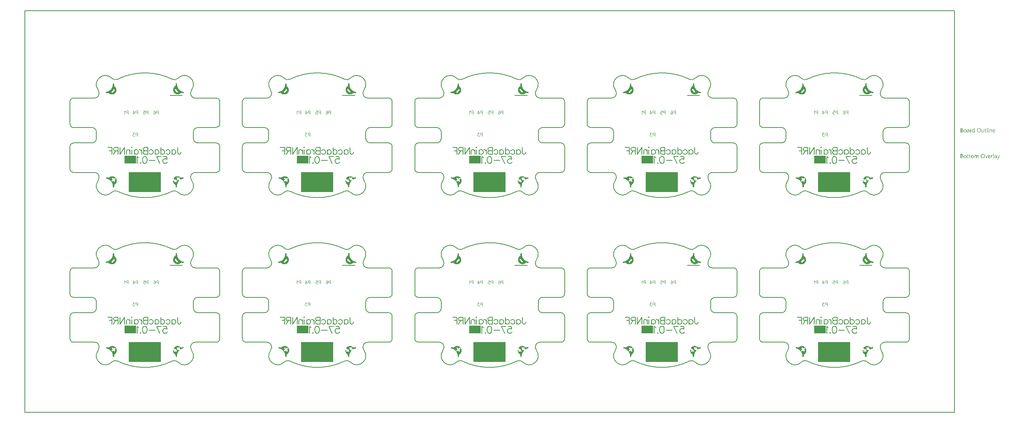
<source format=gbo>
G04*
G04 #@! TF.GenerationSoftware,Altium Limited,Altium Designer,21.8.1 (53)*
G04*
G04 Layer_Color=32896*
%FSAX25Y25*%
%MOIN*%
G70*
G04*
G04 #@! TF.SameCoordinates,1F37B80F-4F8A-41ED-B193-F68951B3532E*
G04*
G04*
G04 #@! TF.FilePolarity,Positive*
G04*
G01*
G75*
%ADD33C,0.00787*%
%ADD46C,0.00394*%
%ADD79C,0.00600*%
%ADD80R,0.27953X0.17815*%
%ADD81R,0.10094X0.06988*%
G36*
X0714193Y0267812D02*
X0714255Y0267801D01*
X0714315Y0267783D01*
X0714373Y0267758D01*
X0714428Y0267727D01*
X0714479Y0267690D01*
X0714526Y0267648D01*
X0714568Y0267600D01*
X0714604Y0267549D01*
X0714634Y0267493D01*
X0714657Y0267435D01*
X0714674Y0267374D01*
X0714684Y0267312D01*
X0714687Y0267248D01*
X0714686Y0267234D01*
X0714686Y0267234D01*
X0714686Y0267234D01*
X0714683Y0267159D01*
X0714682Y0266933D01*
X0714687Y0266707D01*
X0714700Y0266481D01*
X0714721Y0266255D01*
X0714749Y0266031D01*
X0714784Y0265807D01*
X0714826Y0265585D01*
X0714876Y0265364D01*
X0714933Y0265145D01*
X0714997Y0264928D01*
X0715068Y0264713D01*
X0715146Y0264501D01*
X0715231Y0264291D01*
X0715323Y0264084D01*
X0715422Y0263880D01*
X0715527Y0263680D01*
X0715638Y0263483D01*
X0715756Y0263290D01*
X0715881Y0263101D01*
X0716011Y0262916D01*
X0716148Y0262735D01*
X0716290Y0262559D01*
X0716438Y0262388D01*
X0716591Y0262222D01*
X0716750Y0262060D01*
X0716914Y0261905D01*
X0717083Y0261754D01*
X0717257Y0261609D01*
X0717435Y0261470D01*
X0717618Y0261337D01*
X0717805Y0261210D01*
X0717997Y0261089D01*
X0718192Y0260974D01*
X0718390Y0260866D01*
X0718593Y0260764D01*
X0718798Y0260669D01*
X0719006Y0260581D01*
X0719218Y0260500D01*
X0719431Y0260425D01*
X0719647Y0260358D01*
X0719866Y0260298D01*
X0720086Y0260245D01*
X0720164Y0260228D01*
X0720164Y0260228D01*
X0720164Y0260228D01*
X0720179Y0260225D01*
X0720239Y0260207D01*
X0720298Y0260182D01*
X0720353Y0260151D01*
X0720404Y0260114D01*
X0720451Y0260071D01*
X0720493Y0260023D01*
X0720529Y0259971D01*
X0720559Y0259916D01*
X0720583Y0259857D01*
X0720600Y0259796D01*
X0720610Y0259733D01*
X0720612Y0259670D01*
X0720608Y0259607D01*
X0720597Y0259544D01*
X0720579Y0259484D01*
X0720554Y0259425D01*
X0720523Y0259370D01*
X0720486Y0259319D01*
X0720443Y0259272D01*
X0720395Y0259230D01*
X0720343Y0259194D01*
X0720288Y0259164D01*
X0720229Y0259140D01*
X0720168Y0259123D01*
X0720105Y0259114D01*
X0720042Y0259111D01*
X0719979Y0259115D01*
X0719930Y0259124D01*
X0719930Y0259123D01*
X0719930Y0259123D01*
X0719875Y0259135D01*
X0719629Y0259193D01*
X0719386Y0259259D01*
Y0259259D01*
X0719385Y0259259D01*
X0719382Y0259260D01*
X0719381Y0259260D01*
X0719316Y0259278D01*
X0719198Y0259303D01*
X0719079Y0259322D01*
X0718959Y0259333D01*
X0718839Y0259337D01*
X0718718Y0259333D01*
X0718599Y0259322D01*
X0718479Y0259304D01*
X0718362Y0259279D01*
X0718246Y0259247D01*
X0718132Y0259208D01*
X0718020Y0259162D01*
X0717912Y0259109D01*
X0717807Y0259050D01*
X0717706Y0258985D01*
X0717622Y0258924D01*
X0717622Y0258924D01*
X0717512Y0258842D01*
X0717371Y0258746D01*
X0717226Y0258656D01*
X0717077Y0258573D01*
X0716925Y0258496D01*
X0716769Y0258426D01*
X0716611Y0258363D01*
X0716449Y0258306D01*
X0716286Y0258257D01*
X0716121Y0258215D01*
X0715953Y0258180D01*
X0715785Y0258153D01*
X0715616Y0258133D01*
X0715445Y0258120D01*
X0715275Y0258115D01*
X0715104Y0258117D01*
X0714934Y0258127D01*
X0714764Y0258144D01*
X0714595Y0258169D01*
X0714427Y0258201D01*
X0714261Y0258240D01*
X0714097Y0258286D01*
X0713935Y0258339D01*
X0713775Y0258400D01*
X0713618Y0258467D01*
X0713465Y0258541D01*
X0713314Y0258622D01*
X0713168Y0258709D01*
X0713025Y0258803D01*
X0712886Y0258903D01*
X0712752Y0259008D01*
X0712623Y0259120D01*
X0712499Y0259237D01*
X0712380Y0259359D01*
X0712266Y0259486D01*
X0712158Y0259618D01*
X0712056Y0259755D01*
X0711960Y0259896D01*
X0711870Y0260041D01*
X0711787Y0260190D01*
X0711710Y0260343D01*
X0711640Y0260498D01*
X0711576Y0260657D01*
X0711520Y0260818D01*
X0711471Y0260981D01*
X0711429Y0261147D01*
X0711394Y0261314D01*
X0711367Y0261483D01*
X0711347Y0261652D01*
X0711334Y0261822D01*
X0711329Y0261993D01*
X0711331Y0262163D01*
X0711341Y0262334D01*
X0711358Y0262504D01*
X0711382Y0262673D01*
X0711414Y0262840D01*
X0711453Y0263006D01*
X0711500Y0263171D01*
X0711553Y0263333D01*
X0711614Y0263492D01*
X0711681Y0263649D01*
X0711755Y0263803D01*
X0711836Y0263953D01*
X0711923Y0264100D01*
X0712017Y0264243D01*
X0712116Y0264381D01*
X0712222Y0264515D01*
X0712333Y0264645D01*
X0712450Y0264769D01*
X0712573Y0264888D01*
X0712700Y0265002D01*
X0712809Y0265091D01*
X0712809Y0265091D01*
X0712890Y0265158D01*
X0712978Y0265240D01*
X0713060Y0265328D01*
X0713138Y0265420D01*
X0713209Y0265517D01*
X0713275Y0265618D01*
X0713334Y0265723D01*
X0713387Y0265831D01*
X0713433Y0265943D01*
X0713473Y0266057D01*
X0713505Y0266173D01*
X0713530Y0266290D01*
X0713549Y0266409D01*
X0713560Y0266529D01*
X0713564Y0266650D01*
X0713562Y0266716D01*
X0713562Y0266716D01*
X0713562Y0266720D01*
X0713562D01*
X0713557Y0266965D01*
X0713560Y0267217D01*
X0713563Y0267274D01*
X0713562Y0267274D01*
X0713562Y0267274D01*
X0713563Y0267274D01*
X0713566Y0267323D01*
X0713577Y0267385D01*
X0713595Y0267445D01*
X0713620Y0267503D01*
X0713651Y0267558D01*
X0713688Y0267609D01*
X0713730Y0267656D01*
X0713778Y0267697D01*
X0713830Y0267733D01*
X0713885Y0267763D01*
X0713944Y0267787D01*
X0714005Y0267804D01*
X0714067Y0267814D01*
X0714130Y0267817D01*
X0714193Y0267812D01*
D02*
G37*
G36*
X0563795D02*
X0563857Y0267801D01*
X0563918Y0267783D01*
X0563976Y0267758D01*
X0564031Y0267727D01*
X0564082Y0267690D01*
X0564128Y0267648D01*
X0564170Y0267600D01*
X0564206Y0267549D01*
X0564236Y0267493D01*
X0564259Y0267435D01*
X0564276Y0267374D01*
X0564286Y0267312D01*
X0564289Y0267248D01*
X0564288Y0267234D01*
X0564289Y0267234D01*
X0564289Y0267234D01*
X0564286Y0267159D01*
X0564284Y0266933D01*
X0564290Y0266707D01*
X0564303Y0266481D01*
X0564323Y0266255D01*
X0564351Y0266031D01*
X0564386Y0265807D01*
X0564429Y0265585D01*
X0564478Y0265364D01*
X0564535Y0265145D01*
X0564599Y0264928D01*
X0564670Y0264713D01*
X0564748Y0264501D01*
X0564834Y0264291D01*
X0564925Y0264084D01*
X0565024Y0263880D01*
X0565129Y0263680D01*
X0565241Y0263483D01*
X0565359Y0263290D01*
X0565483Y0263101D01*
X0565613Y0262916D01*
X0565750Y0262735D01*
X0565892Y0262559D01*
X0566040Y0262388D01*
X0566193Y0262222D01*
X0566352Y0262060D01*
X0566516Y0261905D01*
X0566685Y0261754D01*
X0566859Y0261609D01*
X0567037Y0261470D01*
X0567220Y0261337D01*
X0567408Y0261210D01*
X0567599Y0261089D01*
X0567794Y0260974D01*
X0567993Y0260866D01*
X0568195Y0260764D01*
X0568400Y0260669D01*
X0568609Y0260581D01*
X0568820Y0260500D01*
X0569034Y0260425D01*
X0569250Y0260358D01*
X0569468Y0260298D01*
X0569688Y0260245D01*
X0569766Y0260228D01*
X0569767Y0260228D01*
X0569767Y0260228D01*
X0569781Y0260225D01*
X0569842Y0260207D01*
X0569900Y0260182D01*
X0569955Y0260151D01*
X0570007Y0260114D01*
X0570053Y0260071D01*
X0570095Y0260023D01*
X0570131Y0259971D01*
X0570161Y0259916D01*
X0570185Y0259857D01*
X0570202Y0259796D01*
X0570212Y0259733D01*
X0570215Y0259670D01*
X0570211Y0259607D01*
X0570199Y0259544D01*
X0570181Y0259484D01*
X0570156Y0259425D01*
X0570125Y0259370D01*
X0570088Y0259319D01*
X0570045Y0259272D01*
X0569998Y0259230D01*
X0569946Y0259194D01*
X0569890Y0259164D01*
X0569831Y0259140D01*
X0569770Y0259123D01*
X0569707Y0259114D01*
X0569644Y0259111D01*
X0569581Y0259115D01*
X0569532Y0259124D01*
X0569532Y0259123D01*
X0569532Y0259123D01*
X0569478Y0259135D01*
X0569232Y0259193D01*
X0568988Y0259259D01*
Y0259259D01*
X0568988Y0259259D01*
X0568984Y0259260D01*
X0568984Y0259260D01*
X0568919Y0259278D01*
X0568801Y0259303D01*
X0568682Y0259322D01*
X0568562Y0259333D01*
X0568441Y0259337D01*
X0568321Y0259333D01*
X0568201Y0259322D01*
X0568082Y0259304D01*
X0567964Y0259279D01*
X0567848Y0259247D01*
X0567734Y0259208D01*
X0567623Y0259162D01*
X0567514Y0259109D01*
X0567409Y0259050D01*
X0567308Y0258985D01*
X0567225Y0258924D01*
X0567225Y0258924D01*
X0567115Y0258842D01*
X0566974Y0258746D01*
X0566828Y0258656D01*
X0566679Y0258573D01*
X0566527Y0258496D01*
X0566371Y0258426D01*
X0566213Y0258363D01*
X0566052Y0258306D01*
X0565888Y0258257D01*
X0565723Y0258215D01*
X0565556Y0258180D01*
X0565387Y0258153D01*
X0565218Y0258133D01*
X0565048Y0258120D01*
X0564877Y0258115D01*
X0564707Y0258117D01*
X0564536Y0258127D01*
X0564366Y0258144D01*
X0564197Y0258169D01*
X0564030Y0258201D01*
X0563864Y0258240D01*
X0563699Y0258286D01*
X0563537Y0258339D01*
X0563378Y0258400D01*
X0563221Y0258467D01*
X0563067Y0258541D01*
X0562917Y0258622D01*
X0562770Y0258709D01*
X0562627Y0258803D01*
X0562489Y0258903D01*
X0562355Y0259008D01*
X0562225Y0259120D01*
X0562101Y0259237D01*
X0561982Y0259359D01*
X0561868Y0259486D01*
X0561760Y0259618D01*
X0561658Y0259755D01*
X0561562Y0259896D01*
X0561472Y0260041D01*
X0561389Y0260190D01*
X0561312Y0260343D01*
X0561242Y0260498D01*
X0561179Y0260657D01*
X0561123Y0260818D01*
X0561073Y0260981D01*
X0561031Y0261147D01*
X0560997Y0261314D01*
X0560969Y0261483D01*
X0560949Y0261652D01*
X0560936Y0261822D01*
X0560931Y0261993D01*
X0560933Y0262163D01*
X0560943Y0262334D01*
X0560960Y0262504D01*
X0560985Y0262673D01*
X0561017Y0262840D01*
X0561056Y0263006D01*
X0561102Y0263171D01*
X0561155Y0263333D01*
X0561216Y0263492D01*
X0561283Y0263649D01*
X0561357Y0263803D01*
X0561438Y0263953D01*
X0561525Y0264100D01*
X0561619Y0264243D01*
X0561719Y0264381D01*
X0561824Y0264515D01*
X0561936Y0264645D01*
X0562053Y0264769D01*
X0562175Y0264888D01*
X0562302Y0265002D01*
X0562411Y0265091D01*
X0562411Y0265091D01*
X0562492Y0265158D01*
X0562580Y0265240D01*
X0562663Y0265328D01*
X0562740Y0265420D01*
X0562811Y0265517D01*
X0562877Y0265618D01*
X0562936Y0265723D01*
X0562989Y0265831D01*
X0563035Y0265943D01*
X0563075Y0266057D01*
X0563107Y0266173D01*
X0563133Y0266290D01*
X0563151Y0266409D01*
X0563162Y0266529D01*
X0563166Y0266650D01*
X0563164Y0266716D01*
X0563164Y0266716D01*
X0563164Y0266720D01*
X0563164D01*
X0563159Y0266965D01*
X0563163Y0267217D01*
X0563165Y0267274D01*
X0563164Y0267274D01*
X0563164Y0267274D01*
X0563165Y0267274D01*
X0563168Y0267323D01*
X0563179Y0267385D01*
X0563197Y0267445D01*
X0563222Y0267503D01*
X0563253Y0267558D01*
X0563290Y0267609D01*
X0563333Y0267656D01*
X0563380Y0267697D01*
X0563432Y0267733D01*
X0563488Y0267763D01*
X0563546Y0267787D01*
X0563607Y0267804D01*
X0563669Y0267814D01*
X0563732Y0267817D01*
X0563795Y0267812D01*
D02*
G37*
G36*
X0413398D02*
X0413460Y0267801D01*
X0413520Y0267783D01*
X0413578Y0267758D01*
X0413633Y0267727D01*
X0413684Y0267690D01*
X0413731Y0267648D01*
X0413772Y0267600D01*
X0413808Y0267549D01*
X0413838Y0267493D01*
X0413862Y0267435D01*
X0413879Y0267374D01*
X0413889Y0267312D01*
X0413892Y0267248D01*
X0413891Y0267234D01*
X0413891Y0267234D01*
X0413891Y0267234D01*
X0413888Y0267159D01*
X0413886Y0266933D01*
X0413892Y0266707D01*
X0413905Y0266481D01*
X0413926Y0266255D01*
X0413953Y0266031D01*
X0413989Y0265807D01*
X0414031Y0265585D01*
X0414081Y0265364D01*
X0414138Y0265145D01*
X0414202Y0264928D01*
X0414273Y0264713D01*
X0414351Y0264501D01*
X0414436Y0264291D01*
X0414528Y0264084D01*
X0414626Y0263880D01*
X0414731Y0263680D01*
X0414843Y0263483D01*
X0414961Y0263290D01*
X0415085Y0263101D01*
X0415216Y0262916D01*
X0415352Y0262735D01*
X0415494Y0262559D01*
X0415642Y0262388D01*
X0415796Y0262222D01*
X0415955Y0262060D01*
X0416118Y0261905D01*
X0416288Y0261754D01*
X0416461Y0261609D01*
X0416640Y0261470D01*
X0416823Y0261337D01*
X0417010Y0261210D01*
X0417201Y0261089D01*
X0417396Y0260974D01*
X0417595Y0260866D01*
X0417797Y0260764D01*
X0418003Y0260669D01*
X0418211Y0260581D01*
X0418422Y0260500D01*
X0418636Y0260425D01*
X0418852Y0260358D01*
X0419070Y0260298D01*
X0419290Y0260245D01*
X0419368Y0260228D01*
X0419369Y0260228D01*
X0419369Y0260228D01*
X0419383Y0260225D01*
X0419444Y0260207D01*
X0419502Y0260182D01*
X0419558Y0260151D01*
X0419609Y0260114D01*
X0419656Y0260071D01*
X0419697Y0260023D01*
X0419734Y0259971D01*
X0419764Y0259916D01*
X0419787Y0259857D01*
X0419804Y0259796D01*
X0419814Y0259733D01*
X0419817Y0259670D01*
X0419813Y0259607D01*
X0419802Y0259544D01*
X0419784Y0259484D01*
X0419759Y0259425D01*
X0419728Y0259370D01*
X0419690Y0259319D01*
X0419648Y0259272D01*
X0419600Y0259230D01*
X0419548Y0259194D01*
X0419492Y0259164D01*
X0419433Y0259140D01*
X0419372Y0259123D01*
X0419310Y0259114D01*
X0419247Y0259111D01*
X0419183Y0259115D01*
X0419135Y0259124D01*
X0419135Y0259123D01*
X0419135Y0259123D01*
X0419080Y0259135D01*
X0418834Y0259193D01*
X0418590Y0259259D01*
Y0259259D01*
X0418590Y0259259D01*
X0418587Y0259260D01*
X0418586Y0259260D01*
X0418521Y0259278D01*
X0418403Y0259303D01*
X0418284Y0259322D01*
X0418164Y0259333D01*
X0418044Y0259337D01*
X0417923Y0259333D01*
X0417803Y0259322D01*
X0417684Y0259304D01*
X0417566Y0259279D01*
X0417450Y0259247D01*
X0417336Y0259208D01*
X0417225Y0259162D01*
X0417116Y0259109D01*
X0417011Y0259050D01*
X0416910Y0258985D01*
X0416827Y0258924D01*
X0416827Y0258924D01*
X0416717Y0258842D01*
X0416576Y0258746D01*
X0416431Y0258656D01*
X0416282Y0258573D01*
X0416129Y0258496D01*
X0415974Y0258426D01*
X0415815Y0258363D01*
X0415654Y0258306D01*
X0415491Y0258257D01*
X0415325Y0258215D01*
X0415158Y0258180D01*
X0414990Y0258153D01*
X0414820Y0258133D01*
X0414650Y0258120D01*
X0414479Y0258115D01*
X0414309Y0258117D01*
X0414138Y0258127D01*
X0413969Y0258144D01*
X0413800Y0258169D01*
X0413632Y0258201D01*
X0413466Y0258240D01*
X0413302Y0258286D01*
X0413139Y0258339D01*
X0412980Y0258400D01*
X0412823Y0258467D01*
X0412669Y0258541D01*
X0412519Y0258622D01*
X0412372Y0258709D01*
X0412230Y0258803D01*
X0412091Y0258903D01*
X0411957Y0259008D01*
X0411828Y0259120D01*
X0411703Y0259237D01*
X0411584Y0259359D01*
X0411471Y0259486D01*
X0411363Y0259618D01*
X0411261Y0259755D01*
X0411165Y0259896D01*
X0411075Y0260041D01*
X0410991Y0260190D01*
X0410915Y0260343D01*
X0410844Y0260498D01*
X0410781Y0260657D01*
X0410725Y0260818D01*
X0410676Y0260981D01*
X0410634Y0261147D01*
X0410599Y0261314D01*
X0410571Y0261483D01*
X0410551Y0261652D01*
X0410539Y0261822D01*
X0410534Y0261993D01*
X0410536Y0262163D01*
X0410545Y0262334D01*
X0410563Y0262504D01*
X0410587Y0262673D01*
X0410619Y0262840D01*
X0410658Y0263006D01*
X0410704Y0263171D01*
X0410758Y0263333D01*
X0410818Y0263492D01*
X0410886Y0263649D01*
X0410960Y0263803D01*
X0411041Y0263953D01*
X0411128Y0264100D01*
X0411221Y0264243D01*
X0411321Y0264381D01*
X0411427Y0264515D01*
X0411538Y0264645D01*
X0411655Y0264769D01*
X0411777Y0264888D01*
X0411905Y0265002D01*
X0412014Y0265091D01*
X0412014Y0265091D01*
X0412094Y0265158D01*
X0412182Y0265240D01*
X0412265Y0265328D01*
X0412342Y0265420D01*
X0412414Y0265517D01*
X0412479Y0265618D01*
X0412539Y0265723D01*
X0412592Y0265831D01*
X0412638Y0265943D01*
X0412677Y0266057D01*
X0412710Y0266173D01*
X0412735Y0266290D01*
X0412753Y0266409D01*
X0412765Y0266529D01*
X0412768Y0266650D01*
X0412767Y0266716D01*
X0412767Y0266716D01*
X0412766Y0266720D01*
X0412766D01*
X0412762Y0266965D01*
X0412765Y0267217D01*
X0412767Y0267274D01*
X0412767Y0267274D01*
X0412767Y0267274D01*
X0412767Y0267274D01*
X0412771Y0267323D01*
X0412782Y0267385D01*
X0412800Y0267445D01*
X0412824Y0267503D01*
X0412856Y0267558D01*
X0412893Y0267609D01*
X0412935Y0267656D01*
X0412983Y0267697D01*
X0413034Y0267733D01*
X0413090Y0267763D01*
X0413148Y0267787D01*
X0413209Y0267804D01*
X0413272Y0267814D01*
X0413335Y0267817D01*
X0413398Y0267812D01*
D02*
G37*
G36*
X0263000D02*
X0263062Y0267801D01*
X0263122Y0267783D01*
X0263180Y0267758D01*
X0263235Y0267727D01*
X0263286Y0267690D01*
X0263333Y0267648D01*
X0263375Y0267600D01*
X0263411Y0267549D01*
X0263441Y0267493D01*
X0263464Y0267435D01*
X0263481Y0267374D01*
X0263491Y0267312D01*
X0263494Y0267248D01*
X0263493Y0267234D01*
X0263493Y0267234D01*
X0263493Y0267234D01*
X0263491Y0267159D01*
X0263489Y0266933D01*
X0263494Y0266707D01*
X0263508Y0266481D01*
X0263528Y0266255D01*
X0263556Y0266031D01*
X0263591Y0265807D01*
X0263633Y0265585D01*
X0263683Y0265364D01*
X0263740Y0265145D01*
X0263804Y0264928D01*
X0263875Y0264713D01*
X0263953Y0264501D01*
X0264038Y0264291D01*
X0264130Y0264084D01*
X0264229Y0263880D01*
X0264334Y0263680D01*
X0264445Y0263483D01*
X0264563Y0263290D01*
X0264688Y0263101D01*
X0264818Y0262916D01*
X0264955Y0262735D01*
X0265097Y0262559D01*
X0265245Y0262388D01*
X0265398Y0262222D01*
X0265557Y0262060D01*
X0265721Y0261905D01*
X0265890Y0261754D01*
X0266064Y0261609D01*
X0266242Y0261470D01*
X0266425Y0261337D01*
X0266612Y0261210D01*
X0266804Y0261089D01*
X0266999Y0260974D01*
X0267197Y0260866D01*
X0267400Y0260764D01*
X0267605Y0260669D01*
X0267813Y0260581D01*
X0268025Y0260500D01*
X0268238Y0260425D01*
X0268455Y0260358D01*
X0268673Y0260298D01*
X0268893Y0260245D01*
X0268971Y0260228D01*
X0268971Y0260228D01*
X0268971Y0260228D01*
X0268986Y0260225D01*
X0269046Y0260207D01*
X0269105Y0260182D01*
X0269160Y0260151D01*
X0269211Y0260114D01*
X0269258Y0260071D01*
X0269300Y0260023D01*
X0269336Y0259971D01*
X0269366Y0259916D01*
X0269390Y0259857D01*
X0269407Y0259796D01*
X0269417Y0259733D01*
X0269420Y0259670D01*
X0269415Y0259607D01*
X0269404Y0259544D01*
X0269386Y0259484D01*
X0269361Y0259425D01*
X0269330Y0259370D01*
X0269293Y0259319D01*
X0269250Y0259272D01*
X0269202Y0259230D01*
X0269150Y0259194D01*
X0269095Y0259164D01*
X0269036Y0259140D01*
X0268975Y0259123D01*
X0268912Y0259114D01*
X0268849Y0259111D01*
X0268786Y0259115D01*
X0268737Y0259124D01*
X0268737Y0259123D01*
X0268737Y0259123D01*
X0268682Y0259135D01*
X0268436Y0259193D01*
X0268193Y0259259D01*
Y0259259D01*
X0268192Y0259259D01*
X0268189Y0259260D01*
X0268189Y0259260D01*
X0268123Y0259278D01*
X0268005Y0259303D01*
X0267886Y0259322D01*
X0267766Y0259333D01*
X0267646Y0259337D01*
X0267526Y0259333D01*
X0267406Y0259322D01*
X0267286Y0259304D01*
X0267169Y0259279D01*
X0267053Y0259247D01*
X0266939Y0259208D01*
X0266827Y0259162D01*
X0266719Y0259109D01*
X0266614Y0259050D01*
X0266513Y0258985D01*
X0266429Y0258924D01*
X0266429Y0258924D01*
X0266319Y0258842D01*
X0266178Y0258746D01*
X0266033Y0258656D01*
X0265884Y0258573D01*
X0265732Y0258496D01*
X0265576Y0258426D01*
X0265418Y0258363D01*
X0265257Y0258306D01*
X0265093Y0258257D01*
X0264928Y0258215D01*
X0264761Y0258180D01*
X0264592Y0258153D01*
X0264423Y0258133D01*
X0264252Y0258120D01*
X0264082Y0258115D01*
X0263911Y0258117D01*
X0263741Y0258127D01*
X0263571Y0258144D01*
X0263402Y0258169D01*
X0263234Y0258201D01*
X0263068Y0258240D01*
X0262904Y0258286D01*
X0262742Y0258339D01*
X0262582Y0258400D01*
X0262425Y0258467D01*
X0262272Y0258541D01*
X0262121Y0258622D01*
X0261975Y0258709D01*
X0261832Y0258803D01*
X0261693Y0258903D01*
X0261559Y0259008D01*
X0261430Y0259120D01*
X0261306Y0259237D01*
X0261187Y0259359D01*
X0261073Y0259486D01*
X0260965Y0259618D01*
X0260863Y0259755D01*
X0260767Y0259896D01*
X0260677Y0260041D01*
X0260594Y0260190D01*
X0260517Y0260343D01*
X0260447Y0260498D01*
X0260384Y0260657D01*
X0260327Y0260818D01*
X0260278Y0260981D01*
X0260236Y0261147D01*
X0260201Y0261314D01*
X0260174Y0261483D01*
X0260154Y0261652D01*
X0260141Y0261822D01*
X0260136Y0261993D01*
X0260138Y0262163D01*
X0260148Y0262334D01*
X0260165Y0262504D01*
X0260189Y0262673D01*
X0260221Y0262840D01*
X0260260Y0263006D01*
X0260307Y0263171D01*
X0260360Y0263333D01*
X0260421Y0263492D01*
X0260488Y0263649D01*
X0260562Y0263803D01*
X0260643Y0263953D01*
X0260730Y0264100D01*
X0260824Y0264243D01*
X0260924Y0264381D01*
X0261029Y0264515D01*
X0261141Y0264645D01*
X0261258Y0264769D01*
X0261380Y0264888D01*
X0261507Y0265002D01*
X0261616Y0265091D01*
X0261616Y0265091D01*
X0261697Y0265158D01*
X0261785Y0265240D01*
X0261867Y0265328D01*
X0261945Y0265420D01*
X0262016Y0265517D01*
X0262082Y0265618D01*
X0262141Y0265723D01*
X0262194Y0265831D01*
X0262240Y0265943D01*
X0262280Y0266057D01*
X0262312Y0266173D01*
X0262338Y0266290D01*
X0262356Y0266409D01*
X0262367Y0266529D01*
X0262371Y0266650D01*
X0262369Y0266716D01*
X0262369Y0266716D01*
X0262369Y0266720D01*
X0262369D01*
X0262364Y0266965D01*
X0262367Y0267217D01*
X0262370Y0267274D01*
X0262369Y0267274D01*
X0262369Y0267274D01*
X0262370Y0267274D01*
X0262373Y0267323D01*
X0262384Y0267385D01*
X0262402Y0267445D01*
X0262427Y0267503D01*
X0262458Y0267558D01*
X0262495Y0267609D01*
X0262538Y0267656D01*
X0262585Y0267697D01*
X0262637Y0267733D01*
X0262692Y0267763D01*
X0262751Y0267787D01*
X0262812Y0267804D01*
X0262874Y0267814D01*
X0262937Y0267817D01*
X0263000Y0267812D01*
D02*
G37*
G36*
X0112602D02*
X0112664Y0267801D01*
X0112725Y0267783D01*
X0112783Y0267758D01*
X0112838Y0267727D01*
X0112889Y0267690D01*
X0112935Y0267648D01*
X0112977Y0267600D01*
X0113013Y0267549D01*
X0113043Y0267493D01*
X0113066Y0267435D01*
X0113083Y0267374D01*
X0113093Y0267312D01*
X0113096Y0267248D01*
X0113095Y0267234D01*
X0113096Y0267234D01*
X0113096Y0267234D01*
X0113093Y0267159D01*
X0113091Y0266933D01*
X0113097Y0266707D01*
X0113110Y0266481D01*
X0113130Y0266255D01*
X0113158Y0266031D01*
X0113193Y0265807D01*
X0113236Y0265585D01*
X0113286Y0265364D01*
X0113342Y0265145D01*
X0113406Y0264928D01*
X0113478Y0264713D01*
X0113556Y0264501D01*
X0113641Y0264291D01*
X0113732Y0264084D01*
X0113831Y0263880D01*
X0113936Y0263680D01*
X0114048Y0263483D01*
X0114166Y0263290D01*
X0114290Y0263101D01*
X0114420Y0262916D01*
X0114557Y0262735D01*
X0114699Y0262559D01*
X0114847Y0262388D01*
X0115000Y0262222D01*
X0115159Y0262060D01*
X0115323Y0261905D01*
X0115492Y0261754D01*
X0115666Y0261609D01*
X0115845Y0261470D01*
X0116027Y0261337D01*
X0116215Y0261210D01*
X0116406Y0261089D01*
X0116601Y0260974D01*
X0116800Y0260866D01*
X0117002Y0260764D01*
X0117208Y0260669D01*
X0117416Y0260581D01*
X0117627Y0260500D01*
X0117841Y0260425D01*
X0118057Y0260358D01*
X0118275Y0260298D01*
X0118495Y0260245D01*
X0118573Y0260228D01*
X0118574Y0260228D01*
X0118574Y0260228D01*
X0118588Y0260225D01*
X0118649Y0260207D01*
X0118707Y0260182D01*
X0118762Y0260151D01*
X0118814Y0260114D01*
X0118860Y0260071D01*
X0118902Y0260023D01*
X0118938Y0259971D01*
X0118968Y0259916D01*
X0118992Y0259857D01*
X0119009Y0259796D01*
X0119019Y0259733D01*
X0119022Y0259670D01*
X0119018Y0259607D01*
X0119007Y0259544D01*
X0118988Y0259484D01*
X0118964Y0259425D01*
X0118932Y0259370D01*
X0118895Y0259319D01*
X0118852Y0259272D01*
X0118805Y0259230D01*
X0118753Y0259194D01*
X0118697Y0259164D01*
X0118638Y0259140D01*
X0118577Y0259123D01*
X0118515Y0259114D01*
X0118451Y0259111D01*
X0118388Y0259115D01*
X0118340Y0259124D01*
X0118340Y0259123D01*
X0118340Y0259123D01*
X0118284Y0259135D01*
X0118039Y0259193D01*
X0117795Y0259259D01*
Y0259259D01*
X0117795Y0259259D01*
X0117791Y0259260D01*
X0117791Y0259260D01*
X0117726Y0259278D01*
X0117608Y0259303D01*
X0117489Y0259322D01*
X0117369Y0259333D01*
X0117248Y0259337D01*
X0117128Y0259333D01*
X0117008Y0259322D01*
X0116889Y0259304D01*
X0116771Y0259279D01*
X0116655Y0259247D01*
X0116541Y0259208D01*
X0116430Y0259162D01*
X0116321Y0259109D01*
X0116216Y0259050D01*
X0116115Y0258985D01*
X0116032Y0258924D01*
X0116032Y0258924D01*
X0115922Y0258842D01*
X0115781Y0258746D01*
X0115636Y0258656D01*
X0115487Y0258573D01*
X0115334Y0258496D01*
X0115179Y0258426D01*
X0115020Y0258363D01*
X0114859Y0258306D01*
X0114696Y0258257D01*
X0114530Y0258215D01*
X0114363Y0258180D01*
X0114195Y0258153D01*
X0114025Y0258133D01*
X0113855Y0258120D01*
X0113684Y0258115D01*
X0113514Y0258117D01*
X0113343Y0258127D01*
X0113173Y0258144D01*
X0113004Y0258169D01*
X0112837Y0258201D01*
X0112671Y0258240D01*
X0112506Y0258286D01*
X0112344Y0258339D01*
X0112185Y0258400D01*
X0112028Y0258467D01*
X0111874Y0258541D01*
X0111724Y0258622D01*
X0111577Y0258709D01*
X0111434Y0258803D01*
X0111296Y0258903D01*
X0111162Y0259008D01*
X0111032Y0259120D01*
X0110908Y0259237D01*
X0110789Y0259359D01*
X0110675Y0259486D01*
X0110567Y0259618D01*
X0110465Y0259755D01*
X0110369Y0259896D01*
X0110279Y0260041D01*
X0110196Y0260190D01*
X0110119Y0260343D01*
X0110049Y0260498D01*
X0109986Y0260657D01*
X0109930Y0260818D01*
X0109880Y0260981D01*
X0109838Y0261147D01*
X0109804Y0261314D01*
X0109776Y0261483D01*
X0109756Y0261652D01*
X0109743Y0261822D01*
X0109738Y0261993D01*
X0109740Y0262163D01*
X0109750Y0262334D01*
X0109767Y0262504D01*
X0109792Y0262673D01*
X0109824Y0262840D01*
X0109863Y0263006D01*
X0109909Y0263171D01*
X0109962Y0263333D01*
X0110023Y0263492D01*
X0110090Y0263649D01*
X0110164Y0263803D01*
X0110245Y0263953D01*
X0110333Y0264100D01*
X0110426Y0264243D01*
X0110526Y0264381D01*
X0110632Y0264515D01*
X0110743Y0264645D01*
X0110860Y0264769D01*
X0110982Y0264888D01*
X0111109Y0265002D01*
X0111218Y0265091D01*
X0111218Y0265091D01*
X0111299Y0265158D01*
X0111387Y0265240D01*
X0111470Y0265328D01*
X0111547Y0265420D01*
X0111618Y0265517D01*
X0111684Y0265618D01*
X0111743Y0265723D01*
X0111796Y0265831D01*
X0111843Y0265943D01*
X0111882Y0266057D01*
X0111915Y0266173D01*
X0111940Y0266290D01*
X0111958Y0266409D01*
X0111969Y0266529D01*
X0111973Y0266650D01*
X0111971Y0266716D01*
X0111971Y0266716D01*
X0111971Y0266720D01*
X0111971D01*
X0111967Y0266965D01*
X0111970Y0267217D01*
X0111972Y0267274D01*
X0111971Y0267274D01*
X0111971Y0267274D01*
X0111972Y0267274D01*
X0111975Y0267323D01*
X0111986Y0267385D01*
X0112004Y0267445D01*
X0112029Y0267503D01*
X0112060Y0267558D01*
X0112097Y0267609D01*
X0112140Y0267656D01*
X0112187Y0267697D01*
X0112239Y0267733D01*
X0112295Y0267763D01*
X0112353Y0267787D01*
X0112414Y0267804D01*
X0112476Y0267814D01*
X0112539Y0267817D01*
X0112602Y0267812D01*
D02*
G37*
G36*
X0659290Y0267624D02*
X0659352Y0267611D01*
X0659412Y0267592D01*
X0659470Y0267567D01*
X0659525Y0267535D01*
X0659576Y0267497D01*
X0659622Y0267453D01*
X0659663Y0267405D01*
X0659698Y0267353D01*
X0659727Y0267296D01*
X0659750Y0267237D01*
X0659766Y0267176D01*
X0659775Y0267113D01*
X0659777Y0267064D01*
X0659777D01*
X0659777Y0267008D01*
X0659772Y0266755D01*
X0659758Y0266503D01*
X0659758Y0266503D01*
X0659758Y0266503D01*
X0659758Y0266499D01*
X0659758Y0266499D01*
X0659753Y0266431D01*
X0659753Y0266311D01*
X0659760Y0266191D01*
X0659774Y0266071D01*
X0659795Y0265952D01*
X0659824Y0265835D01*
X0659859Y0265720D01*
X0659902Y0265607D01*
X0659951Y0265497D01*
X0660006Y0265390D01*
X0660068Y0265287D01*
X0660136Y0265188D01*
X0660210Y0265093D01*
X0660290Y0265002D01*
X0660375Y0264917D01*
X0660452Y0264848D01*
X0660452Y0264848D01*
X0660555Y0264757D01*
X0660678Y0264639D01*
X0660796Y0264516D01*
X0660909Y0264388D01*
X0661016Y0264255D01*
X0661116Y0264117D01*
X0661211Y0263975D01*
X0661300Y0263829D01*
X0661382Y0263680D01*
X0661457Y0263527D01*
X0661526Y0263370D01*
X0661588Y0263211D01*
X0661643Y0263050D01*
X0661691Y0262886D01*
X0661731Y0262720D01*
X0661764Y0262552D01*
X0661790Y0262384D01*
X0661809Y0262214D01*
X0661820Y0262044D01*
X0661824Y0261873D01*
X0661820Y0261703D01*
X0661809Y0261532D01*
X0661790Y0261363D01*
X0661764Y0261194D01*
X0661731Y0261027D01*
X0661691Y0260861D01*
X0661643Y0260697D01*
X0661588Y0260535D01*
X0661526Y0260376D01*
X0661457Y0260220D01*
X0661382Y0260067D01*
X0661300Y0259917D01*
X0661211Y0259771D01*
X0661116Y0259629D01*
X0661016Y0259492D01*
X0660909Y0259359D01*
X0660796Y0259230D01*
X0660678Y0259107D01*
X0660555Y0258989D01*
X0660427Y0258876D01*
X0660293Y0258770D01*
X0660156Y0258669D01*
X0660014Y0258574D01*
X0659868Y0258485D01*
X0659718Y0258403D01*
X0659565Y0258328D01*
X0659409Y0258259D01*
X0659250Y0258197D01*
X0659088Y0258142D01*
X0658924Y0258095D01*
X0658759Y0258054D01*
X0658591Y0258021D01*
X0658423Y0257995D01*
X0658253Y0257976D01*
X0658083Y0257965D01*
X0657912Y0257961D01*
X0657741Y0257965D01*
X0657571Y0257976D01*
X0657401Y0257995D01*
X0657233Y0258021D01*
X0657065Y0258054D01*
X0656899Y0258095D01*
X0656736Y0258142D01*
X0656574Y0258197D01*
X0656415Y0258259D01*
X0656259Y0258328D01*
X0656106Y0258403D01*
X0655956Y0258485D01*
X0655810Y0258574D01*
X0655668Y0258669D01*
X0655531Y0258770D01*
X0655421Y0258858D01*
X0655421Y0258858D01*
X0655338Y0258923D01*
X0655239Y0258992D01*
X0655136Y0259054D01*
X0655030Y0259111D01*
X0654920Y0259160D01*
X0654808Y0259204D01*
X0654693Y0259240D01*
X0654576Y0259269D01*
X0654458Y0259291D01*
X0654338Y0259306D01*
X0654218Y0259314D01*
X0654097Y0259314D01*
X0653977Y0259307D01*
X0653857Y0259293D01*
X0653739Y0259272D01*
X0653675Y0259256D01*
X0653674Y0259256D01*
X0653670Y0259255D01*
X0653670Y0259255D01*
X0653432Y0259200D01*
X0653184Y0259150D01*
X0653129Y0259141D01*
X0653129Y0259140D01*
Y0259140D01*
X0653129Y0259141D01*
X0653080Y0259134D01*
X0653017Y0259132D01*
X0652954Y0259137D01*
X0652892Y0259149D01*
X0652832Y0259168D01*
X0652774Y0259194D01*
X0652720Y0259226D01*
X0652669Y0259263D01*
X0652624Y0259307D01*
X0652583Y0259355D01*
X0652548Y0259407D01*
X0652518Y0259463D01*
X0652496Y0259522D01*
X0652480Y0259583D01*
X0652471Y0259645D01*
X0652469Y0259708D01*
X0652474Y0259771D01*
X0652486Y0259833D01*
X0652505Y0259893D01*
X0652530Y0259951D01*
X0652562Y0260005D01*
X0652600Y0260056D01*
X0652643Y0260102D01*
X0652692Y0260143D01*
X0652744Y0260178D01*
X0652800Y0260207D01*
X0652859Y0260230D01*
X0652920Y0260246D01*
X0652934Y0260248D01*
X0652934Y0260248D01*
X0652934Y0260249D01*
X0653008Y0260261D01*
X0653230Y0260307D01*
X0653450Y0260359D01*
X0653668Y0260419D01*
X0653884Y0260486D01*
X0654098Y0260560D01*
X0654309Y0260641D01*
X0654518Y0260728D01*
X0654724Y0260823D01*
X0654926Y0260924D01*
X0655125Y0261032D01*
X0655320Y0261146D01*
X0655512Y0261266D01*
X0655699Y0261393D01*
X0655883Y0261526D01*
X0656061Y0261665D01*
X0656236Y0261809D01*
X0656405Y0261960D01*
X0656569Y0262115D01*
X0656728Y0262276D01*
X0656882Y0262442D01*
X0657030Y0262613D01*
X0657173Y0262789D01*
X0657310Y0262969D01*
X0657441Y0263154D01*
X0657565Y0263342D01*
X0657684Y0263535D01*
X0657796Y0263732D01*
X0657901Y0263932D01*
X0658000Y0264136D01*
X0658093Y0264342D01*
X0658178Y0264552D01*
X0658257Y0264764D01*
X0658328Y0264979D01*
X0658393Y0265196D01*
X0658450Y0265415D01*
X0658500Y0265635D01*
X0658543Y0265857D01*
X0658579Y0266081D01*
X0658607Y0266305D01*
X0658628Y0266531D01*
X0658642Y0266757D01*
X0658648Y0266983D01*
X0658647Y0267063D01*
X0658648Y0267063D01*
X0658648D01*
X0658648Y0267078D01*
X0658653Y0267141D01*
X0658665Y0267203D01*
X0658684Y0267264D01*
X0658710Y0267322D01*
X0658742Y0267376D01*
X0658780Y0267427D01*
X0658823Y0267473D01*
X0658871Y0267514D01*
X0658924Y0267550D01*
X0658980Y0267579D01*
X0659039Y0267602D01*
X0659101Y0267618D01*
X0659163Y0267627D01*
X0659227Y0267629D01*
X0659290Y0267624D01*
D02*
G37*
G36*
X0508892D02*
X0508954Y0267611D01*
X0509015Y0267592D01*
X0509073Y0267567D01*
X0509127Y0267535D01*
X0509178Y0267497D01*
X0509224Y0267453D01*
X0509265Y0267405D01*
X0509301Y0267353D01*
X0509330Y0267296D01*
X0509353Y0267237D01*
X0509369Y0267176D01*
X0509378Y0267113D01*
X0509379Y0267064D01*
X0509379D01*
X0509380Y0267008D01*
X0509374Y0266755D01*
X0509360Y0266503D01*
X0509360Y0266503D01*
X0509360Y0266503D01*
X0509360Y0266499D01*
X0509360Y0266499D01*
X0509356Y0266431D01*
X0509355Y0266311D01*
X0509362Y0266191D01*
X0509376Y0266071D01*
X0509398Y0265952D01*
X0509426Y0265835D01*
X0509462Y0265720D01*
X0509504Y0265607D01*
X0509553Y0265497D01*
X0509609Y0265390D01*
X0509671Y0265287D01*
X0509739Y0265188D01*
X0509813Y0265093D01*
X0509892Y0265002D01*
X0509977Y0264917D01*
X0510054Y0264848D01*
X0510054Y0264848D01*
X0510157Y0264757D01*
X0510281Y0264639D01*
X0510398Y0264516D01*
X0510511Y0264388D01*
X0510618Y0264255D01*
X0510719Y0264117D01*
X0510814Y0263975D01*
X0510902Y0263829D01*
X0510984Y0263680D01*
X0511060Y0263527D01*
X0511129Y0263370D01*
X0511190Y0263211D01*
X0511245Y0263050D01*
X0511293Y0262886D01*
X0511334Y0262720D01*
X0511367Y0262552D01*
X0511393Y0262384D01*
X0511411Y0262214D01*
X0511422Y0262044D01*
X0511426Y0261873D01*
X0511422Y0261703D01*
X0511411Y0261532D01*
X0511393Y0261363D01*
X0511367Y0261194D01*
X0511334Y0261027D01*
X0511293Y0260861D01*
X0511245Y0260697D01*
X0511190Y0260535D01*
X0511129Y0260376D01*
X0511060Y0260220D01*
X0510984Y0260067D01*
X0510902Y0259917D01*
X0510814Y0259771D01*
X0510719Y0259629D01*
X0510618Y0259492D01*
X0510511Y0259359D01*
X0510398Y0259230D01*
X0510281Y0259107D01*
X0510157Y0258989D01*
X0510029Y0258876D01*
X0509896Y0258770D01*
X0509758Y0258669D01*
X0509616Y0258574D01*
X0509470Y0258485D01*
X0509321Y0258403D01*
X0509168Y0258328D01*
X0509011Y0258259D01*
X0508852Y0258197D01*
X0508691Y0258142D01*
X0508527Y0258095D01*
X0508361Y0258054D01*
X0508194Y0258021D01*
X0508025Y0257995D01*
X0507855Y0257976D01*
X0507685Y0257965D01*
X0507514Y0257961D01*
X0507344Y0257965D01*
X0507173Y0257976D01*
X0507004Y0257995D01*
X0506835Y0258021D01*
X0506668Y0258054D01*
X0506502Y0258095D01*
X0506338Y0258142D01*
X0506176Y0258197D01*
X0506017Y0258259D01*
X0505861Y0258328D01*
X0505708Y0258403D01*
X0505558Y0258485D01*
X0505412Y0258574D01*
X0505270Y0258669D01*
X0505133Y0258770D01*
X0505023Y0258858D01*
X0505023Y0258858D01*
X0504941Y0258923D01*
X0504842Y0258992D01*
X0504739Y0259054D01*
X0504632Y0259111D01*
X0504523Y0259160D01*
X0504410Y0259204D01*
X0504295Y0259240D01*
X0504178Y0259269D01*
X0504060Y0259291D01*
X0503940Y0259306D01*
X0503820Y0259314D01*
X0503700Y0259314D01*
X0503579Y0259307D01*
X0503460Y0259293D01*
X0503341Y0259272D01*
X0503277Y0259256D01*
X0503277Y0259256D01*
X0503273Y0259255D01*
X0503273Y0259255D01*
X0503034Y0259200D01*
X0502786Y0259150D01*
X0502731Y0259141D01*
X0502731Y0259140D01*
Y0259140D01*
X0502731Y0259141D01*
X0502682Y0259134D01*
X0502620Y0259132D01*
X0502557Y0259137D01*
X0502495Y0259149D01*
X0502434Y0259168D01*
X0502377Y0259194D01*
X0502322Y0259226D01*
X0502272Y0259263D01*
X0502226Y0259307D01*
X0502185Y0259355D01*
X0502150Y0259407D01*
X0502121Y0259463D01*
X0502098Y0259522D01*
X0502082Y0259583D01*
X0502073Y0259645D01*
X0502071Y0259708D01*
X0502076Y0259771D01*
X0502088Y0259833D01*
X0502107Y0259893D01*
X0502133Y0259951D01*
X0502165Y0260005D01*
X0502203Y0260056D01*
X0502246Y0260102D01*
X0502294Y0260143D01*
X0502346Y0260178D01*
X0502402Y0260207D01*
X0502461Y0260230D01*
X0502522Y0260246D01*
X0502536Y0260248D01*
X0502536Y0260248D01*
X0502536Y0260249D01*
X0502610Y0260261D01*
X0502832Y0260307D01*
X0503052Y0260359D01*
X0503270Y0260419D01*
X0503486Y0260486D01*
X0503700Y0260560D01*
X0503912Y0260641D01*
X0504120Y0260728D01*
X0504326Y0260823D01*
X0504528Y0260924D01*
X0504727Y0261032D01*
X0504923Y0261146D01*
X0505114Y0261266D01*
X0505302Y0261393D01*
X0505485Y0261526D01*
X0505664Y0261665D01*
X0505838Y0261809D01*
X0506007Y0261960D01*
X0506172Y0262115D01*
X0506331Y0262276D01*
X0506485Y0262442D01*
X0506633Y0262613D01*
X0506775Y0262789D01*
X0506912Y0262969D01*
X0507043Y0263154D01*
X0507168Y0263342D01*
X0507286Y0263535D01*
X0507398Y0263732D01*
X0507504Y0263932D01*
X0507603Y0264136D01*
X0507695Y0264342D01*
X0507781Y0264552D01*
X0507859Y0264764D01*
X0507931Y0264979D01*
X0507995Y0265196D01*
X0508052Y0265415D01*
X0508103Y0265635D01*
X0508146Y0265857D01*
X0508181Y0266081D01*
X0508210Y0266305D01*
X0508231Y0266531D01*
X0508244Y0266757D01*
X0508250Y0266983D01*
X0508250Y0267063D01*
X0508250Y0267063D01*
X0508251D01*
X0508250Y0267078D01*
X0508255Y0267141D01*
X0508267Y0267203D01*
X0508286Y0267264D01*
X0508312Y0267322D01*
X0508344Y0267376D01*
X0508382Y0267427D01*
X0508425Y0267473D01*
X0508474Y0267514D01*
X0508526Y0267550D01*
X0508582Y0267579D01*
X0508642Y0267602D01*
X0508703Y0267618D01*
X0508766Y0267627D01*
X0508829Y0267629D01*
X0508892Y0267624D01*
D02*
G37*
G36*
X0358494D02*
X0358557Y0267611D01*
X0358617Y0267592D01*
X0358675Y0267567D01*
X0358730Y0267535D01*
X0358780Y0267497D01*
X0358826Y0267453D01*
X0358868Y0267405D01*
X0358903Y0267353D01*
X0358932Y0267296D01*
X0358955Y0267237D01*
X0358971Y0267176D01*
X0358980Y0267113D01*
X0358982Y0267064D01*
X0358982D01*
X0358982Y0267008D01*
X0358976Y0266755D01*
X0358963Y0266503D01*
X0358963Y0266503D01*
X0358963Y0266503D01*
X0358962Y0266499D01*
X0358962Y0266499D01*
X0358958Y0266431D01*
X0358958Y0266311D01*
X0358965Y0266191D01*
X0358979Y0266071D01*
X0359000Y0265952D01*
X0359029Y0265835D01*
X0359064Y0265720D01*
X0359106Y0265607D01*
X0359155Y0265497D01*
X0359211Y0265390D01*
X0359273Y0265287D01*
X0359341Y0265188D01*
X0359415Y0265093D01*
X0359495Y0265002D01*
X0359579Y0264917D01*
X0359657Y0264848D01*
X0359657Y0264848D01*
X0359759Y0264757D01*
X0359883Y0264639D01*
X0360001Y0264516D01*
X0360113Y0264388D01*
X0360220Y0264255D01*
X0360321Y0264117D01*
X0360416Y0263975D01*
X0360505Y0263829D01*
X0360587Y0263680D01*
X0360662Y0263527D01*
X0360731Y0263370D01*
X0360793Y0263211D01*
X0360848Y0263050D01*
X0360895Y0262886D01*
X0360936Y0262720D01*
X0360969Y0262552D01*
X0360995Y0262384D01*
X0361014Y0262214D01*
X0361025Y0262044D01*
X0361029Y0261873D01*
X0361025Y0261703D01*
X0361014Y0261532D01*
X0360995Y0261363D01*
X0360969Y0261194D01*
X0360936Y0261027D01*
X0360895Y0260861D01*
X0360848Y0260697D01*
X0360793Y0260535D01*
X0360731Y0260376D01*
X0360662Y0260220D01*
X0360587Y0260067D01*
X0360505Y0259917D01*
X0360416Y0259771D01*
X0360321Y0259629D01*
X0360220Y0259492D01*
X0360113Y0259359D01*
X0360001Y0259230D01*
X0359883Y0259107D01*
X0359759Y0258989D01*
X0359631Y0258876D01*
X0359498Y0258770D01*
X0359361Y0258669D01*
X0359219Y0258574D01*
X0359073Y0258485D01*
X0358923Y0258403D01*
X0358770Y0258328D01*
X0358614Y0258259D01*
X0358455Y0258197D01*
X0358293Y0258142D01*
X0358129Y0258095D01*
X0357963Y0258054D01*
X0357796Y0258021D01*
X0357627Y0257995D01*
X0357458Y0257976D01*
X0357287Y0257965D01*
X0357117Y0257961D01*
X0356946Y0257965D01*
X0356776Y0257976D01*
X0356606Y0257995D01*
X0356437Y0258021D01*
X0356270Y0258054D01*
X0356104Y0258095D01*
X0355940Y0258142D01*
X0355779Y0258197D01*
X0355620Y0258259D01*
X0355463Y0258328D01*
X0355310Y0258403D01*
X0355161Y0258485D01*
X0355015Y0258574D01*
X0354873Y0258669D01*
X0354735Y0258770D01*
X0354626Y0258858D01*
X0354626Y0258858D01*
X0354543Y0258923D01*
X0354444Y0258992D01*
X0354341Y0259054D01*
X0354235Y0259111D01*
X0354125Y0259160D01*
X0354012Y0259204D01*
X0353898Y0259240D01*
X0353781Y0259269D01*
X0353662Y0259291D01*
X0353543Y0259306D01*
X0353422Y0259314D01*
X0353302Y0259314D01*
X0353182Y0259307D01*
X0353062Y0259293D01*
X0352943Y0259272D01*
X0352880Y0259256D01*
X0352879Y0259256D01*
X0352875Y0259255D01*
X0352875Y0259255D01*
X0352637Y0259200D01*
X0352389Y0259150D01*
X0352333Y0259141D01*
X0352334Y0259140D01*
Y0259140D01*
X0352333Y0259141D01*
X0352285Y0259134D01*
X0352222Y0259132D01*
X0352159Y0259137D01*
X0352097Y0259149D01*
X0352037Y0259168D01*
X0351979Y0259194D01*
X0351925Y0259226D01*
X0351874Y0259263D01*
X0351828Y0259307D01*
X0351787Y0259355D01*
X0351752Y0259407D01*
X0351723Y0259463D01*
X0351700Y0259522D01*
X0351684Y0259583D01*
X0351675Y0259645D01*
X0351674Y0259708D01*
X0351679Y0259771D01*
X0351691Y0259833D01*
X0351710Y0259893D01*
X0351735Y0259951D01*
X0351767Y0260005D01*
X0351805Y0260056D01*
X0351848Y0260102D01*
X0351896Y0260143D01*
X0351948Y0260178D01*
X0352005Y0260207D01*
X0352063Y0260230D01*
X0352124Y0260246D01*
X0352138Y0260248D01*
X0352138Y0260248D01*
X0352139Y0260249D01*
X0352213Y0260261D01*
X0352434Y0260307D01*
X0352654Y0260359D01*
X0352873Y0260419D01*
X0353089Y0260486D01*
X0353303Y0260560D01*
X0353514Y0260641D01*
X0353723Y0260728D01*
X0353928Y0260823D01*
X0354131Y0260924D01*
X0354330Y0261032D01*
X0354525Y0261146D01*
X0354717Y0261266D01*
X0354904Y0261393D01*
X0355087Y0261526D01*
X0355266Y0261665D01*
X0355440Y0261809D01*
X0355609Y0261960D01*
X0355774Y0262115D01*
X0355933Y0262276D01*
X0356087Y0262442D01*
X0356235Y0262613D01*
X0356378Y0262789D01*
X0356515Y0262969D01*
X0356645Y0263154D01*
X0356770Y0263342D01*
X0356889Y0263535D01*
X0357000Y0263732D01*
X0357106Y0263932D01*
X0357205Y0264136D01*
X0357297Y0264342D01*
X0357383Y0264552D01*
X0357461Y0264764D01*
X0357533Y0264979D01*
X0357597Y0265196D01*
X0357655Y0265415D01*
X0357705Y0265635D01*
X0357748Y0265857D01*
X0357784Y0266081D01*
X0357812Y0266305D01*
X0357833Y0266531D01*
X0357846Y0266757D01*
X0357853Y0266983D01*
X0357852Y0267063D01*
X0357852Y0267063D01*
X0357853D01*
X0357852Y0267078D01*
X0357857Y0267141D01*
X0357870Y0267203D01*
X0357889Y0267264D01*
X0357914Y0267322D01*
X0357946Y0267376D01*
X0357984Y0267427D01*
X0358028Y0267473D01*
X0358076Y0267514D01*
X0358129Y0267550D01*
X0358185Y0267579D01*
X0358244Y0267602D01*
X0358305Y0267618D01*
X0358368Y0267627D01*
X0358431Y0267629D01*
X0358494Y0267624D01*
D02*
G37*
G36*
X0208097D02*
X0208159Y0267611D01*
X0208219Y0267592D01*
X0208277Y0267567D01*
X0208332Y0267535D01*
X0208383Y0267497D01*
X0208429Y0267453D01*
X0208470Y0267405D01*
X0208505Y0267353D01*
X0208535Y0267296D01*
X0208557Y0267237D01*
X0208573Y0267176D01*
X0208582Y0267113D01*
X0208584Y0267064D01*
X0208584D01*
X0208584Y0267008D01*
X0208579Y0266755D01*
X0208565Y0266503D01*
X0208565Y0266503D01*
X0208565Y0266503D01*
X0208565Y0266499D01*
X0208565Y0266499D01*
X0208560Y0266431D01*
X0208560Y0266311D01*
X0208567Y0266191D01*
X0208581Y0266071D01*
X0208602Y0265952D01*
X0208631Y0265835D01*
X0208666Y0265720D01*
X0208709Y0265607D01*
X0208758Y0265497D01*
X0208813Y0265390D01*
X0208875Y0265287D01*
X0208943Y0265188D01*
X0209017Y0265093D01*
X0209097Y0265002D01*
X0209182Y0264917D01*
X0209259Y0264848D01*
X0209259Y0264848D01*
X0209362Y0264757D01*
X0209485Y0264639D01*
X0209603Y0264516D01*
X0209716Y0264388D01*
X0209823Y0264255D01*
X0209924Y0264117D01*
X0210018Y0263975D01*
X0210107Y0263829D01*
X0210189Y0263680D01*
X0210264Y0263527D01*
X0210333Y0263370D01*
X0210395Y0263211D01*
X0210450Y0263050D01*
X0210498Y0262886D01*
X0210538Y0262720D01*
X0210572Y0262552D01*
X0210597Y0262384D01*
X0210616Y0262214D01*
X0210627Y0262044D01*
X0210631Y0261873D01*
X0210627Y0261703D01*
X0210616Y0261532D01*
X0210597Y0261363D01*
X0210572Y0261194D01*
X0210538Y0261027D01*
X0210498Y0260861D01*
X0210450Y0260697D01*
X0210395Y0260535D01*
X0210333Y0260376D01*
X0210264Y0260220D01*
X0210189Y0260067D01*
X0210107Y0259917D01*
X0210018Y0259771D01*
X0209924Y0259629D01*
X0209823Y0259492D01*
X0209716Y0259359D01*
X0209603Y0259230D01*
X0209485Y0259107D01*
X0209362Y0258989D01*
X0209234Y0258876D01*
X0209101Y0258770D01*
X0208963Y0258669D01*
X0208821Y0258574D01*
X0208675Y0258485D01*
X0208525Y0258403D01*
X0208372Y0258328D01*
X0208216Y0258259D01*
X0208057Y0258197D01*
X0207895Y0258142D01*
X0207732Y0258095D01*
X0207566Y0258054D01*
X0207398Y0258021D01*
X0207230Y0257995D01*
X0207060Y0257976D01*
X0206890Y0257965D01*
X0206719Y0257961D01*
X0206548Y0257965D01*
X0206378Y0257976D01*
X0206208Y0257995D01*
X0206040Y0258021D01*
X0205872Y0258054D01*
X0205707Y0258095D01*
X0205543Y0258142D01*
X0205381Y0258197D01*
X0205222Y0258259D01*
X0205066Y0258328D01*
X0204913Y0258403D01*
X0204763Y0258485D01*
X0204617Y0258574D01*
X0204475Y0258669D01*
X0204338Y0258770D01*
X0204228Y0258858D01*
X0204228Y0258858D01*
X0204145Y0258923D01*
X0204046Y0258992D01*
X0203943Y0259054D01*
X0203837Y0259111D01*
X0203727Y0259160D01*
X0203615Y0259204D01*
X0203500Y0259240D01*
X0203383Y0259269D01*
X0203265Y0259291D01*
X0203145Y0259306D01*
X0203025Y0259314D01*
X0202904Y0259314D01*
X0202784Y0259307D01*
X0202664Y0259293D01*
X0202546Y0259272D01*
X0202482Y0259256D01*
X0202481Y0259256D01*
X0202478Y0259255D01*
X0202478Y0259255D01*
X0202239Y0259200D01*
X0201991Y0259150D01*
X0201936Y0259141D01*
X0201936Y0259140D01*
Y0259140D01*
X0201936Y0259141D01*
X0201887Y0259134D01*
X0201824Y0259132D01*
X0201761Y0259137D01*
X0201699Y0259149D01*
X0201639Y0259168D01*
X0201582Y0259194D01*
X0201527Y0259226D01*
X0201477Y0259263D01*
X0201431Y0259307D01*
X0201390Y0259355D01*
X0201355Y0259407D01*
X0201325Y0259463D01*
X0201303Y0259522D01*
X0201287Y0259583D01*
X0201278Y0259645D01*
X0201276Y0259708D01*
X0201281Y0259771D01*
X0201293Y0259833D01*
X0201312Y0259893D01*
X0201338Y0259951D01*
X0201370Y0260005D01*
X0201407Y0260056D01*
X0201450Y0260102D01*
X0201499Y0260143D01*
X0201551Y0260178D01*
X0201607Y0260207D01*
X0201666Y0260230D01*
X0201727Y0260246D01*
X0201741Y0260248D01*
X0201741Y0260248D01*
X0201741Y0260249D01*
X0201815Y0260261D01*
X0202037Y0260307D01*
X0202257Y0260359D01*
X0202475Y0260419D01*
X0202691Y0260486D01*
X0202905Y0260560D01*
X0203116Y0260641D01*
X0203325Y0260728D01*
X0203531Y0260823D01*
X0203733Y0260924D01*
X0203932Y0261032D01*
X0204127Y0261146D01*
X0204319Y0261266D01*
X0204506Y0261393D01*
X0204690Y0261526D01*
X0204868Y0261665D01*
X0205043Y0261809D01*
X0205212Y0261960D01*
X0205376Y0262115D01*
X0205535Y0262276D01*
X0205689Y0262442D01*
X0205837Y0262613D01*
X0205980Y0262789D01*
X0206117Y0262969D01*
X0206248Y0263154D01*
X0206372Y0263342D01*
X0206491Y0263535D01*
X0206603Y0263732D01*
X0206709Y0263932D01*
X0206807Y0264136D01*
X0206900Y0264342D01*
X0206985Y0264552D01*
X0207064Y0264764D01*
X0207135Y0264979D01*
X0207200Y0265196D01*
X0207257Y0265415D01*
X0207307Y0265635D01*
X0207350Y0265857D01*
X0207386Y0266081D01*
X0207414Y0266305D01*
X0207435Y0266531D01*
X0207449Y0266757D01*
X0207455Y0266983D01*
X0207455Y0267063D01*
X0207455Y0267063D01*
X0207455D01*
X0207455Y0267078D01*
X0207460Y0267141D01*
X0207472Y0267203D01*
X0207491Y0267264D01*
X0207517Y0267322D01*
X0207549Y0267376D01*
X0207587Y0267427D01*
X0207630Y0267473D01*
X0207678Y0267514D01*
X0207731Y0267550D01*
X0207787Y0267579D01*
X0207846Y0267602D01*
X0207908Y0267618D01*
X0207970Y0267627D01*
X0208034Y0267629D01*
X0208097Y0267624D01*
D02*
G37*
G36*
X0057699D02*
X0057761Y0267611D01*
X0057822Y0267592D01*
X0057880Y0267567D01*
X0057934Y0267535D01*
X0057985Y0267497D01*
X0058031Y0267453D01*
X0058072Y0267405D01*
X0058108Y0267353D01*
X0058137Y0267296D01*
X0058160Y0267237D01*
X0058176Y0267176D01*
X0058185Y0267113D01*
X0058186Y0267064D01*
X0058186D01*
X0058187Y0267008D01*
X0058181Y0266755D01*
X0058167Y0266503D01*
X0058167Y0266503D01*
X0058167Y0266503D01*
X0058167Y0266499D01*
X0058167Y0266499D01*
X0058163Y0266431D01*
X0058162Y0266311D01*
X0058169Y0266191D01*
X0058183Y0266071D01*
X0058205Y0265952D01*
X0058233Y0265835D01*
X0058269Y0265720D01*
X0058311Y0265607D01*
X0058360Y0265497D01*
X0058416Y0265390D01*
X0058478Y0265287D01*
X0058546Y0265188D01*
X0058620Y0265093D01*
X0058699Y0265002D01*
X0058784Y0264917D01*
X0058861Y0264848D01*
X0058861Y0264848D01*
X0058964Y0264757D01*
X0059088Y0264639D01*
X0059206Y0264516D01*
X0059318Y0264388D01*
X0059425Y0264255D01*
X0059526Y0264117D01*
X0059621Y0263975D01*
X0059709Y0263829D01*
X0059791Y0263680D01*
X0059867Y0263527D01*
X0059936Y0263370D01*
X0059997Y0263211D01*
X0060052Y0263050D01*
X0060100Y0262886D01*
X0060141Y0262720D01*
X0060174Y0262552D01*
X0060200Y0262384D01*
X0060218Y0262214D01*
X0060230Y0262044D01*
X0060233Y0261873D01*
X0060230Y0261703D01*
X0060218Y0261532D01*
X0060200Y0261363D01*
X0060174Y0261194D01*
X0060141Y0261027D01*
X0060100Y0260861D01*
X0060052Y0260697D01*
X0059997Y0260535D01*
X0059936Y0260376D01*
X0059867Y0260220D01*
X0059791Y0260067D01*
X0059709Y0259917D01*
X0059621Y0259771D01*
X0059526Y0259629D01*
X0059425Y0259492D01*
X0059318Y0259359D01*
X0059206Y0259230D01*
X0059088Y0259107D01*
X0058964Y0258989D01*
X0058836Y0258876D01*
X0058703Y0258770D01*
X0058565Y0258669D01*
X0058423Y0258574D01*
X0058277Y0258485D01*
X0058128Y0258403D01*
X0057975Y0258328D01*
X0057818Y0258259D01*
X0057659Y0258197D01*
X0057498Y0258142D01*
X0057334Y0258095D01*
X0057168Y0258054D01*
X0057001Y0258021D01*
X0056832Y0257995D01*
X0056662Y0257976D01*
X0056492Y0257965D01*
X0056321Y0257961D01*
X0056151Y0257965D01*
X0055980Y0257976D01*
X0055811Y0257995D01*
X0055642Y0258021D01*
X0055475Y0258054D01*
X0055309Y0258095D01*
X0055145Y0258142D01*
X0054983Y0258197D01*
X0054824Y0258259D01*
X0054668Y0258328D01*
X0054515Y0258403D01*
X0054365Y0258485D01*
X0054220Y0258574D01*
X0054078Y0258669D01*
X0053940Y0258770D01*
X0053830Y0258858D01*
X0053830Y0258858D01*
X0053748Y0258923D01*
X0053649Y0258992D01*
X0053546Y0259054D01*
X0053439Y0259111D01*
X0053330Y0259160D01*
X0053217Y0259204D01*
X0053102Y0259240D01*
X0052985Y0259269D01*
X0052867Y0259291D01*
X0052747Y0259306D01*
X0052627Y0259314D01*
X0052507Y0259314D01*
X0052386Y0259307D01*
X0052267Y0259293D01*
X0052148Y0259272D01*
X0052084Y0259256D01*
X0052084Y0259256D01*
X0052080Y0259255D01*
X0052080Y0259255D01*
X0051841Y0259200D01*
X0051594Y0259150D01*
X0051538Y0259141D01*
X0051538Y0259140D01*
Y0259140D01*
X0051538Y0259141D01*
X0051490Y0259134D01*
X0051427Y0259132D01*
X0051364Y0259137D01*
X0051302Y0259149D01*
X0051242Y0259168D01*
X0051184Y0259194D01*
X0051130Y0259226D01*
X0051079Y0259263D01*
X0051033Y0259307D01*
X0050992Y0259355D01*
X0050957Y0259407D01*
X0050928Y0259463D01*
X0050905Y0259522D01*
X0050889Y0259583D01*
X0050880Y0259645D01*
X0050878Y0259708D01*
X0050883Y0259771D01*
X0050895Y0259833D01*
X0050914Y0259893D01*
X0050940Y0259951D01*
X0050972Y0260005D01*
X0051010Y0260056D01*
X0051053Y0260102D01*
X0051101Y0260143D01*
X0051153Y0260178D01*
X0051209Y0260207D01*
X0051268Y0260230D01*
X0051329Y0260246D01*
X0051343Y0260248D01*
X0051343Y0260248D01*
X0051343Y0260249D01*
X0051417Y0260261D01*
X0051639Y0260307D01*
X0051859Y0260359D01*
X0052077Y0260419D01*
X0052293Y0260486D01*
X0052507Y0260560D01*
X0052719Y0260641D01*
X0052927Y0260728D01*
X0053133Y0260823D01*
X0053335Y0260924D01*
X0053534Y0261032D01*
X0053730Y0261146D01*
X0053921Y0261266D01*
X0054109Y0261393D01*
X0054292Y0261526D01*
X0054471Y0261665D01*
X0054645Y0261809D01*
X0054814Y0261960D01*
X0054979Y0262115D01*
X0055138Y0262276D01*
X0055291Y0262442D01*
X0055440Y0262613D01*
X0055582Y0262789D01*
X0055719Y0262969D01*
X0055850Y0263154D01*
X0055975Y0263342D01*
X0056093Y0263535D01*
X0056205Y0263732D01*
X0056311Y0263932D01*
X0056410Y0264136D01*
X0056502Y0264342D01*
X0056588Y0264552D01*
X0056666Y0264764D01*
X0056738Y0264979D01*
X0056802Y0265196D01*
X0056860Y0265415D01*
X0056910Y0265635D01*
X0056953Y0265857D01*
X0056988Y0266081D01*
X0057017Y0266305D01*
X0057038Y0266531D01*
X0057051Y0266757D01*
X0057057Y0266983D01*
X0057057Y0267063D01*
X0057057Y0267063D01*
X0057058D01*
X0057057Y0267078D01*
X0057062Y0267141D01*
X0057074Y0267203D01*
X0057094Y0267264D01*
X0057119Y0267322D01*
X0057151Y0267376D01*
X0057189Y0267427D01*
X0057232Y0267473D01*
X0057281Y0267514D01*
X0057333Y0267550D01*
X0057390Y0267579D01*
X0057449Y0267602D01*
X0057510Y0267618D01*
X0057573Y0267627D01*
X0057636Y0267629D01*
X0057699Y0267624D01*
D02*
G37*
G36*
X0820961Y0228622D02*
X0820986D01*
X0821041Y0228597D01*
X0821072Y0228578D01*
X0821103Y0228554D01*
X0821110Y0228548D01*
X0821116Y0228541D01*
X0821147Y0228504D01*
X0821171Y0228442D01*
X0821178Y0228405D01*
X0821184Y0228368D01*
Y0228362D01*
Y0228349D01*
X0821178Y0228331D01*
X0821171Y0228306D01*
X0821153Y0228244D01*
X0821128Y0228213D01*
X0821103Y0228182D01*
X0821097D01*
X0821091Y0228170D01*
X0821054Y0228145D01*
X0820998Y0228120D01*
X0820961Y0228114D01*
X0820924Y0228108D01*
X0820905D01*
X0820887Y0228114D01*
X0820862D01*
X0820800Y0228139D01*
X0820769Y0228151D01*
X0820738Y0228176D01*
Y0228182D01*
X0820726Y0228188D01*
X0820714Y0228207D01*
X0820701Y0228226D01*
X0820676Y0228288D01*
X0820670Y0228325D01*
X0820664Y0228368D01*
Y0228374D01*
Y0228387D01*
X0820670Y0228405D01*
X0820676Y0228436D01*
X0820695Y0228492D01*
X0820714Y0228523D01*
X0820738Y0228554D01*
X0820744Y0228560D01*
X0820751Y0228566D01*
X0820788Y0228591D01*
X0820850Y0228616D01*
X0820887Y0228628D01*
X0820942D01*
X0820961Y0228622D01*
D02*
G37*
G36*
X0808971Y0224957D02*
X0808569D01*
Y0225378D01*
X0808556D01*
Y0225372D01*
X0808544Y0225360D01*
X0808525Y0225335D01*
X0808507Y0225304D01*
X0808476Y0225267D01*
X0808439Y0225230D01*
X0808395Y0225186D01*
X0808346Y0225143D01*
X0808290Y0225094D01*
X0808222Y0225050D01*
X0808154Y0225013D01*
X0808074Y0224976D01*
X0807993Y0224945D01*
X0807900Y0224920D01*
X0807801Y0224908D01*
X0807696Y0224902D01*
X0807652D01*
X0807615Y0224908D01*
X0807578Y0224914D01*
X0807529Y0224920D01*
X0807423Y0224945D01*
X0807300Y0224982D01*
X0807176Y0225044D01*
X0807108Y0225081D01*
X0807052Y0225124D01*
X0806990Y0225180D01*
X0806935Y0225236D01*
Y0225242D01*
X0806922Y0225254D01*
X0806910Y0225273D01*
X0806891Y0225298D01*
X0806873Y0225329D01*
X0806848Y0225372D01*
X0806823Y0225422D01*
X0806798Y0225477D01*
X0806767Y0225539D01*
X0806743Y0225607D01*
X0806718Y0225681D01*
X0806699Y0225762D01*
X0806681Y0225849D01*
X0806668Y0225948D01*
X0806662Y0226047D01*
X0806656Y0226152D01*
Y0226158D01*
Y0226177D01*
Y0226214D01*
X0806662Y0226257D01*
X0806668Y0226307D01*
X0806674Y0226369D01*
X0806681Y0226437D01*
X0806693Y0226511D01*
X0806730Y0226672D01*
X0806786Y0226839D01*
X0806823Y0226920D01*
X0806866Y0227000D01*
X0806910Y0227074D01*
X0806966Y0227149D01*
X0806972Y0227155D01*
X0806978Y0227167D01*
X0806996Y0227186D01*
X0807021Y0227210D01*
X0807052Y0227235D01*
X0807095Y0227266D01*
X0807139Y0227303D01*
X0807188Y0227341D01*
X0807312Y0227409D01*
X0807454Y0227470D01*
X0807535Y0227489D01*
X0807622Y0227508D01*
X0807708Y0227520D01*
X0807807Y0227526D01*
X0807857D01*
X0807894Y0227520D01*
X0807931Y0227514D01*
X0807981Y0227508D01*
X0808092Y0227477D01*
X0808216Y0227427D01*
X0808278Y0227396D01*
X0808340Y0227353D01*
X0808401Y0227309D01*
X0808457Y0227254D01*
X0808507Y0227192D01*
X0808556Y0227118D01*
X0808569D01*
Y0228678D01*
X0808971D01*
Y0224957D01*
D02*
G37*
G36*
X0823239Y0227520D02*
X0823313Y0227514D01*
X0823406Y0227495D01*
X0823505Y0227464D01*
X0823610Y0227415D01*
X0823716Y0227347D01*
X0823759Y0227309D01*
X0823802Y0227260D01*
X0823815Y0227248D01*
X0823839Y0227210D01*
X0823870Y0227149D01*
X0823914Y0227062D01*
X0823951Y0226957D01*
X0823988Y0226827D01*
X0824013Y0226672D01*
X0824019Y0226492D01*
Y0224957D01*
X0823617D01*
Y0226387D01*
Y0226393D01*
Y0226424D01*
X0823610Y0226462D01*
Y0226511D01*
X0823598Y0226573D01*
X0823586Y0226641D01*
X0823567Y0226715D01*
X0823542Y0226789D01*
X0823511Y0226864D01*
X0823474Y0226932D01*
X0823425Y0227000D01*
X0823369Y0227062D01*
X0823307Y0227111D01*
X0823227Y0227149D01*
X0823140Y0227180D01*
X0823035Y0227186D01*
X0823022D01*
X0822985Y0227180D01*
X0822929Y0227173D01*
X0822861Y0227155D01*
X0822781Y0227130D01*
X0822694Y0227087D01*
X0822614Y0227031D01*
X0822533Y0226957D01*
X0822527Y0226944D01*
X0822502Y0226920D01*
X0822471Y0226870D01*
X0822434Y0226802D01*
X0822397Y0226722D01*
X0822366Y0226622D01*
X0822341Y0226511D01*
X0822335Y0226387D01*
Y0224957D01*
X0821933D01*
Y0227470D01*
X0822335D01*
Y0227049D01*
X0822348D01*
X0822354Y0227056D01*
X0822360Y0227068D01*
X0822379Y0227093D01*
X0822403Y0227124D01*
X0822428Y0227161D01*
X0822465Y0227198D01*
X0822509Y0227241D01*
X0822558Y0227291D01*
X0822614Y0227334D01*
X0822676Y0227378D01*
X0822744Y0227415D01*
X0822818Y0227452D01*
X0822892Y0227483D01*
X0822979Y0227508D01*
X0823072Y0227520D01*
X0823171Y0227526D01*
X0823208D01*
X0823239Y0227520D01*
D02*
G37*
G36*
X0806241Y0227508D02*
X0806316Y0227501D01*
X0806359Y0227489D01*
X0806390Y0227477D01*
Y0227062D01*
X0806384Y0227068D01*
X0806371Y0227074D01*
X0806347Y0227087D01*
X0806316Y0227105D01*
X0806272Y0227118D01*
X0806217Y0227130D01*
X0806155Y0227136D01*
X0806087Y0227142D01*
X0806074D01*
X0806043Y0227136D01*
X0805994Y0227130D01*
X0805938Y0227111D01*
X0805864Y0227080D01*
X0805796Y0227037D01*
X0805721Y0226975D01*
X0805653Y0226895D01*
X0805647Y0226882D01*
X0805628Y0226851D01*
X0805597Y0226796D01*
X0805567Y0226722D01*
X0805536Y0226629D01*
X0805505Y0226511D01*
X0805486Y0226381D01*
X0805480Y0226232D01*
Y0224957D01*
X0805077D01*
Y0227470D01*
X0805480D01*
Y0226951D01*
X0805492D01*
Y0226957D01*
X0805498Y0226963D01*
X0805511Y0226994D01*
X0805529Y0227043D01*
X0805560Y0227105D01*
X0805591Y0227167D01*
X0805641Y0227235D01*
X0805690Y0227303D01*
X0805752Y0227365D01*
X0805758Y0227371D01*
X0805783Y0227390D01*
X0805820Y0227415D01*
X0805870Y0227439D01*
X0805925Y0227464D01*
X0805994Y0227489D01*
X0806068Y0227508D01*
X0806148Y0227514D01*
X0806204D01*
X0806241Y0227508D01*
D02*
G37*
G36*
X0816981Y0224957D02*
X0816578D01*
Y0225354D01*
X0816566D01*
Y0225347D01*
X0816554Y0225335D01*
X0816541Y0225310D01*
X0816517Y0225285D01*
X0816461Y0225211D01*
X0816374Y0225131D01*
X0816325Y0225087D01*
X0816269Y0225044D01*
X0816207Y0225007D01*
X0816133Y0224970D01*
X0816059Y0224945D01*
X0815978Y0224920D01*
X0815885Y0224908D01*
X0815792Y0224902D01*
X0815755D01*
X0815712Y0224908D01*
X0815650Y0224920D01*
X0815582Y0224933D01*
X0815508Y0224957D01*
X0815427Y0224988D01*
X0815347Y0225038D01*
X0815260Y0225094D01*
X0815180Y0225162D01*
X0815105Y0225248D01*
X0815037Y0225354D01*
X0814975Y0225471D01*
X0814932Y0225613D01*
X0814907Y0225781D01*
X0814895Y0225867D01*
Y0225966D01*
Y0227470D01*
X0815291D01*
Y0226028D01*
Y0226022D01*
Y0225997D01*
X0815297Y0225954D01*
X0815303Y0225904D01*
X0815310Y0225842D01*
X0815322Y0225781D01*
X0815341Y0225706D01*
X0815365Y0225632D01*
X0815402Y0225558D01*
X0815440Y0225490D01*
X0815489Y0225422D01*
X0815551Y0225360D01*
X0815619Y0225310D01*
X0815699Y0225273D01*
X0815799Y0225242D01*
X0815904Y0225236D01*
X0815916D01*
X0815953Y0225242D01*
X0816009Y0225248D01*
X0816071Y0225261D01*
X0816151Y0225292D01*
X0816232Y0225329D01*
X0816312Y0225378D01*
X0816387Y0225452D01*
X0816393Y0225465D01*
X0816418Y0225490D01*
X0816448Y0225539D01*
X0816486Y0225607D01*
X0816517Y0225688D01*
X0816548Y0225787D01*
X0816572Y0225898D01*
X0816578Y0226022D01*
Y0227470D01*
X0816981D01*
Y0224957D01*
D02*
G37*
G36*
X0821116D02*
X0820714D01*
Y0227470D01*
X0821116D01*
Y0224957D01*
D02*
G37*
G36*
X0819896D02*
X0819494D01*
Y0228678D01*
X0819896D01*
Y0224957D01*
D02*
G37*
G36*
X0803518Y0227520D02*
X0803573Y0227514D01*
X0803641Y0227495D01*
X0803716Y0227477D01*
X0803796Y0227446D01*
X0803883Y0227409D01*
X0803963Y0227359D01*
X0804044Y0227297D01*
X0804118Y0227223D01*
X0804186Y0227130D01*
X0804242Y0227025D01*
X0804285Y0226901D01*
X0804310Y0226759D01*
X0804322Y0226591D01*
Y0224957D01*
X0803920D01*
Y0225347D01*
X0803908D01*
Y0225341D01*
X0803895Y0225329D01*
X0803883Y0225304D01*
X0803858Y0225279D01*
X0803796Y0225205D01*
X0803716Y0225124D01*
X0803604Y0225044D01*
X0803474Y0224970D01*
X0803394Y0224945D01*
X0803313Y0224920D01*
X0803227Y0224908D01*
X0803134Y0224902D01*
X0803097D01*
X0803072Y0224908D01*
X0803004Y0224914D01*
X0802923Y0224926D01*
X0802824Y0224951D01*
X0802732Y0224982D01*
X0802633Y0225032D01*
X0802546Y0225094D01*
X0802540Y0225106D01*
X0802515Y0225131D01*
X0802478Y0225174D01*
X0802441Y0225236D01*
X0802403Y0225310D01*
X0802366Y0225397D01*
X0802341Y0225502D01*
X0802335Y0225620D01*
Y0225626D01*
Y0225651D01*
X0802341Y0225688D01*
X0802348Y0225731D01*
X0802360Y0225787D01*
X0802379Y0225849D01*
X0802403Y0225917D01*
X0802441Y0225985D01*
X0802484Y0226059D01*
X0802540Y0226133D01*
X0802608Y0226202D01*
X0802688Y0226263D01*
X0802781Y0226325D01*
X0802892Y0226375D01*
X0803016Y0226412D01*
X0803165Y0226443D01*
X0803920Y0226548D01*
Y0226554D01*
Y0226573D01*
X0803914Y0226610D01*
Y0226647D01*
X0803901Y0226697D01*
X0803895Y0226752D01*
X0803858Y0226870D01*
X0803827Y0226926D01*
X0803796Y0226981D01*
X0803753Y0227037D01*
X0803703Y0227087D01*
X0803641Y0227130D01*
X0803573Y0227161D01*
X0803493Y0227180D01*
X0803400Y0227186D01*
X0803357D01*
X0803326Y0227180D01*
X0803282D01*
X0803239Y0227167D01*
X0803128Y0227149D01*
X0803004Y0227111D01*
X0802868Y0227056D01*
X0802793Y0227019D01*
X0802725Y0226981D01*
X0802651Y0226932D01*
X0802583Y0226876D01*
Y0227291D01*
X0802589D01*
X0802602Y0227303D01*
X0802620Y0227316D01*
X0802651Y0227328D01*
X0802682Y0227347D01*
X0802725Y0227365D01*
X0802775Y0227384D01*
X0802831Y0227409D01*
X0802954Y0227452D01*
X0803103Y0227489D01*
X0803264Y0227514D01*
X0803437Y0227526D01*
X0803474D01*
X0803518Y0227520D01*
D02*
G37*
G36*
X0797829Y0228467D02*
X0797872D01*
X0797916Y0228461D01*
X0798015Y0228449D01*
X0798132Y0228417D01*
X0798256Y0228380D01*
X0798374Y0228325D01*
X0798479Y0228250D01*
X0798485D01*
X0798491Y0228238D01*
X0798522Y0228213D01*
X0798566Y0228164D01*
X0798615Y0228096D01*
X0798659Y0228009D01*
X0798702Y0227910D01*
X0798733Y0227799D01*
X0798745Y0227737D01*
Y0227668D01*
Y0227662D01*
Y0227656D01*
Y0227619D01*
X0798739Y0227563D01*
X0798727Y0227495D01*
X0798708Y0227409D01*
X0798677Y0227322D01*
X0798640Y0227235D01*
X0798584Y0227149D01*
X0798578Y0227136D01*
X0798553Y0227111D01*
X0798516Y0227074D01*
X0798467Y0227025D01*
X0798405Y0226975D01*
X0798330Y0226920D01*
X0798238Y0226876D01*
X0798139Y0226833D01*
Y0226827D01*
X0798157D01*
X0798176Y0226820D01*
X0798194Y0226814D01*
X0798262Y0226802D01*
X0798343Y0226777D01*
X0798429Y0226740D01*
X0798522Y0226697D01*
X0798615Y0226635D01*
X0798702Y0226554D01*
X0798714Y0226542D01*
X0798739Y0226511D01*
X0798770Y0226468D01*
X0798813Y0226400D01*
X0798850Y0226313D01*
X0798887Y0226214D01*
X0798912Y0226096D01*
X0798918Y0225966D01*
Y0225960D01*
Y0225948D01*
Y0225923D01*
X0798912Y0225892D01*
X0798906Y0225855D01*
X0798900Y0225812D01*
X0798875Y0225706D01*
X0798838Y0225589D01*
X0798782Y0225465D01*
X0798745Y0225409D01*
X0798702Y0225347D01*
X0798646Y0225292D01*
X0798590Y0225236D01*
X0798584D01*
X0798578Y0225223D01*
X0798559Y0225211D01*
X0798535Y0225192D01*
X0798504Y0225174D01*
X0798460Y0225149D01*
X0798368Y0225100D01*
X0798250Y0225044D01*
X0798114Y0225001D01*
X0797953Y0224970D01*
X0797872Y0224963D01*
X0797780Y0224957D01*
X0796752D01*
Y0228473D01*
X0797798D01*
X0797829Y0228467D01*
D02*
G37*
G36*
X0818324Y0227470D02*
X0818962D01*
Y0227124D01*
X0818324D01*
Y0225706D01*
Y0225694D01*
Y0225663D01*
X0818330Y0225620D01*
X0818336Y0225564D01*
X0818361Y0225446D01*
X0818380Y0225391D01*
X0818411Y0225347D01*
X0818417Y0225341D01*
X0818429Y0225329D01*
X0818448Y0225316D01*
X0818479Y0225298D01*
X0818516Y0225273D01*
X0818565Y0225261D01*
X0818627Y0225248D01*
X0818696Y0225242D01*
X0818720D01*
X0818751Y0225248D01*
X0818788Y0225254D01*
X0818875Y0225279D01*
X0818918Y0225298D01*
X0818962Y0225323D01*
Y0224976D01*
X0818956D01*
X0818937Y0224963D01*
X0818906Y0224957D01*
X0818863Y0224945D01*
X0818807Y0224933D01*
X0818745Y0224920D01*
X0818671Y0224914D01*
X0818584Y0224908D01*
X0818553D01*
X0818522Y0224914D01*
X0818479Y0224920D01*
X0818429Y0224933D01*
X0818374Y0224945D01*
X0818318Y0224970D01*
X0818256Y0225001D01*
X0818194Y0225038D01*
X0818132Y0225087D01*
X0818077Y0225143D01*
X0818027Y0225217D01*
X0817984Y0225298D01*
X0817953Y0225397D01*
X0817928Y0225508D01*
X0817922Y0225638D01*
Y0227124D01*
X0817495D01*
Y0227470D01*
X0817922D01*
Y0228083D01*
X0818324Y0228213D01*
Y0227470D01*
D02*
G37*
G36*
X0825851Y0227520D02*
X0825895Y0227514D01*
X0825938Y0227508D01*
X0826049Y0227489D01*
X0826173Y0227446D01*
X0826297Y0227390D01*
X0826359Y0227353D01*
X0826421Y0227309D01*
X0826476Y0227260D01*
X0826532Y0227204D01*
X0826538Y0227198D01*
X0826544Y0227192D01*
X0826557Y0227173D01*
X0826575Y0227149D01*
X0826594Y0227111D01*
X0826619Y0227074D01*
X0826643Y0227031D01*
X0826668Y0226975D01*
X0826693Y0226913D01*
X0826718Y0226851D01*
X0826742Y0226777D01*
X0826761Y0226697D01*
X0826780Y0226610D01*
X0826792Y0226523D01*
X0826804Y0226424D01*
Y0226319D01*
Y0226109D01*
X0825028D01*
Y0226102D01*
Y0226090D01*
Y0226072D01*
X0825034Y0226041D01*
X0825040Y0226003D01*
Y0225966D01*
X0825059Y0225867D01*
X0825090Y0225768D01*
X0825127Y0225657D01*
X0825183Y0225552D01*
X0825251Y0225459D01*
X0825263Y0225446D01*
X0825288Y0225422D01*
X0825337Y0225391D01*
X0825406Y0225347D01*
X0825492Y0225304D01*
X0825591Y0225273D01*
X0825709Y0225248D01*
X0825845Y0225236D01*
X0825888D01*
X0825919Y0225242D01*
X0825956D01*
X0826000Y0225248D01*
X0826105Y0225273D01*
X0826223Y0225304D01*
X0826353Y0225354D01*
X0826489Y0225422D01*
X0826557Y0225465D01*
X0826625Y0225514D01*
Y0225137D01*
X0826619D01*
X0826612Y0225124D01*
X0826594Y0225118D01*
X0826563Y0225100D01*
X0826532Y0225081D01*
X0826495Y0225062D01*
X0826445Y0225044D01*
X0826396Y0225019D01*
X0826334Y0224994D01*
X0826266Y0224976D01*
X0826117Y0224939D01*
X0825944Y0224914D01*
X0825752Y0224902D01*
X0825703D01*
X0825665Y0224908D01*
X0825622Y0224914D01*
X0825566Y0224920D01*
X0825449Y0224945D01*
X0825313Y0224982D01*
X0825176Y0225044D01*
X0825108Y0225087D01*
X0825040Y0225131D01*
X0824978Y0225180D01*
X0824916Y0225242D01*
X0824910Y0225248D01*
X0824904Y0225261D01*
X0824892Y0225279D01*
X0824867Y0225304D01*
X0824848Y0225341D01*
X0824824Y0225384D01*
X0824793Y0225434D01*
X0824768Y0225490D01*
X0824737Y0225552D01*
X0824712Y0225626D01*
X0824681Y0225706D01*
X0824663Y0225793D01*
X0824644Y0225886D01*
X0824625Y0225985D01*
X0824619Y0226090D01*
X0824613Y0226202D01*
Y0226208D01*
Y0226226D01*
Y0226257D01*
X0824619Y0226301D01*
X0824625Y0226350D01*
X0824632Y0226406D01*
X0824638Y0226474D01*
X0824656Y0226542D01*
X0824694Y0226691D01*
X0824749Y0226851D01*
X0824786Y0226932D01*
X0824836Y0227006D01*
X0824885Y0227087D01*
X0824941Y0227155D01*
X0824947Y0227161D01*
X0824960Y0227173D01*
X0824978Y0227192D01*
X0825003Y0227210D01*
X0825034Y0227241D01*
X0825071Y0227272D01*
X0825121Y0227303D01*
X0825170Y0227341D01*
X0825288Y0227409D01*
X0825430Y0227470D01*
X0825511Y0227489D01*
X0825591Y0227508D01*
X0825678Y0227520D01*
X0825771Y0227526D01*
X0825820D01*
X0825851Y0227520D01*
D02*
G37*
G36*
X0812809Y0228529D02*
X0812871Y0228523D01*
X0812945Y0228510D01*
X0813025Y0228492D01*
X0813112Y0228473D01*
X0813199Y0228449D01*
X0813298Y0228417D01*
X0813391Y0228374D01*
X0813490Y0228325D01*
X0813589Y0228269D01*
X0813682Y0228201D01*
X0813774Y0228127D01*
X0813861Y0228040D01*
X0813867Y0228034D01*
X0813880Y0228015D01*
X0813904Y0227990D01*
X0813929Y0227953D01*
X0813966Y0227904D01*
X0814003Y0227842D01*
X0814041Y0227774D01*
X0814084Y0227699D01*
X0814127Y0227607D01*
X0814164Y0227514D01*
X0814202Y0227409D01*
X0814239Y0227291D01*
X0814264Y0227173D01*
X0814288Y0227043D01*
X0814301Y0226901D01*
X0814307Y0226759D01*
Y0226746D01*
Y0226722D01*
Y0226678D01*
X0814301Y0226616D01*
X0814294Y0226542D01*
X0814282Y0226462D01*
X0814270Y0226369D01*
X0814251Y0226263D01*
X0814226Y0226158D01*
X0814195Y0226047D01*
X0814158Y0225935D01*
X0814115Y0225824D01*
X0814059Y0225706D01*
X0813997Y0225601D01*
X0813929Y0225496D01*
X0813849Y0225397D01*
X0813843Y0225391D01*
X0813830Y0225378D01*
X0813799Y0225354D01*
X0813768Y0225323D01*
X0813719Y0225279D01*
X0813663Y0225242D01*
X0813601Y0225192D01*
X0813527Y0225149D01*
X0813446Y0225106D01*
X0813354Y0225056D01*
X0813255Y0225019D01*
X0813143Y0224982D01*
X0813025Y0224945D01*
X0812902Y0224920D01*
X0812772Y0224908D01*
X0812629Y0224902D01*
X0812598D01*
X0812555Y0224908D01*
X0812506D01*
X0812444Y0224914D01*
X0812369Y0224926D01*
X0812289Y0224945D01*
X0812196Y0224963D01*
X0812103Y0224988D01*
X0812004Y0225019D01*
X0811905Y0225062D01*
X0811806Y0225106D01*
X0811707Y0225162D01*
X0811608Y0225230D01*
X0811515Y0225304D01*
X0811428Y0225391D01*
X0811422Y0225397D01*
X0811410Y0225415D01*
X0811385Y0225440D01*
X0811360Y0225477D01*
X0811323Y0225527D01*
X0811286Y0225589D01*
X0811249Y0225657D01*
X0811206Y0225737D01*
X0811162Y0225824D01*
X0811125Y0225917D01*
X0811088Y0226022D01*
X0811051Y0226140D01*
X0811026Y0226257D01*
X0811001Y0226387D01*
X0810989Y0226530D01*
X0810983Y0226672D01*
Y0226684D01*
Y0226709D01*
X0810989Y0226752D01*
Y0226814D01*
X0810995Y0226882D01*
X0811007Y0226969D01*
X0811020Y0227062D01*
X0811038Y0227161D01*
X0811063Y0227266D01*
X0811094Y0227378D01*
X0811131Y0227489D01*
X0811175Y0227600D01*
X0811230Y0227712D01*
X0811292Y0227823D01*
X0811360Y0227928D01*
X0811441Y0228028D01*
X0811447Y0228034D01*
X0811459Y0228052D01*
X0811490Y0228077D01*
X0811528Y0228108D01*
X0811571Y0228145D01*
X0811627Y0228188D01*
X0811695Y0228232D01*
X0811769Y0228281D01*
X0811856Y0228331D01*
X0811948Y0228374D01*
X0812047Y0228417D01*
X0812159Y0228455D01*
X0812283Y0228486D01*
X0812413Y0228517D01*
X0812549Y0228529D01*
X0812691Y0228535D01*
X0812759D01*
X0812809Y0228529D01*
D02*
G37*
G36*
X0800782Y0227520D02*
X0800825Y0227514D01*
X0800881Y0227508D01*
X0801005Y0227483D01*
X0801147Y0227439D01*
X0801289Y0227378D01*
X0801363Y0227341D01*
X0801432Y0227297D01*
X0801500Y0227241D01*
X0801562Y0227180D01*
X0801568Y0227173D01*
X0801574Y0227161D01*
X0801593Y0227142D01*
X0801611Y0227118D01*
X0801636Y0227080D01*
X0801661Y0227037D01*
X0801692Y0226988D01*
X0801723Y0226932D01*
X0801747Y0226864D01*
X0801778Y0226796D01*
X0801803Y0226715D01*
X0801828Y0226629D01*
X0801846Y0226536D01*
X0801865Y0226437D01*
X0801871Y0226331D01*
X0801877Y0226220D01*
Y0226214D01*
Y0226195D01*
Y0226164D01*
X0801871Y0226121D01*
X0801865Y0226072D01*
X0801859Y0226010D01*
X0801846Y0225948D01*
X0801834Y0225873D01*
X0801797Y0225725D01*
X0801735Y0225564D01*
X0801698Y0225483D01*
X0801648Y0225403D01*
X0801599Y0225329D01*
X0801537Y0225261D01*
X0801531Y0225254D01*
X0801518Y0225248D01*
X0801500Y0225230D01*
X0801475Y0225205D01*
X0801438Y0225180D01*
X0801401Y0225149D01*
X0801351Y0225112D01*
X0801295Y0225081D01*
X0801233Y0225050D01*
X0801165Y0225013D01*
X0801091Y0224982D01*
X0801011Y0224957D01*
X0800924Y0224933D01*
X0800831Y0224920D01*
X0800732Y0224908D01*
X0800627Y0224902D01*
X0800571D01*
X0800534Y0224908D01*
X0800491Y0224914D01*
X0800435Y0224920D01*
X0800373Y0224933D01*
X0800305Y0224945D01*
X0800163Y0224988D01*
X0800014Y0225050D01*
X0799940Y0225087D01*
X0799872Y0225137D01*
X0799804Y0225186D01*
X0799735Y0225248D01*
X0799729Y0225254D01*
X0799723Y0225267D01*
X0799705Y0225285D01*
X0799686Y0225310D01*
X0799661Y0225347D01*
X0799630Y0225391D01*
X0799599Y0225440D01*
X0799575Y0225496D01*
X0799544Y0225564D01*
X0799513Y0225632D01*
X0799482Y0225706D01*
X0799457Y0225793D01*
X0799420Y0225979D01*
X0799414Y0226078D01*
X0799407Y0226183D01*
Y0226189D01*
Y0226214D01*
Y0226245D01*
X0799414Y0226288D01*
X0799420Y0226338D01*
X0799426Y0226400D01*
X0799438Y0226468D01*
X0799451Y0226542D01*
X0799488Y0226703D01*
X0799550Y0226864D01*
X0799593Y0226944D01*
X0799637Y0227025D01*
X0799686Y0227099D01*
X0799748Y0227167D01*
X0799754Y0227173D01*
X0799766Y0227186D01*
X0799785Y0227198D01*
X0799810Y0227223D01*
X0799847Y0227248D01*
X0799890Y0227278D01*
X0799940Y0227316D01*
X0799996Y0227347D01*
X0800057Y0227378D01*
X0800132Y0227415D01*
X0800206Y0227446D01*
X0800293Y0227470D01*
X0800379Y0227495D01*
X0800478Y0227514D01*
X0800584Y0227520D01*
X0800689Y0227526D01*
X0800745D01*
X0800782Y0227520D01*
D02*
G37*
G36*
X0811688Y0205025D02*
X0811744Y0205012D01*
X0811806Y0205000D01*
X0811874Y0204975D01*
X0811955Y0204944D01*
X0812029Y0204901D01*
X0812109Y0204851D01*
X0812184Y0204783D01*
X0812252Y0204696D01*
X0812314Y0204597D01*
X0812369Y0204486D01*
X0812407Y0204344D01*
X0812437Y0204189D01*
X0812444Y0204009D01*
Y0202462D01*
X0812041D01*
Y0203904D01*
Y0203910D01*
Y0203923D01*
Y0203941D01*
Y0203972D01*
X0812035Y0204047D01*
X0812023Y0204133D01*
X0812010Y0204232D01*
X0811985Y0204331D01*
X0811955Y0204424D01*
X0811911Y0204504D01*
X0811905Y0204511D01*
X0811887Y0204536D01*
X0811856Y0204566D01*
X0811806Y0204597D01*
X0811750Y0204634D01*
X0811676Y0204659D01*
X0811583Y0204684D01*
X0811478Y0204690D01*
X0811466D01*
X0811435Y0204684D01*
X0811385Y0204678D01*
X0811323Y0204659D01*
X0811255Y0204634D01*
X0811181Y0204591D01*
X0811107Y0204536D01*
X0811038Y0204455D01*
X0811032Y0204443D01*
X0811014Y0204412D01*
X0810983Y0204362D01*
X0810952Y0204294D01*
X0810915Y0204214D01*
X0810890Y0204121D01*
X0810865Y0204009D01*
X0810859Y0203892D01*
Y0202462D01*
X0810457D01*
Y0203954D01*
Y0203960D01*
Y0203985D01*
X0810450Y0204022D01*
Y0204071D01*
X0810438Y0204127D01*
X0810426Y0204189D01*
X0810407Y0204251D01*
X0810388Y0204325D01*
X0810358Y0204393D01*
X0810320Y0204455D01*
X0810271Y0204517D01*
X0810215Y0204573D01*
X0810153Y0204622D01*
X0810073Y0204659D01*
X0809986Y0204684D01*
X0809887Y0204690D01*
X0809875D01*
X0809844Y0204684D01*
X0809794Y0204678D01*
X0809732Y0204665D01*
X0809664Y0204634D01*
X0809590Y0204597D01*
X0809516Y0204542D01*
X0809448Y0204467D01*
X0809441Y0204455D01*
X0809423Y0204430D01*
X0809392Y0204381D01*
X0809361Y0204313D01*
X0809330Y0204232D01*
X0809299Y0204133D01*
X0809280Y0204022D01*
X0809274Y0203892D01*
Y0202462D01*
X0808872D01*
Y0204975D01*
X0809274D01*
Y0204573D01*
X0809287D01*
X0809293Y0204579D01*
X0809299Y0204591D01*
X0809318Y0204616D01*
X0809336Y0204647D01*
X0809398Y0204715D01*
X0809485Y0204802D01*
X0809596Y0204888D01*
X0809726Y0204956D01*
X0809807Y0204987D01*
X0809887Y0205012D01*
X0809974Y0205025D01*
X0810067Y0205031D01*
X0810110D01*
X0810159Y0205025D01*
X0810221Y0205012D01*
X0810289Y0204994D01*
X0810364Y0204969D01*
X0810438Y0204938D01*
X0810512Y0204888D01*
X0810518Y0204882D01*
X0810543Y0204864D01*
X0810574Y0204833D01*
X0810618Y0204789D01*
X0810661Y0204734D01*
X0810704Y0204672D01*
X0810748Y0204597D01*
X0810779Y0204511D01*
X0810785Y0204517D01*
X0810791Y0204536D01*
X0810810Y0204560D01*
X0810828Y0204591D01*
X0810859Y0204634D01*
X0810896Y0204678D01*
X0810939Y0204721D01*
X0810989Y0204771D01*
X0811045Y0204820D01*
X0811107Y0204864D01*
X0811175Y0204913D01*
X0811249Y0204950D01*
X0811329Y0204981D01*
X0811416Y0205006D01*
X0811515Y0205025D01*
X0811614Y0205031D01*
X0811651D01*
X0811688Y0205025D01*
D02*
G37*
G36*
X0824564Y0205012D02*
X0824638Y0205006D01*
X0824681Y0204994D01*
X0824712Y0204981D01*
Y0204566D01*
X0824706Y0204573D01*
X0824694Y0204579D01*
X0824669Y0204591D01*
X0824638Y0204610D01*
X0824595Y0204622D01*
X0824539Y0204634D01*
X0824477Y0204641D01*
X0824409Y0204647D01*
X0824397D01*
X0824366Y0204641D01*
X0824316Y0204634D01*
X0824260Y0204616D01*
X0824186Y0204585D01*
X0824118Y0204542D01*
X0824044Y0204480D01*
X0823976Y0204399D01*
X0823969Y0204387D01*
X0823951Y0204356D01*
X0823920Y0204300D01*
X0823889Y0204226D01*
X0823858Y0204133D01*
X0823827Y0204015D01*
X0823808Y0203886D01*
X0823802Y0203737D01*
Y0202462D01*
X0823400D01*
Y0204975D01*
X0823802D01*
Y0204455D01*
X0823815D01*
Y0204461D01*
X0823821Y0204467D01*
X0823833Y0204498D01*
X0823852Y0204548D01*
X0823883Y0204610D01*
X0823914Y0204672D01*
X0823963Y0204740D01*
X0824013Y0204808D01*
X0824075Y0204870D01*
X0824081Y0204876D01*
X0824106Y0204894D01*
X0824143Y0204919D01*
X0824192Y0204944D01*
X0824248Y0204969D01*
X0824316Y0204994D01*
X0824390Y0205012D01*
X0824471Y0205018D01*
X0824527D01*
X0824564Y0205012D01*
D02*
G37*
G36*
X0829769Y0202060D02*
X0829763Y0202053D01*
X0829757Y0202028D01*
X0829739Y0201985D01*
X0829714Y0201936D01*
X0829683Y0201880D01*
X0829639Y0201812D01*
X0829596Y0201744D01*
X0829547Y0201670D01*
X0829485Y0201595D01*
X0829423Y0201527D01*
X0829348Y0201459D01*
X0829268Y0201403D01*
X0829188Y0201354D01*
X0829095Y0201310D01*
X0829002Y0201286D01*
X0828897Y0201279D01*
X0828841D01*
X0828804Y0201286D01*
X0828723Y0201298D01*
X0828637Y0201317D01*
Y0201676D01*
X0828643D01*
X0828661Y0201670D01*
X0828686Y0201663D01*
X0828717Y0201657D01*
X0828791Y0201639D01*
X0828872Y0201632D01*
X0828884D01*
X0828921Y0201639D01*
X0828977Y0201651D01*
X0829045Y0201676D01*
X0829119Y0201719D01*
X0829157Y0201750D01*
X0829194Y0201787D01*
X0829231Y0201824D01*
X0829268Y0201874D01*
X0829299Y0201929D01*
X0829330Y0201991D01*
X0829534Y0202462D01*
X0828550Y0204975D01*
X0828996D01*
X0829677Y0203038D01*
Y0203031D01*
X0829683Y0203019D01*
X0829689Y0203000D01*
X0829695Y0202976D01*
X0829701Y0202939D01*
X0829714Y0202901D01*
X0829726Y0202846D01*
X0829745D01*
Y0202858D01*
X0829757Y0202895D01*
X0829769Y0202951D01*
X0829794Y0203031D01*
X0830506Y0204975D01*
X0830921D01*
X0829769Y0202060D01*
D02*
G37*
G36*
X0819339Y0202462D02*
X0818943D01*
X0817990Y0204975D01*
X0818429D01*
X0819073Y0203149D01*
X0819079Y0203143D01*
X0819086Y0203118D01*
X0819098Y0203075D01*
X0819110Y0203031D01*
X0819123Y0202976D01*
X0819141Y0202914D01*
X0819160Y0202796D01*
X0819166D01*
Y0202802D01*
X0819172Y0202827D01*
X0819178Y0202864D01*
X0819184Y0202907D01*
X0819197Y0202963D01*
X0819209Y0203019D01*
X0819246Y0203136D01*
X0819915Y0204975D01*
X0820336D01*
X0819339Y0202462D01*
D02*
G37*
G36*
X0827361Y0205025D02*
X0827417Y0205018D01*
X0827485Y0205000D01*
X0827560Y0204981D01*
X0827640Y0204950D01*
X0827727Y0204913D01*
X0827807Y0204864D01*
X0827888Y0204802D01*
X0827962Y0204727D01*
X0828030Y0204634D01*
X0828086Y0204529D01*
X0828129Y0204405D01*
X0828154Y0204263D01*
X0828166Y0204096D01*
Y0202462D01*
X0827764D01*
Y0202852D01*
X0827752D01*
Y0202846D01*
X0827739Y0202833D01*
X0827727Y0202808D01*
X0827702Y0202784D01*
X0827640Y0202709D01*
X0827560Y0202629D01*
X0827448Y0202549D01*
X0827318Y0202474D01*
X0827238Y0202449D01*
X0827157Y0202425D01*
X0827071Y0202412D01*
X0826978Y0202406D01*
X0826941D01*
X0826916Y0202412D01*
X0826848Y0202418D01*
X0826767Y0202431D01*
X0826668Y0202456D01*
X0826575Y0202487D01*
X0826476Y0202536D01*
X0826390Y0202598D01*
X0826383Y0202610D01*
X0826359Y0202635D01*
X0826322Y0202678D01*
X0826284Y0202740D01*
X0826247Y0202815D01*
X0826210Y0202901D01*
X0826185Y0203007D01*
X0826179Y0203124D01*
Y0203130D01*
Y0203155D01*
X0826185Y0203192D01*
X0826192Y0203236D01*
X0826204Y0203291D01*
X0826223Y0203353D01*
X0826247Y0203421D01*
X0826284Y0203489D01*
X0826328Y0203564D01*
X0826383Y0203638D01*
X0826452Y0203706D01*
X0826532Y0203768D01*
X0826625Y0203830D01*
X0826736Y0203879D01*
X0826860Y0203917D01*
X0827009Y0203947D01*
X0827764Y0204053D01*
Y0204059D01*
Y0204077D01*
X0827758Y0204115D01*
Y0204152D01*
X0827745Y0204201D01*
X0827739Y0204257D01*
X0827702Y0204375D01*
X0827671Y0204430D01*
X0827640Y0204486D01*
X0827597Y0204542D01*
X0827547Y0204591D01*
X0827485Y0204634D01*
X0827417Y0204665D01*
X0827337Y0204684D01*
X0827244Y0204690D01*
X0827201D01*
X0827170Y0204684D01*
X0827126D01*
X0827083Y0204672D01*
X0826972Y0204653D01*
X0826848Y0204616D01*
X0826712Y0204560D01*
X0826637Y0204523D01*
X0826569Y0204486D01*
X0826495Y0204436D01*
X0826427Y0204381D01*
Y0204796D01*
X0826433D01*
X0826445Y0204808D01*
X0826464Y0204820D01*
X0826495Y0204833D01*
X0826526Y0204851D01*
X0826569Y0204870D01*
X0826619Y0204888D01*
X0826674Y0204913D01*
X0826798Y0204956D01*
X0826947Y0204994D01*
X0827108Y0205018D01*
X0827281Y0205031D01*
X0827318D01*
X0827361Y0205025D01*
D02*
G37*
G36*
X0825548Y0202462D02*
X0825146D01*
Y0206182D01*
X0825548D01*
Y0202462D01*
D02*
G37*
G36*
X0797829Y0205972D02*
X0797872D01*
X0797916Y0205965D01*
X0798015Y0205953D01*
X0798132Y0205922D01*
X0798256Y0205885D01*
X0798374Y0205829D01*
X0798479Y0205755D01*
X0798485D01*
X0798491Y0205743D01*
X0798522Y0205718D01*
X0798566Y0205668D01*
X0798615Y0205600D01*
X0798659Y0205514D01*
X0798702Y0205415D01*
X0798733Y0205303D01*
X0798745Y0205241D01*
Y0205173D01*
Y0205167D01*
Y0205161D01*
Y0205123D01*
X0798739Y0205068D01*
X0798727Y0205000D01*
X0798708Y0204913D01*
X0798677Y0204826D01*
X0798640Y0204740D01*
X0798584Y0204653D01*
X0798578Y0204641D01*
X0798553Y0204616D01*
X0798516Y0204579D01*
X0798467Y0204529D01*
X0798405Y0204480D01*
X0798330Y0204424D01*
X0798238Y0204381D01*
X0798139Y0204337D01*
Y0204331D01*
X0798157D01*
X0798176Y0204325D01*
X0798194Y0204319D01*
X0798262Y0204306D01*
X0798343Y0204282D01*
X0798429Y0204245D01*
X0798522Y0204201D01*
X0798615Y0204139D01*
X0798702Y0204059D01*
X0798714Y0204047D01*
X0798739Y0204015D01*
X0798770Y0203972D01*
X0798813Y0203904D01*
X0798850Y0203817D01*
X0798887Y0203718D01*
X0798912Y0203601D01*
X0798918Y0203471D01*
Y0203465D01*
Y0203452D01*
Y0203428D01*
X0798912Y0203397D01*
X0798906Y0203359D01*
X0798900Y0203316D01*
X0798875Y0203211D01*
X0798838Y0203093D01*
X0798782Y0202969D01*
X0798745Y0202914D01*
X0798702Y0202852D01*
X0798646Y0202796D01*
X0798590Y0202740D01*
X0798584D01*
X0798578Y0202728D01*
X0798559Y0202716D01*
X0798535Y0202697D01*
X0798504Y0202678D01*
X0798460Y0202654D01*
X0798368Y0202604D01*
X0798250Y0202549D01*
X0798114Y0202505D01*
X0797953Y0202474D01*
X0797872Y0202468D01*
X0797780Y0202462D01*
X0796752D01*
Y0205978D01*
X0797798D01*
X0797829Y0205972D01*
D02*
G37*
G36*
X0804756Y0204975D02*
X0805393D01*
Y0204628D01*
X0804756D01*
Y0203211D01*
Y0203198D01*
Y0203168D01*
X0804762Y0203124D01*
X0804768Y0203068D01*
X0804793Y0202951D01*
X0804811Y0202895D01*
X0804842Y0202852D01*
X0804848Y0202846D01*
X0804861Y0202833D01*
X0804879Y0202821D01*
X0804910Y0202802D01*
X0804947Y0202778D01*
X0804997Y0202765D01*
X0805059Y0202753D01*
X0805127Y0202747D01*
X0805152D01*
X0805183Y0202753D01*
X0805220Y0202759D01*
X0805307Y0202784D01*
X0805350Y0202802D01*
X0805393Y0202827D01*
Y0202480D01*
X0805387D01*
X0805368Y0202468D01*
X0805338Y0202462D01*
X0805294Y0202449D01*
X0805239Y0202437D01*
X0805177Y0202425D01*
X0805102Y0202418D01*
X0805016Y0202412D01*
X0804985D01*
X0804954Y0202418D01*
X0804910Y0202425D01*
X0804861Y0202437D01*
X0804805Y0202449D01*
X0804749Y0202474D01*
X0804688Y0202505D01*
X0804626Y0202542D01*
X0804564Y0202592D01*
X0804508Y0202647D01*
X0804459Y0202722D01*
X0804415Y0202802D01*
X0804384Y0202901D01*
X0804360Y0203013D01*
X0804353Y0203143D01*
Y0204628D01*
X0803926D01*
Y0204975D01*
X0804353D01*
Y0205588D01*
X0804756Y0205718D01*
Y0204975D01*
D02*
G37*
G36*
X0803053D02*
X0803691D01*
Y0204628D01*
X0803053D01*
Y0203211D01*
Y0203198D01*
Y0203168D01*
X0803060Y0203124D01*
X0803066Y0203068D01*
X0803090Y0202951D01*
X0803109Y0202895D01*
X0803140Y0202852D01*
X0803146Y0202846D01*
X0803159Y0202833D01*
X0803177Y0202821D01*
X0803208Y0202802D01*
X0803245Y0202778D01*
X0803295Y0202765D01*
X0803357Y0202753D01*
X0803425Y0202747D01*
X0803450D01*
X0803481Y0202753D01*
X0803518Y0202759D01*
X0803604Y0202784D01*
X0803648Y0202802D01*
X0803691Y0202827D01*
Y0202480D01*
X0803685D01*
X0803666Y0202468D01*
X0803635Y0202462D01*
X0803592Y0202449D01*
X0803536Y0202437D01*
X0803474Y0202425D01*
X0803400Y0202418D01*
X0803313Y0202412D01*
X0803282D01*
X0803251Y0202418D01*
X0803208Y0202425D01*
X0803159Y0202437D01*
X0803103Y0202449D01*
X0803047Y0202474D01*
X0802985Y0202505D01*
X0802923Y0202542D01*
X0802861Y0202592D01*
X0802806Y0202647D01*
X0802756Y0202722D01*
X0802713Y0202802D01*
X0802682Y0202901D01*
X0802657Y0203013D01*
X0802651Y0203143D01*
Y0204628D01*
X0802224D01*
Y0204975D01*
X0802651D01*
Y0205588D01*
X0803053Y0205718D01*
Y0204975D01*
D02*
G37*
G36*
X0821840Y0205025D02*
X0821883Y0205018D01*
X0821927Y0205012D01*
X0822038Y0204994D01*
X0822162Y0204950D01*
X0822286Y0204894D01*
X0822348Y0204857D01*
X0822410Y0204814D01*
X0822465Y0204765D01*
X0822521Y0204709D01*
X0822527Y0204703D01*
X0822533Y0204696D01*
X0822546Y0204678D01*
X0822564Y0204653D01*
X0822583Y0204616D01*
X0822608Y0204579D01*
X0822632Y0204536D01*
X0822657Y0204480D01*
X0822682Y0204418D01*
X0822707Y0204356D01*
X0822731Y0204282D01*
X0822750Y0204201D01*
X0822768Y0204115D01*
X0822781Y0204028D01*
X0822793Y0203929D01*
Y0203824D01*
Y0203613D01*
X0821017D01*
Y0203607D01*
Y0203595D01*
Y0203576D01*
X0821023Y0203545D01*
X0821029Y0203508D01*
Y0203471D01*
X0821048Y0203372D01*
X0821079Y0203273D01*
X0821116Y0203161D01*
X0821171Y0203056D01*
X0821240Y0202963D01*
X0821252Y0202951D01*
X0821277Y0202926D01*
X0821326Y0202895D01*
X0821394Y0202852D01*
X0821481Y0202808D01*
X0821580Y0202778D01*
X0821698Y0202753D01*
X0821834Y0202740D01*
X0821877D01*
X0821908Y0202747D01*
X0821945D01*
X0821989Y0202753D01*
X0822094Y0202778D01*
X0822211Y0202808D01*
X0822341Y0202858D01*
X0822478Y0202926D01*
X0822546Y0202969D01*
X0822614Y0203019D01*
Y0202641D01*
X0822608D01*
X0822601Y0202629D01*
X0822583Y0202623D01*
X0822552Y0202604D01*
X0822521Y0202586D01*
X0822484Y0202567D01*
X0822434Y0202549D01*
X0822385Y0202524D01*
X0822323Y0202499D01*
X0822255Y0202480D01*
X0822106Y0202443D01*
X0821933Y0202418D01*
X0821741Y0202406D01*
X0821692D01*
X0821654Y0202412D01*
X0821611Y0202418D01*
X0821555Y0202425D01*
X0821438Y0202449D01*
X0821301Y0202487D01*
X0821165Y0202549D01*
X0821097Y0202592D01*
X0821029Y0202635D01*
X0820967Y0202685D01*
X0820905Y0202747D01*
X0820899Y0202753D01*
X0820893Y0202765D01*
X0820881Y0202784D01*
X0820856Y0202808D01*
X0820837Y0202846D01*
X0820813Y0202889D01*
X0820782Y0202939D01*
X0820757Y0202994D01*
X0820726Y0203056D01*
X0820701Y0203130D01*
X0820670Y0203211D01*
X0820652Y0203297D01*
X0820633Y0203390D01*
X0820614Y0203489D01*
X0820608Y0203595D01*
X0820602Y0203706D01*
Y0203712D01*
Y0203731D01*
Y0203762D01*
X0820608Y0203805D01*
X0820614Y0203855D01*
X0820621Y0203910D01*
X0820627Y0203978D01*
X0820645Y0204047D01*
X0820683Y0204195D01*
X0820738Y0204356D01*
X0820775Y0204436D01*
X0820825Y0204511D01*
X0820874Y0204591D01*
X0820930Y0204659D01*
X0820936Y0204665D01*
X0820949Y0204678D01*
X0820967Y0204696D01*
X0820992Y0204715D01*
X0821023Y0204746D01*
X0821060Y0204777D01*
X0821110Y0204808D01*
X0821159Y0204845D01*
X0821277Y0204913D01*
X0821419Y0204975D01*
X0821500Y0204994D01*
X0821580Y0205012D01*
X0821667Y0205025D01*
X0821760Y0205031D01*
X0821809D01*
X0821840Y0205025D01*
D02*
G37*
G36*
X0816226Y0206033D02*
X0816288Y0206027D01*
X0816362Y0206015D01*
X0816442Y0205996D01*
X0816529Y0205978D01*
X0816616Y0205953D01*
X0816715Y0205922D01*
X0816808Y0205879D01*
X0816907Y0205829D01*
X0817006Y0205773D01*
X0817099Y0205705D01*
X0817191Y0205631D01*
X0817278Y0205544D01*
X0817284Y0205538D01*
X0817297Y0205520D01*
X0817321Y0205495D01*
X0817346Y0205458D01*
X0817383Y0205408D01*
X0817420Y0205346D01*
X0817457Y0205278D01*
X0817501Y0205204D01*
X0817544Y0205111D01*
X0817581Y0205018D01*
X0817618Y0204913D01*
X0817656Y0204796D01*
X0817680Y0204678D01*
X0817705Y0204548D01*
X0817717Y0204405D01*
X0817724Y0204263D01*
Y0204251D01*
Y0204226D01*
Y0204183D01*
X0817717Y0204121D01*
X0817711Y0204047D01*
X0817699Y0203966D01*
X0817686Y0203873D01*
X0817668Y0203768D01*
X0817643Y0203663D01*
X0817612Y0203551D01*
X0817575Y0203440D01*
X0817532Y0203328D01*
X0817476Y0203211D01*
X0817414Y0203106D01*
X0817346Y0203000D01*
X0817266Y0202901D01*
X0817259Y0202895D01*
X0817247Y0202883D01*
X0817216Y0202858D01*
X0817185Y0202827D01*
X0817136Y0202784D01*
X0817080Y0202747D01*
X0817018Y0202697D01*
X0816944Y0202654D01*
X0816863Y0202610D01*
X0816770Y0202561D01*
X0816671Y0202524D01*
X0816560Y0202487D01*
X0816442Y0202449D01*
X0816319Y0202425D01*
X0816189Y0202412D01*
X0816046Y0202406D01*
X0816015D01*
X0815972Y0202412D01*
X0815922D01*
X0815860Y0202418D01*
X0815786Y0202431D01*
X0815706Y0202449D01*
X0815613Y0202468D01*
X0815520Y0202493D01*
X0815421Y0202524D01*
X0815322Y0202567D01*
X0815223Y0202610D01*
X0815124Y0202666D01*
X0815025Y0202734D01*
X0814932Y0202808D01*
X0814845Y0202895D01*
X0814839Y0202901D01*
X0814827Y0202920D01*
X0814802Y0202945D01*
X0814777Y0202982D01*
X0814740Y0203031D01*
X0814703Y0203093D01*
X0814666Y0203161D01*
X0814622Y0203242D01*
X0814579Y0203328D01*
X0814542Y0203421D01*
X0814505Y0203526D01*
X0814468Y0203644D01*
X0814443Y0203762D01*
X0814418Y0203892D01*
X0814406Y0204034D01*
X0814400Y0204176D01*
Y0204189D01*
Y0204214D01*
X0814406Y0204257D01*
Y0204319D01*
X0814412Y0204387D01*
X0814424Y0204474D01*
X0814437Y0204566D01*
X0814455Y0204665D01*
X0814480Y0204771D01*
X0814511Y0204882D01*
X0814548Y0204994D01*
X0814592Y0205105D01*
X0814647Y0205216D01*
X0814709Y0205328D01*
X0814777Y0205433D01*
X0814858Y0205532D01*
X0814864Y0205538D01*
X0814876Y0205557D01*
X0814907Y0205582D01*
X0814944Y0205612D01*
X0814988Y0205650D01*
X0815043Y0205693D01*
X0815112Y0205736D01*
X0815186Y0205786D01*
X0815272Y0205835D01*
X0815365Y0205879D01*
X0815464Y0205922D01*
X0815576Y0205959D01*
X0815699Y0205990D01*
X0815829Y0206021D01*
X0815966Y0206033D01*
X0816108Y0206040D01*
X0816176D01*
X0816226Y0206033D01*
D02*
G37*
G36*
X0807133Y0205025D02*
X0807176Y0205018D01*
X0807232Y0205012D01*
X0807355Y0204987D01*
X0807498Y0204944D01*
X0807640Y0204882D01*
X0807714Y0204845D01*
X0807782Y0204802D01*
X0807851Y0204746D01*
X0807913Y0204684D01*
X0807919Y0204678D01*
X0807925Y0204665D01*
X0807944Y0204647D01*
X0807962Y0204622D01*
X0807987Y0204585D01*
X0808012Y0204542D01*
X0808043Y0204492D01*
X0808074Y0204436D01*
X0808098Y0204368D01*
X0808129Y0204300D01*
X0808154Y0204220D01*
X0808179Y0204133D01*
X0808197Y0204040D01*
X0808216Y0203941D01*
X0808222Y0203836D01*
X0808228Y0203725D01*
Y0203718D01*
Y0203700D01*
Y0203669D01*
X0808222Y0203625D01*
X0808216Y0203576D01*
X0808210Y0203514D01*
X0808197Y0203452D01*
X0808185Y0203378D01*
X0808148Y0203229D01*
X0808086Y0203068D01*
X0808049Y0202988D01*
X0807999Y0202907D01*
X0807950Y0202833D01*
X0807888Y0202765D01*
X0807882Y0202759D01*
X0807869Y0202753D01*
X0807851Y0202734D01*
X0807826Y0202709D01*
X0807789Y0202685D01*
X0807752Y0202654D01*
X0807702Y0202617D01*
X0807646Y0202586D01*
X0807584Y0202555D01*
X0807516Y0202518D01*
X0807442Y0202487D01*
X0807362Y0202462D01*
X0807275Y0202437D01*
X0807182Y0202425D01*
X0807083Y0202412D01*
X0806978Y0202406D01*
X0806922D01*
X0806885Y0202412D01*
X0806842Y0202418D01*
X0806786Y0202425D01*
X0806724Y0202437D01*
X0806656Y0202449D01*
X0806514Y0202493D01*
X0806365Y0202555D01*
X0806291Y0202592D01*
X0806223Y0202641D01*
X0806155Y0202691D01*
X0806087Y0202753D01*
X0806080Y0202759D01*
X0806074Y0202771D01*
X0806056Y0202790D01*
X0806037Y0202815D01*
X0806012Y0202852D01*
X0805981Y0202895D01*
X0805950Y0202945D01*
X0805925Y0203000D01*
X0805895Y0203068D01*
X0805864Y0203136D01*
X0805833Y0203211D01*
X0805808Y0203297D01*
X0805771Y0203483D01*
X0805765Y0203582D01*
X0805758Y0203687D01*
Y0203694D01*
Y0203718D01*
Y0203749D01*
X0805765Y0203793D01*
X0805771Y0203842D01*
X0805777Y0203904D01*
X0805789Y0203972D01*
X0805802Y0204047D01*
X0805839Y0204207D01*
X0805901Y0204368D01*
X0805944Y0204449D01*
X0805987Y0204529D01*
X0806037Y0204604D01*
X0806099Y0204672D01*
X0806105Y0204678D01*
X0806117Y0204690D01*
X0806136Y0204703D01*
X0806161Y0204727D01*
X0806198Y0204752D01*
X0806241Y0204783D01*
X0806291Y0204820D01*
X0806347Y0204851D01*
X0806408Y0204882D01*
X0806483Y0204919D01*
X0806557Y0204950D01*
X0806644Y0204975D01*
X0806730Y0205000D01*
X0806829Y0205018D01*
X0806935Y0205025D01*
X0807040Y0205031D01*
X0807095D01*
X0807133Y0205025D01*
D02*
G37*
G36*
X0800782D02*
X0800825Y0205018D01*
X0800881Y0205012D01*
X0801005Y0204987D01*
X0801147Y0204944D01*
X0801289Y0204882D01*
X0801363Y0204845D01*
X0801432Y0204802D01*
X0801500Y0204746D01*
X0801562Y0204684D01*
X0801568Y0204678D01*
X0801574Y0204665D01*
X0801593Y0204647D01*
X0801611Y0204622D01*
X0801636Y0204585D01*
X0801661Y0204542D01*
X0801692Y0204492D01*
X0801723Y0204436D01*
X0801747Y0204368D01*
X0801778Y0204300D01*
X0801803Y0204220D01*
X0801828Y0204133D01*
X0801846Y0204040D01*
X0801865Y0203941D01*
X0801871Y0203836D01*
X0801877Y0203725D01*
Y0203718D01*
Y0203700D01*
Y0203669D01*
X0801871Y0203625D01*
X0801865Y0203576D01*
X0801859Y0203514D01*
X0801846Y0203452D01*
X0801834Y0203378D01*
X0801797Y0203229D01*
X0801735Y0203068D01*
X0801698Y0202988D01*
X0801648Y0202907D01*
X0801599Y0202833D01*
X0801537Y0202765D01*
X0801531Y0202759D01*
X0801518Y0202753D01*
X0801500Y0202734D01*
X0801475Y0202709D01*
X0801438Y0202685D01*
X0801401Y0202654D01*
X0801351Y0202617D01*
X0801295Y0202586D01*
X0801233Y0202555D01*
X0801165Y0202518D01*
X0801091Y0202487D01*
X0801011Y0202462D01*
X0800924Y0202437D01*
X0800831Y0202425D01*
X0800732Y0202412D01*
X0800627Y0202406D01*
X0800571D01*
X0800534Y0202412D01*
X0800491Y0202418D01*
X0800435Y0202425D01*
X0800373Y0202437D01*
X0800305Y0202449D01*
X0800163Y0202493D01*
X0800014Y0202555D01*
X0799940Y0202592D01*
X0799872Y0202641D01*
X0799804Y0202691D01*
X0799735Y0202753D01*
X0799729Y0202759D01*
X0799723Y0202771D01*
X0799705Y0202790D01*
X0799686Y0202815D01*
X0799661Y0202852D01*
X0799630Y0202895D01*
X0799599Y0202945D01*
X0799575Y0203000D01*
X0799544Y0203068D01*
X0799513Y0203136D01*
X0799482Y0203211D01*
X0799457Y0203297D01*
X0799420Y0203483D01*
X0799414Y0203582D01*
X0799407Y0203687D01*
Y0203694D01*
Y0203718D01*
Y0203749D01*
X0799414Y0203793D01*
X0799420Y0203842D01*
X0799426Y0203904D01*
X0799438Y0203972D01*
X0799451Y0204047D01*
X0799488Y0204207D01*
X0799550Y0204368D01*
X0799593Y0204449D01*
X0799637Y0204529D01*
X0799686Y0204604D01*
X0799748Y0204672D01*
X0799754Y0204678D01*
X0799766Y0204690D01*
X0799785Y0204703D01*
X0799810Y0204727D01*
X0799847Y0204752D01*
X0799890Y0204783D01*
X0799940Y0204820D01*
X0799996Y0204851D01*
X0800057Y0204882D01*
X0800132Y0204919D01*
X0800206Y0204950D01*
X0800293Y0204975D01*
X0800379Y0205000D01*
X0800478Y0205018D01*
X0800584Y0205025D01*
X0800689Y0205031D01*
X0800745D01*
X0800782Y0205025D01*
D02*
G37*
G36*
X0658365Y0186615D02*
X0658535Y0186604D01*
X0658705Y0186585D01*
X0658874Y0186559D01*
X0659041Y0186526D01*
X0659207Y0186486D01*
X0659371Y0186438D01*
X0659532Y0186383D01*
X0659691Y0186321D01*
X0659847Y0186252D01*
X0660001Y0186177D01*
X0660150Y0186095D01*
X0660296Y0186006D01*
X0660438Y0185912D01*
X0660576Y0185810D01*
X0660709Y0185704D01*
X0660837Y0185591D01*
X0660960Y0185473D01*
X0661078Y0185350D01*
X0661191Y0185222D01*
X0661298Y0185088D01*
X0661399Y0184951D01*
X0661493Y0184809D01*
X0661582Y0184663D01*
X0661664Y0184513D01*
X0661740Y0184360D01*
X0661808Y0184204D01*
X0661870Y0184045D01*
X0661925Y0183883D01*
X0661973Y0183720D01*
X0662013Y0183554D01*
X0662047Y0183386D01*
X0662073Y0183218D01*
X0662091Y0183048D01*
X0662102Y0182878D01*
X0662106Y0182707D01*
X0662102Y0182536D01*
X0662091Y0182366D01*
X0662073Y0182196D01*
X0662047Y0182028D01*
X0662013Y0181860D01*
X0661973Y0181694D01*
X0661925Y0181531D01*
X0661870Y0181369D01*
X0661808Y0181210D01*
X0661740Y0181054D01*
X0661664Y0180901D01*
X0661582Y0180751D01*
X0661493Y0180605D01*
X0661399Y0180463D01*
X0661298Y0180325D01*
X0661191Y0180192D01*
X0661078Y0180064D01*
X0660960Y0179941D01*
X0660837Y0179823D01*
X0660709Y0179710D01*
X0660599Y0179622D01*
X0660599Y0179622D01*
X0660518Y0179556D01*
X0660429Y0179474D01*
X0660346Y0179387D01*
X0660268Y0179295D01*
X0660195Y0179199D01*
X0660129Y0179098D01*
X0660069Y0178994D01*
X0660015Y0178886D01*
X0659968Y0178776D01*
X0659927Y0178662D01*
X0659894Y0178546D01*
X0659867Y0178429D01*
X0659848Y0178310D01*
X0659836Y0178190D01*
X0659831Y0178070D01*
X0659832Y0178004D01*
X0659832Y0178003D01*
X0659832Y0177999D01*
X0659832D01*
X0659835Y0177755D01*
X0659829Y0177502D01*
X0659826Y0177446D01*
X0659826Y0177446D01*
X0659823Y0177397D01*
X0659811Y0177335D01*
X0659792Y0177275D01*
X0659767Y0177217D01*
X0659736Y0177162D01*
X0659698Y0177111D01*
X0659655Y0177065D01*
X0659607Y0177024D01*
X0659555Y0176988D01*
X0659500Y0176959D01*
X0659441Y0176936D01*
X0659380Y0176920D01*
X0659317Y0176910D01*
X0659254Y0176908D01*
X0659192Y0176913D01*
X0659129Y0176924D01*
X0659069Y0176943D01*
X0659011Y0176968D01*
X0658957Y0177000D01*
X0658906Y0177037D01*
X0658860Y0177080D01*
X0658819Y0177128D01*
X0658783Y0177180D01*
X0658754Y0177236D01*
X0658731Y0177295D01*
X0658714Y0177355D01*
X0658705Y0177418D01*
X0658703Y0177481D01*
X0658704Y0177495D01*
X0658703Y0177495D01*
X0658703Y0177495D01*
X0658707Y0177570D01*
X0658710Y0177796D01*
X0658707Y0178023D01*
X0658696Y0178249D01*
X0658677Y0178474D01*
X0658651Y0178699D01*
X0658618Y0178923D01*
X0658577Y0179146D01*
X0658530Y0179367D01*
X0658475Y0179586D01*
X0658413Y0179804D01*
X0658343Y0180019D01*
X0658267Y0180232D01*
X0658184Y0180443D01*
X0658094Y0180650D01*
X0657997Y0180855D01*
X0657894Y0181056D01*
X0657784Y0181254D01*
X0657667Y0181448D01*
X0657545Y0181639D01*
X0657416Y0181825D01*
X0657281Y0182006D01*
X0657140Y0182184D01*
X0656994Y0182356D01*
X0656842Y0182524D01*
X0656685Y0182686D01*
X0656522Y0182844D01*
X0656354Y0182996D01*
X0656182Y0183142D01*
X0656005Y0183283D01*
X0655823Y0183418D01*
X0655637Y0183547D01*
X0655447Y0183669D01*
X0655252Y0183786D01*
X0655055Y0183896D01*
X0654853Y0183999D01*
X0654649Y0184096D01*
X0654441Y0184186D01*
X0654231Y0184269D01*
X0654018Y0184345D01*
X0653802Y0184414D01*
X0653584Y0184476D01*
X0653365Y0184531D01*
X0653287Y0184548D01*
X0653286Y0184548D01*
X0653287Y0184549D01*
X0653272Y0184552D01*
X0653211Y0184571D01*
X0653153Y0184596D01*
X0653098Y0184627D01*
X0653048Y0184665D01*
X0653001Y0184708D01*
X0652960Y0184756D01*
X0652924Y0184809D01*
X0652894Y0184865D01*
X0652871Y0184924D01*
X0652855Y0184985D01*
X0652845Y0185047D01*
X0652843Y0185111D01*
X0652848Y0185174D01*
X0652860Y0185236D01*
X0652878Y0185297D01*
X0652904Y0185355D01*
X0652935Y0185410D01*
X0652973Y0185461D01*
X0653016Y0185507D01*
X0653064Y0185548D01*
X0653116Y0185584D01*
X0653172Y0185614D01*
X0653231Y0185637D01*
X0653293Y0185653D01*
X0653355Y0185663D01*
X0653419Y0185665D01*
X0653482Y0185660D01*
X0653530Y0185651D01*
X0653530Y0185651D01*
X0653530D01*
X0653530Y0185651D01*
X0653530Y0185651D01*
X0653585Y0185640D01*
X0653831Y0185579D01*
X0654073Y0185511D01*
X0654073Y0185511D01*
X0654074Y0185511D01*
X0654077Y0185510D01*
X0654078Y0185510D01*
X0654143Y0185491D01*
X0654260Y0185465D01*
X0654379Y0185445D01*
X0654499Y0185433D01*
X0654620Y0185429D01*
X0654740Y0185431D01*
X0654860Y0185441D01*
X0654979Y0185458D01*
X0655097Y0185482D01*
X0655214Y0185513D01*
X0655328Y0185551D01*
X0655440Y0185596D01*
X0655549Y0185648D01*
X0655654Y0185706D01*
X0655756Y0185770D01*
X0655840Y0185831D01*
X0655840Y0185830D01*
X0655950Y0185912D01*
X0656092Y0186006D01*
X0656238Y0186095D01*
X0656388Y0186177D01*
X0656541Y0186252D01*
X0656697Y0186321D01*
X0656856Y0186383D01*
X0657018Y0186438D01*
X0657182Y0186486D01*
X0657347Y0186526D01*
X0657515Y0186559D01*
X0657684Y0186585D01*
X0657853Y0186604D01*
X0658024Y0186615D01*
X0658194Y0186619D01*
X0658365Y0186615D01*
D02*
G37*
G36*
X0507967D02*
X0508138Y0186604D01*
X0508307Y0186585D01*
X0508476Y0186559D01*
X0508643Y0186526D01*
X0508809Y0186486D01*
X0508973Y0186438D01*
X0509134Y0186383D01*
X0509294Y0186321D01*
X0509450Y0186252D01*
X0509603Y0186177D01*
X0509753Y0186095D01*
X0509898Y0186006D01*
X0510040Y0185912D01*
X0510178Y0185810D01*
X0510311Y0185704D01*
X0510439Y0185591D01*
X0510563Y0185473D01*
X0510681Y0185350D01*
X0510793Y0185222D01*
X0510900Y0185088D01*
X0511001Y0184951D01*
X0511096Y0184809D01*
X0511184Y0184663D01*
X0511267Y0184513D01*
X0511342Y0184360D01*
X0511411Y0184204D01*
X0511473Y0184045D01*
X0511527Y0183883D01*
X0511575Y0183720D01*
X0511616Y0183554D01*
X0511649Y0183386D01*
X0511675Y0183218D01*
X0511694Y0183048D01*
X0511705Y0182878D01*
X0511708Y0182707D01*
X0511705Y0182536D01*
X0511694Y0182366D01*
X0511675Y0182196D01*
X0511649Y0182028D01*
X0511616Y0181860D01*
X0511575Y0181694D01*
X0511527Y0181531D01*
X0511473Y0181369D01*
X0511411Y0181210D01*
X0511342Y0181054D01*
X0511267Y0180901D01*
X0511184Y0180751D01*
X0511096Y0180605D01*
X0511001Y0180463D01*
X0510900Y0180325D01*
X0510793Y0180192D01*
X0510681Y0180064D01*
X0510563Y0179941D01*
X0510439Y0179823D01*
X0510311Y0179710D01*
X0510201Y0179622D01*
X0510202Y0179622D01*
X0510120Y0179556D01*
X0510032Y0179474D01*
X0509948Y0179387D01*
X0509870Y0179295D01*
X0509798Y0179199D01*
X0509731Y0179098D01*
X0509671Y0178994D01*
X0509617Y0178886D01*
X0509570Y0178776D01*
X0509529Y0178662D01*
X0509496Y0178546D01*
X0509469Y0178429D01*
X0509450Y0178310D01*
X0509438Y0178190D01*
X0509433Y0178070D01*
X0509435Y0178004D01*
X0509434Y0178003D01*
X0509435Y0177999D01*
X0509434D01*
X0509437Y0177755D01*
X0509432Y0177502D01*
X0509429Y0177446D01*
X0509429Y0177446D01*
X0509425Y0177397D01*
X0509413Y0177335D01*
X0509395Y0177275D01*
X0509370Y0177217D01*
X0509338Y0177162D01*
X0509301Y0177111D01*
X0509258Y0177065D01*
X0509210Y0177024D01*
X0509158Y0176988D01*
X0509102Y0176959D01*
X0509043Y0176936D01*
X0508982Y0176920D01*
X0508920Y0176910D01*
X0508857Y0176908D01*
X0508794Y0176913D01*
X0508732Y0176924D01*
X0508672Y0176943D01*
X0508614Y0176968D01*
X0508559Y0177000D01*
X0508508Y0177037D01*
X0508462Y0177080D01*
X0508421Y0177128D01*
X0508385Y0177180D01*
X0508356Y0177236D01*
X0508333Y0177295D01*
X0508317Y0177355D01*
X0508307Y0177418D01*
X0508305Y0177481D01*
X0508306Y0177495D01*
X0508305Y0177495D01*
X0508305Y0177495D01*
X0508309Y0177570D01*
X0508313Y0177796D01*
X0508309Y0178023D01*
X0508298Y0178249D01*
X0508279Y0178474D01*
X0508253Y0178699D01*
X0508220Y0178923D01*
X0508180Y0179146D01*
X0508132Y0179367D01*
X0508077Y0179586D01*
X0508015Y0179804D01*
X0507946Y0180019D01*
X0507869Y0180232D01*
X0507786Y0180443D01*
X0507696Y0180650D01*
X0507599Y0180855D01*
X0507496Y0181056D01*
X0507386Y0181254D01*
X0507270Y0181448D01*
X0507147Y0181639D01*
X0507018Y0181825D01*
X0506884Y0182006D01*
X0506743Y0182184D01*
X0506597Y0182356D01*
X0506445Y0182524D01*
X0506287Y0182686D01*
X0506124Y0182844D01*
X0505957Y0182996D01*
X0505784Y0183142D01*
X0505607Y0183283D01*
X0505425Y0183418D01*
X0505239Y0183547D01*
X0505049Y0183669D01*
X0504855Y0183786D01*
X0504657Y0183896D01*
X0504456Y0183999D01*
X0504251Y0184096D01*
X0504043Y0184186D01*
X0503833Y0184269D01*
X0503620Y0184345D01*
X0503405Y0184414D01*
X0503187Y0184476D01*
X0502967Y0184531D01*
X0502889Y0184548D01*
X0502889Y0184548D01*
X0502889Y0184549D01*
X0502874Y0184552D01*
X0502814Y0184571D01*
X0502756Y0184596D01*
X0502701Y0184627D01*
X0502650Y0184665D01*
X0502603Y0184708D01*
X0502562Y0184756D01*
X0502527Y0184809D01*
X0502497Y0184865D01*
X0502474Y0184924D01*
X0502457Y0184985D01*
X0502448Y0185047D01*
X0502446Y0185111D01*
X0502450Y0185174D01*
X0502462Y0185236D01*
X0502481Y0185297D01*
X0502506Y0185355D01*
X0502538Y0185410D01*
X0502575Y0185461D01*
X0502618Y0185507D01*
X0502667Y0185548D01*
X0502719Y0185584D01*
X0502775Y0185614D01*
X0502834Y0185637D01*
X0502895Y0185653D01*
X0502958Y0185663D01*
X0503021Y0185665D01*
X0503084Y0185660D01*
X0503132Y0185651D01*
X0503132Y0185651D01*
X0503132D01*
X0503133Y0185651D01*
X0503132Y0185651D01*
X0503188Y0185640D01*
X0503433Y0185579D01*
X0503676Y0185511D01*
X0503676Y0185511D01*
X0503676Y0185511D01*
X0503680Y0185510D01*
X0503680Y0185510D01*
X0503745Y0185491D01*
X0503863Y0185465D01*
X0503982Y0185445D01*
X0504102Y0185433D01*
X0504222Y0185429D01*
X0504342Y0185431D01*
X0504462Y0185441D01*
X0504582Y0185458D01*
X0504700Y0185482D01*
X0504816Y0185513D01*
X0504930Y0185551D01*
X0505042Y0185596D01*
X0505151Y0185648D01*
X0505257Y0185706D01*
X0505358Y0185770D01*
X0505442Y0185831D01*
X0505442Y0185830D01*
X0505553Y0185912D01*
X0505695Y0186006D01*
X0505841Y0186095D01*
X0505990Y0186177D01*
X0506143Y0186252D01*
X0506299Y0186321D01*
X0506459Y0186383D01*
X0506620Y0186438D01*
X0506784Y0186486D01*
X0506950Y0186526D01*
X0507117Y0186559D01*
X0507286Y0186585D01*
X0507456Y0186604D01*
X0507626Y0186615D01*
X0507797Y0186619D01*
X0507967Y0186615D01*
D02*
G37*
G36*
X0357570D02*
X0357740Y0186604D01*
X0357909Y0186585D01*
X0358078Y0186559D01*
X0358246Y0186526D01*
X0358411Y0186486D01*
X0358575Y0186438D01*
X0358737Y0186383D01*
X0358896Y0186321D01*
X0359052Y0186252D01*
X0359205Y0186177D01*
X0359355Y0186095D01*
X0359501Y0186006D01*
X0359643Y0185912D01*
X0359780Y0185810D01*
X0359913Y0185704D01*
X0360042Y0185591D01*
X0360165Y0185473D01*
X0360283Y0185350D01*
X0360396Y0185222D01*
X0360503Y0185088D01*
X0360603Y0184951D01*
X0360698Y0184809D01*
X0360787Y0184663D01*
X0360869Y0184513D01*
X0360944Y0184360D01*
X0361013Y0184204D01*
X0361075Y0184045D01*
X0361130Y0183883D01*
X0361178Y0183720D01*
X0361218Y0183554D01*
X0361251Y0183386D01*
X0361277Y0183218D01*
X0361296Y0183048D01*
X0361307Y0182878D01*
X0361311Y0182707D01*
X0361307Y0182536D01*
X0361296Y0182366D01*
X0361277Y0182196D01*
X0361251Y0182028D01*
X0361218Y0181860D01*
X0361178Y0181694D01*
X0361130Y0181531D01*
X0361075Y0181369D01*
X0361013Y0181210D01*
X0360944Y0181054D01*
X0360869Y0180901D01*
X0360787Y0180751D01*
X0360698Y0180605D01*
X0360603Y0180463D01*
X0360503Y0180325D01*
X0360396Y0180192D01*
X0360283Y0180064D01*
X0360165Y0179941D01*
X0360042Y0179823D01*
X0359913Y0179710D01*
X0359804Y0179622D01*
X0359804Y0179622D01*
X0359722Y0179556D01*
X0359634Y0179474D01*
X0359550Y0179387D01*
X0359472Y0179295D01*
X0359400Y0179199D01*
X0359333Y0179098D01*
X0359273Y0178994D01*
X0359219Y0178886D01*
X0359172Y0178776D01*
X0359132Y0178662D01*
X0359098Y0178546D01*
X0359072Y0178429D01*
X0359052Y0178310D01*
X0359040Y0178190D01*
X0359035Y0178070D01*
X0359037Y0178004D01*
X0359037Y0178003D01*
X0359037Y0177999D01*
X0359037D01*
X0359039Y0177755D01*
X0359034Y0177502D01*
X0359031Y0177446D01*
X0359031Y0177446D01*
X0359027Y0177397D01*
X0359016Y0177335D01*
X0358997Y0177275D01*
X0358972Y0177217D01*
X0358940Y0177162D01*
X0358903Y0177111D01*
X0358860Y0177065D01*
X0358812Y0177024D01*
X0358760Y0176988D01*
X0358704Y0176959D01*
X0358646Y0176936D01*
X0358585Y0176920D01*
X0358522Y0176910D01*
X0358459Y0176908D01*
X0358396Y0176913D01*
X0358334Y0176924D01*
X0358274Y0176943D01*
X0358216Y0176968D01*
X0358161Y0177000D01*
X0358111Y0177037D01*
X0358065Y0177080D01*
X0358023Y0177128D01*
X0357988Y0177180D01*
X0357958Y0177236D01*
X0357935Y0177295D01*
X0357919Y0177355D01*
X0357909Y0177418D01*
X0357907Y0177481D01*
X0357908Y0177495D01*
X0357908Y0177495D01*
X0357908Y0177495D01*
X0357911Y0177570D01*
X0357915Y0177796D01*
X0357911Y0178023D01*
X0357900Y0178249D01*
X0357882Y0178474D01*
X0357856Y0178699D01*
X0357823Y0178923D01*
X0357782Y0179146D01*
X0357734Y0179367D01*
X0357679Y0179586D01*
X0357617Y0179804D01*
X0357548Y0180019D01*
X0357472Y0180232D01*
X0357389Y0180443D01*
X0357299Y0180650D01*
X0357202Y0180855D01*
X0357098Y0181056D01*
X0356989Y0181254D01*
X0356872Y0181448D01*
X0356750Y0181639D01*
X0356621Y0181825D01*
X0356486Y0182006D01*
X0356345Y0182184D01*
X0356199Y0182356D01*
X0356047Y0182524D01*
X0355890Y0182686D01*
X0355727Y0182844D01*
X0355559Y0182996D01*
X0355387Y0183142D01*
X0355209Y0183283D01*
X0355028Y0183418D01*
X0354841Y0183547D01*
X0354651Y0183669D01*
X0354457Y0183786D01*
X0354259Y0183896D01*
X0354058Y0183999D01*
X0353854Y0184096D01*
X0353646Y0184186D01*
X0353435Y0184269D01*
X0353222Y0184345D01*
X0353007Y0184414D01*
X0352789Y0184476D01*
X0352570Y0184531D01*
X0352492Y0184548D01*
X0352491Y0184548D01*
X0352491Y0184549D01*
X0352477Y0184552D01*
X0352416Y0184571D01*
X0352358Y0184596D01*
X0352303Y0184627D01*
X0352252Y0184665D01*
X0352206Y0184708D01*
X0352165Y0184756D01*
X0352129Y0184809D01*
X0352099Y0184865D01*
X0352076Y0184924D01*
X0352060Y0184985D01*
X0352050Y0185047D01*
X0352048Y0185111D01*
X0352053Y0185174D01*
X0352064Y0185236D01*
X0352083Y0185297D01*
X0352108Y0185355D01*
X0352140Y0185410D01*
X0352178Y0185461D01*
X0352221Y0185507D01*
X0352269Y0185548D01*
X0352321Y0185584D01*
X0352377Y0185614D01*
X0352436Y0185637D01*
X0352497Y0185653D01*
X0352560Y0185663D01*
X0352623Y0185665D01*
X0352687Y0185660D01*
X0352735Y0185651D01*
X0352735Y0185651D01*
X0352735D01*
X0352735Y0185651D01*
X0352735Y0185651D01*
X0352790Y0185640D01*
X0353035Y0185579D01*
X0353278Y0185511D01*
X0353278Y0185511D01*
X0353278Y0185511D01*
X0353282Y0185510D01*
X0353282Y0185510D01*
X0353347Y0185491D01*
X0353465Y0185465D01*
X0353584Y0185445D01*
X0353704Y0185433D01*
X0353824Y0185429D01*
X0353945Y0185431D01*
X0354065Y0185441D01*
X0354184Y0185458D01*
X0354302Y0185482D01*
X0354418Y0185513D01*
X0354533Y0185551D01*
X0354644Y0185596D01*
X0354753Y0185648D01*
X0354859Y0185706D01*
X0354961Y0185770D01*
X0355045Y0185831D01*
X0355045Y0185830D01*
X0355155Y0185912D01*
X0355297Y0186006D01*
X0355443Y0186095D01*
X0355593Y0186177D01*
X0355746Y0186252D01*
X0355902Y0186321D01*
X0356061Y0186383D01*
X0356223Y0186438D01*
X0356386Y0186486D01*
X0356552Y0186526D01*
X0356720Y0186559D01*
X0356888Y0186585D01*
X0357058Y0186604D01*
X0357228Y0186615D01*
X0357399Y0186619D01*
X0357570Y0186615D01*
D02*
G37*
G36*
X0207172D02*
X0207342Y0186604D01*
X0207512Y0186585D01*
X0207681Y0186559D01*
X0207848Y0186526D01*
X0208014Y0186486D01*
X0208178Y0186438D01*
X0208339Y0186383D01*
X0208498Y0186321D01*
X0208655Y0186252D01*
X0208808Y0186177D01*
X0208957Y0186095D01*
X0209103Y0186006D01*
X0209245Y0185912D01*
X0209383Y0185810D01*
X0209516Y0185704D01*
X0209644Y0185591D01*
X0209767Y0185473D01*
X0209886Y0185350D01*
X0209998Y0185222D01*
X0210105Y0185088D01*
X0210206Y0184951D01*
X0210301Y0184809D01*
X0210389Y0184663D01*
X0210471Y0184513D01*
X0210547Y0184360D01*
X0210615Y0184204D01*
X0210677Y0184045D01*
X0210732Y0183883D01*
X0210780Y0183720D01*
X0210821Y0183554D01*
X0210854Y0183386D01*
X0210880Y0183218D01*
X0210898Y0183048D01*
X0210910Y0182878D01*
X0210913Y0182707D01*
X0210910Y0182536D01*
X0210898Y0182366D01*
X0210880Y0182196D01*
X0210854Y0182028D01*
X0210821Y0181860D01*
X0210780Y0181694D01*
X0210732Y0181531D01*
X0210677Y0181369D01*
X0210615Y0181210D01*
X0210547Y0181054D01*
X0210471Y0180901D01*
X0210389Y0180751D01*
X0210301Y0180605D01*
X0210206Y0180463D01*
X0210105Y0180325D01*
X0209998Y0180192D01*
X0209886Y0180064D01*
X0209768Y0179941D01*
X0209644Y0179823D01*
X0209516Y0179710D01*
X0209406Y0179622D01*
X0209406Y0179622D01*
X0209325Y0179556D01*
X0209236Y0179474D01*
X0209153Y0179387D01*
X0209075Y0179295D01*
X0209002Y0179199D01*
X0208936Y0179098D01*
X0208876Y0178994D01*
X0208822Y0178886D01*
X0208775Y0178776D01*
X0208734Y0178662D01*
X0208701Y0178546D01*
X0208674Y0178429D01*
X0208655Y0178310D01*
X0208643Y0178190D01*
X0208638Y0178070D01*
X0208639Y0178004D01*
X0208639Y0178003D01*
X0208639Y0177999D01*
X0208639D01*
X0208642Y0177755D01*
X0208636Y0177502D01*
X0208633Y0177446D01*
X0208633Y0177446D01*
X0208630Y0177397D01*
X0208618Y0177335D01*
X0208599Y0177275D01*
X0208574Y0177217D01*
X0208543Y0177162D01*
X0208505Y0177111D01*
X0208462Y0177065D01*
X0208415Y0177024D01*
X0208362Y0176988D01*
X0208307Y0176959D01*
X0208248Y0176936D01*
X0208187Y0176920D01*
X0208124Y0176910D01*
X0208062Y0176908D01*
X0207999Y0176913D01*
X0207937Y0176924D01*
X0207876Y0176943D01*
X0207819Y0176968D01*
X0207764Y0177000D01*
X0207713Y0177037D01*
X0207667Y0177080D01*
X0207626Y0177128D01*
X0207590Y0177180D01*
X0207561Y0177236D01*
X0207538Y0177295D01*
X0207521Y0177355D01*
X0207512Y0177418D01*
X0207510Y0177481D01*
X0207511Y0177495D01*
X0207510Y0177495D01*
X0207510Y0177495D01*
X0207514Y0177570D01*
X0207517Y0177796D01*
X0207514Y0178023D01*
X0207503Y0178249D01*
X0207484Y0178474D01*
X0207458Y0178699D01*
X0207425Y0178923D01*
X0207384Y0179146D01*
X0207337Y0179367D01*
X0207282Y0179586D01*
X0207220Y0179804D01*
X0207150Y0180019D01*
X0207074Y0180232D01*
X0206991Y0180443D01*
X0206901Y0180650D01*
X0206804Y0180855D01*
X0206701Y0181056D01*
X0206591Y0181254D01*
X0206474Y0181448D01*
X0206352Y0181639D01*
X0206223Y0181825D01*
X0206088Y0182006D01*
X0205948Y0182184D01*
X0205801Y0182356D01*
X0205649Y0182524D01*
X0205492Y0182686D01*
X0205329Y0182844D01*
X0205161Y0182996D01*
X0204989Y0183142D01*
X0204812Y0183283D01*
X0204630Y0183418D01*
X0204444Y0183547D01*
X0204254Y0183669D01*
X0204060Y0183786D01*
X0203862Y0183896D01*
X0203660Y0183999D01*
X0203456Y0184096D01*
X0203248Y0184186D01*
X0203038Y0184269D01*
X0202825Y0184345D01*
X0202609Y0184414D01*
X0202392Y0184476D01*
X0202172Y0184531D01*
X0202094Y0184548D01*
X0202094Y0184548D01*
X0202094Y0184549D01*
X0202079Y0184552D01*
X0202019Y0184571D01*
X0201960Y0184596D01*
X0201906Y0184627D01*
X0201855Y0184665D01*
X0201808Y0184708D01*
X0201767Y0184756D01*
X0201731Y0184809D01*
X0201702Y0184865D01*
X0201678Y0184924D01*
X0201662Y0184985D01*
X0201653Y0185047D01*
X0201650Y0185111D01*
X0201655Y0185174D01*
X0201667Y0185236D01*
X0201685Y0185297D01*
X0201711Y0185355D01*
X0201742Y0185410D01*
X0201780Y0185461D01*
X0201823Y0185507D01*
X0201871Y0185548D01*
X0201923Y0185584D01*
X0201979Y0185614D01*
X0202039Y0185637D01*
X0202100Y0185653D01*
X0202162Y0185663D01*
X0202226Y0185665D01*
X0202289Y0185660D01*
X0202337Y0185651D01*
X0202337Y0185651D01*
X0202337D01*
X0202337Y0185651D01*
X0202337Y0185651D01*
X0202392Y0185640D01*
X0202638Y0185579D01*
X0202881Y0185511D01*
X0202881Y0185511D01*
X0202881Y0185511D01*
X0202884Y0185510D01*
X0202885Y0185510D01*
X0202950Y0185491D01*
X0203067Y0185465D01*
X0203186Y0185445D01*
X0203306Y0185433D01*
X0203427Y0185429D01*
X0203547Y0185431D01*
X0203667Y0185441D01*
X0203786Y0185458D01*
X0203904Y0185482D01*
X0204021Y0185513D01*
X0204135Y0185551D01*
X0204247Y0185596D01*
X0204356Y0185648D01*
X0204461Y0185706D01*
X0204563Y0185770D01*
X0204647Y0185831D01*
X0204647Y0185830D01*
X0204757Y0185912D01*
X0204899Y0186006D01*
X0205045Y0186095D01*
X0205195Y0186177D01*
X0205348Y0186252D01*
X0205504Y0186321D01*
X0205663Y0186383D01*
X0205825Y0186438D01*
X0205989Y0186486D01*
X0206155Y0186526D01*
X0206322Y0186559D01*
X0206491Y0186585D01*
X0206660Y0186604D01*
X0206831Y0186615D01*
X0207001Y0186619D01*
X0207172Y0186615D01*
D02*
G37*
G36*
X0056774D02*
X0056945Y0186604D01*
X0057114Y0186585D01*
X0057283Y0186559D01*
X0057450Y0186526D01*
X0057616Y0186486D01*
X0057780Y0186438D01*
X0057942Y0186383D01*
X0058101Y0186321D01*
X0058257Y0186252D01*
X0058410Y0186177D01*
X0058560Y0186095D01*
X0058706Y0186006D01*
X0058847Y0185912D01*
X0058985Y0185810D01*
X0059118Y0185704D01*
X0059246Y0185591D01*
X0059370Y0185473D01*
X0059488Y0185350D01*
X0059600Y0185222D01*
X0059707Y0185088D01*
X0059808Y0184951D01*
X0059903Y0184809D01*
X0059992Y0184663D01*
X0060074Y0184513D01*
X0060149Y0184360D01*
X0060218Y0184204D01*
X0060280Y0184045D01*
X0060334Y0183883D01*
X0060382Y0183720D01*
X0060423Y0183554D01*
X0060456Y0183386D01*
X0060482Y0183218D01*
X0060501Y0183048D01*
X0060512Y0182878D01*
X0060516Y0182707D01*
X0060512Y0182536D01*
X0060501Y0182366D01*
X0060482Y0182196D01*
X0060456Y0182028D01*
X0060423Y0181860D01*
X0060382Y0181694D01*
X0060334Y0181531D01*
X0060280Y0181369D01*
X0060218Y0181210D01*
X0060149Y0181054D01*
X0060074Y0180901D01*
X0059992Y0180751D01*
X0059903Y0180605D01*
X0059808Y0180463D01*
X0059707Y0180325D01*
X0059600Y0180192D01*
X0059488Y0180064D01*
X0059370Y0179941D01*
X0059246Y0179823D01*
X0059118Y0179710D01*
X0059009Y0179622D01*
X0059009Y0179622D01*
X0058927Y0179556D01*
X0058838Y0179474D01*
X0058755Y0179387D01*
X0058677Y0179295D01*
X0058605Y0179199D01*
X0058538Y0179098D01*
X0058478Y0178994D01*
X0058424Y0178886D01*
X0058377Y0178776D01*
X0058337Y0178662D01*
X0058303Y0178546D01*
X0058276Y0178429D01*
X0058257Y0178310D01*
X0058245Y0178190D01*
X0058240Y0178070D01*
X0058241Y0178004D01*
X0058241Y0178003D01*
X0058242Y0177999D01*
X0058241D01*
X0058244Y0177755D01*
X0058239Y0177502D01*
X0058236Y0177446D01*
X0058236Y0177446D01*
X0058232Y0177397D01*
X0058220Y0177335D01*
X0058202Y0177275D01*
X0058177Y0177217D01*
X0058145Y0177162D01*
X0058108Y0177111D01*
X0058065Y0177065D01*
X0058017Y0177024D01*
X0057965Y0176988D01*
X0057909Y0176959D01*
X0057850Y0176936D01*
X0057789Y0176920D01*
X0057727Y0176910D01*
X0057664Y0176908D01*
X0057601Y0176913D01*
X0057539Y0176924D01*
X0057479Y0176943D01*
X0057421Y0176968D01*
X0057366Y0177000D01*
X0057315Y0177037D01*
X0057269Y0177080D01*
X0057228Y0177128D01*
X0057192Y0177180D01*
X0057163Y0177236D01*
X0057140Y0177295D01*
X0057124Y0177355D01*
X0057114Y0177418D01*
X0057112Y0177481D01*
X0057113Y0177495D01*
X0057112Y0177495D01*
X0057112Y0177495D01*
X0057116Y0177570D01*
X0057120Y0177796D01*
X0057116Y0178023D01*
X0057105Y0178249D01*
X0057086Y0178474D01*
X0057061Y0178699D01*
X0057027Y0178923D01*
X0056987Y0179146D01*
X0056939Y0179367D01*
X0056884Y0179586D01*
X0056822Y0179804D01*
X0056753Y0180019D01*
X0056677Y0180232D01*
X0056593Y0180443D01*
X0056503Y0180650D01*
X0056406Y0180855D01*
X0056303Y0181056D01*
X0056193Y0181254D01*
X0056077Y0181448D01*
X0055954Y0181639D01*
X0055826Y0181825D01*
X0055691Y0182006D01*
X0055550Y0182184D01*
X0055404Y0182356D01*
X0055252Y0182524D01*
X0055094Y0182686D01*
X0054932Y0182844D01*
X0054764Y0182996D01*
X0054591Y0183142D01*
X0054414Y0183283D01*
X0054232Y0183418D01*
X0054046Y0183547D01*
X0053856Y0183669D01*
X0053662Y0183786D01*
X0053464Y0183896D01*
X0053263Y0183999D01*
X0053058Y0184096D01*
X0052851Y0184186D01*
X0052640Y0184269D01*
X0052427Y0184345D01*
X0052212Y0184414D01*
X0051994Y0184476D01*
X0051774Y0184531D01*
X0051696Y0184548D01*
X0051696Y0184548D01*
X0051696Y0184549D01*
X0051682Y0184552D01*
X0051621Y0184571D01*
X0051563Y0184596D01*
X0051508Y0184627D01*
X0051457Y0184665D01*
X0051411Y0184708D01*
X0051369Y0184756D01*
X0051333Y0184809D01*
X0051304Y0184865D01*
X0051281Y0184924D01*
X0051264Y0184985D01*
X0051255Y0185047D01*
X0051253Y0185111D01*
X0051257Y0185174D01*
X0051269Y0185236D01*
X0051288Y0185297D01*
X0051313Y0185355D01*
X0051345Y0185410D01*
X0051382Y0185461D01*
X0051425Y0185507D01*
X0051473Y0185548D01*
X0051526Y0185584D01*
X0051582Y0185614D01*
X0051641Y0185637D01*
X0051702Y0185653D01*
X0051765Y0185663D01*
X0051828Y0185665D01*
X0051891Y0185660D01*
X0051940Y0185651D01*
X0051940Y0185651D01*
X0051995Y0185640D01*
X0052240Y0185579D01*
X0052483Y0185511D01*
X0052483Y0185511D01*
X0052483Y0185511D01*
X0052487Y0185510D01*
X0052487Y0185510D01*
X0052552Y0185491D01*
X0052670Y0185465D01*
X0052789Y0185445D01*
X0052908Y0185433D01*
X0053029Y0185429D01*
X0053149Y0185431D01*
X0053269Y0185441D01*
X0053389Y0185458D01*
X0053507Y0185482D01*
X0053623Y0185513D01*
X0053737Y0185551D01*
X0053849Y0185596D01*
X0053958Y0185648D01*
X0054063Y0185706D01*
X0054165Y0185770D01*
X0054249Y0185831D01*
X0054249Y0185830D01*
X0054360Y0185912D01*
X0054502Y0186006D01*
X0054648Y0186095D01*
X0054797Y0186177D01*
X0054950Y0186252D01*
X0055107Y0186321D01*
X0055266Y0186383D01*
X0055427Y0186438D01*
X0055591Y0186486D01*
X0055757Y0186526D01*
X0055924Y0186559D01*
X0056093Y0186585D01*
X0056263Y0186604D01*
X0056433Y0186615D01*
X0056604Y0186619D01*
X0056774Y0186615D01*
D02*
G37*
G36*
X0266238Y0185828D02*
X0266238Y0185828D01*
X0266238D01*
D01*
X0266238D01*
X0266238Y0185828D01*
X0266238Y0185828D01*
D02*
G37*
G36*
X0051940Y0185651D02*
X0051940D01*
X0051940Y0185651D01*
X0051940Y0185651D01*
D02*
G37*
G36*
X0715244Y0186615D02*
X0715414Y0186604D01*
X0715584Y0186585D01*
X0715753Y0186559D01*
X0715920Y0186526D01*
X0716086Y0186486D01*
X0716250Y0186438D01*
X0716411Y0186383D01*
X0716571Y0186321D01*
X0716727Y0186252D01*
X0716880Y0186177D01*
X0717029Y0186095D01*
X0717175Y0186006D01*
X0717317Y0185912D01*
X0717431Y0185828D01*
X0717431Y0185828D01*
D01*
X0717431D01*
X0717431Y0185828D01*
X0717431Y0185828D01*
X0717431Y0185828D01*
X0717431D01*
X0717516Y0185767D01*
X0717618Y0185703D01*
X0717724Y0185644D01*
X0717832Y0185593D01*
X0717944Y0185548D01*
X0718058Y0185510D01*
X0718175Y0185478D01*
X0718293Y0185454D01*
X0718412Y0185437D01*
X0718532Y0185428D01*
X0718653Y0185425D01*
X0718773Y0185430D01*
X0718893Y0185442D01*
X0719012Y0185462D01*
X0719129Y0185488D01*
X0719193Y0185506D01*
X0719193Y0185506D01*
X0719197Y0185508D01*
X0719197Y0185508D01*
X0719433Y0185573D01*
X0719678Y0185634D01*
X0719733Y0185645D01*
X0719733Y0185646D01*
X0719733Y0185645D01*
X0719781Y0185654D01*
X0719844Y0185659D01*
X0719907Y0185657D01*
X0719970Y0185647D01*
X0720030Y0185631D01*
X0720089Y0185608D01*
X0720145Y0185579D01*
X0720197Y0185543D01*
X0720245Y0185502D01*
X0720288Y0185456D01*
X0720325Y0185405D01*
X0720357Y0185350D01*
X0720382Y0185292D01*
X0720401Y0185232D01*
X0720412Y0185170D01*
X0720417Y0185107D01*
X0720415Y0185044D01*
X0720405Y0184982D01*
X0720389Y0184921D01*
X0720366Y0184862D01*
X0720336Y0184806D01*
X0720301Y0184754D01*
X0720260Y0184706D01*
X0720214Y0184663D01*
X0720163Y0184626D01*
X0720108Y0184594D01*
X0720050Y0184569D01*
X0719990Y0184551D01*
X0719976Y0184548D01*
X0719976Y0184547D01*
X0719976Y0184547D01*
X0719903Y0184531D01*
X0719683Y0184476D01*
X0719466Y0184414D01*
X0719250Y0184345D01*
X0719037Y0184269D01*
X0718827Y0184186D01*
X0718619Y0184096D01*
X0718414Y0183999D01*
X0718213Y0183896D01*
X0718015Y0183786D01*
X0717821Y0183669D01*
X0717770Y0183636D01*
X0716627Y0184514D01*
X0717091Y0185118D01*
X0717091Y0185118D01*
X0717110Y0185148D01*
X0717124Y0185179D01*
X0717133Y0185213D01*
X0717137Y0185248D01*
X0717135Y0185283D01*
X0717128Y0185317D01*
X0717115Y0185350D01*
X0717098Y0185380D01*
X0717076Y0185407D01*
X0717050Y0185430D01*
X0717021Y0185449D01*
X0716989Y0185464D01*
X0716955Y0185473D01*
X0716920Y0185476D01*
X0716917Y0185476D01*
X0716917Y0185476D01*
X0714621Y0185502D01*
X0714621Y0185502D01*
X0714590Y0185501D01*
X0714556Y0185493D01*
X0714523Y0185481D01*
X0714493Y0185463D01*
X0714466Y0185441D01*
X0714442Y0185415D01*
X0714423Y0185386D01*
X0714409Y0185354D01*
X0714400Y0185321D01*
X0714396Y0185286D01*
X0714398Y0185251D01*
X0714405Y0185221D01*
X0714405Y0185220D01*
X0715023Y0183008D01*
X0715023Y0183007D01*
X0715024Y0183004D01*
X0715036Y0182972D01*
X0715054Y0182941D01*
X0715075Y0182914D01*
X0715101Y0182891D01*
X0715131Y0182872D01*
X0715163Y0182858D01*
X0715196Y0182849D01*
X0715231Y0182845D01*
X0715266Y0182847D01*
X0715300Y0182854D01*
X0715333Y0182867D01*
X0715363Y0182884D01*
X0715390Y0182906D01*
X0715414Y0182932D01*
X0715413Y0182932D01*
X0715877Y0183536D01*
X0716761Y0182858D01*
X0716746Y0182844D01*
X0716583Y0182686D01*
X0716426Y0182524D01*
X0716274Y0182356D01*
X0716127Y0182184D01*
X0715986Y0182006D01*
X0715852Y0181825D01*
X0715723Y0181639D01*
X0715600Y0181448D01*
X0715484Y0181254D01*
X0715374Y0181056D01*
X0715271Y0180855D01*
X0715174Y0180650D01*
X0715084Y0180443D01*
X0715001Y0180232D01*
X0714924Y0180019D01*
X0714855Y0179804D01*
X0714793Y0179586D01*
X0714738Y0179367D01*
X0714690Y0179146D01*
X0714650Y0178923D01*
X0714617Y0178699D01*
X0714591Y0178474D01*
X0714572Y0178249D01*
X0714561Y0178023D01*
X0714557Y0177796D01*
X0714561Y0177570D01*
X0714565Y0177490D01*
X0714565Y0177490D01*
X0714564Y0177490D01*
X0714566Y0177475D01*
X0714563Y0177412D01*
X0714554Y0177349D01*
X0714537Y0177288D01*
X0714514Y0177229D01*
X0714485Y0177173D01*
X0714449Y0177121D01*
X0714407Y0177073D01*
X0714361Y0177029D01*
X0714310Y0176992D01*
X0714255Y0176960D01*
X0714197Y0176935D01*
X0714137Y0176916D01*
X0714074Y0176904D01*
X0714011Y0176900D01*
X0713948Y0176902D01*
X0713885Y0176911D01*
X0713824Y0176928D01*
X0713765Y0176951D01*
X0713709Y0176981D01*
X0713657Y0177016D01*
X0713609Y0177058D01*
X0713566Y0177104D01*
X0713528Y0177155D01*
X0713496Y0177210D01*
X0713471Y0177268D01*
X0713452Y0177329D01*
X0713441Y0177391D01*
X0713437Y0177440D01*
X0713437Y0177440D01*
X0713437Y0177440D01*
X0713434Y0177496D01*
X0713428Y0177749D01*
X0713431Y0178001D01*
X0713431D01*
Y0178001D01*
X0713431Y0178005D01*
X0713431Y0178005D01*
X0713433Y0178073D01*
X0713428Y0178193D01*
X0713416Y0178313D01*
X0713396Y0178432D01*
X0713370Y0178550D01*
X0713336Y0178665D01*
X0713296Y0178779D01*
X0713249Y0178890D01*
X0713195Y0178998D01*
X0713135Y0179102D01*
X0713068Y0179202D01*
X0712996Y0179299D01*
X0712918Y0179390D01*
X0712834Y0179477D01*
X0712746Y0179559D01*
X0712666Y0179624D01*
X0712666Y0179624D01*
X0712559Y0179710D01*
X0712431Y0179823D01*
X0712307Y0179941D01*
X0712189Y0180064D01*
X0712077Y0180192D01*
X0711970Y0180326D01*
X0711869Y0180463D01*
X0711774Y0180605D01*
X0711686Y0180751D01*
X0711604Y0180901D01*
X0711528Y0181054D01*
X0711459Y0181210D01*
X0711398Y0181369D01*
X0711343Y0181531D01*
X0711295Y0181694D01*
X0711254Y0181860D01*
X0711221Y0182028D01*
X0711195Y0182196D01*
X0711176Y0182366D01*
X0711165Y0182536D01*
X0711162Y0182707D01*
X0711165Y0182878D01*
X0711176Y0183048D01*
X0711195Y0183218D01*
X0711221Y0183386D01*
X0711223Y0183397D01*
X0712260Y0182602D01*
X0711796Y0181997D01*
X0711796Y0181997D01*
X0711776Y0181968D01*
X0711762Y0181936D01*
X0711753Y0181902D01*
X0711750Y0181868D01*
X0711751Y0181833D01*
X0711759Y0181799D01*
X0711771Y0181766D01*
X0711789Y0181736D01*
X0711811Y0181709D01*
X0711837Y0181685D01*
X0711866Y0181666D01*
X0711898Y0181652D01*
X0711932Y0181643D01*
X0711966Y0181639D01*
X0711969Y0181639D01*
X0711970Y0181639D01*
X0714265Y0181613D01*
X0714265Y0181613D01*
X0714297Y0181615D01*
X0714331Y0181622D01*
X0714363Y0181635D01*
X0714394Y0181652D01*
X0714421Y0181674D01*
X0714444Y0181700D01*
X0714463Y0181729D01*
X0714477Y0181761D01*
X0714487Y0181795D01*
X0714490Y0181830D01*
X0714488Y0181865D01*
X0714482Y0181895D01*
X0714482Y0181895D01*
X0713864Y0184108D01*
X0713864Y0184108D01*
X0713863Y0184111D01*
X0713851Y0184144D01*
X0713833Y0184174D01*
X0713811Y0184201D01*
X0713785Y0184225D01*
X0713756Y0184244D01*
X0713724Y0184258D01*
X0713690Y0184267D01*
X0713656Y0184271D01*
X0713621Y0184269D01*
X0713587Y0184262D01*
X0713554Y0184249D01*
X0713524Y0184231D01*
X0713497Y0184210D01*
X0713473Y0184184D01*
X0713473Y0184184D01*
X0713010Y0183579D01*
X0711659Y0184615D01*
X0711686Y0184663D01*
X0711774Y0184809D01*
X0711869Y0184951D01*
X0711970Y0185088D01*
X0712077Y0185222D01*
X0712189Y0185350D01*
X0712307Y0185473D01*
X0712431Y0185591D01*
X0712559Y0185704D01*
X0712692Y0185810D01*
X0712830Y0185912D01*
X0712972Y0186006D01*
X0713118Y0186095D01*
X0713267Y0186177D01*
X0713420Y0186252D01*
X0713577Y0186321D01*
X0713735Y0186383D01*
X0713897Y0186438D01*
X0714061Y0186486D01*
X0714227Y0186526D01*
X0714394Y0186559D01*
X0714563Y0186585D01*
X0714733Y0186604D01*
X0714903Y0186615D01*
X0715073Y0186619D01*
X0715244Y0186615D01*
D02*
G37*
G36*
X0564847D02*
X0565017Y0186604D01*
X0565187Y0186585D01*
X0565355Y0186559D01*
X0565523Y0186526D01*
X0565688Y0186486D01*
X0565852Y0186438D01*
X0566014Y0186383D01*
X0566173Y0186321D01*
X0566329Y0186252D01*
X0566482Y0186177D01*
X0566632Y0186095D01*
X0566778Y0186006D01*
X0566920Y0185912D01*
X0567033Y0185828D01*
X0567033Y0185828D01*
D01*
X0567033D01*
X0567033Y0185828D01*
X0567033Y0185828D01*
X0567033Y0185828D01*
X0567033D01*
X0567119Y0185767D01*
X0567220Y0185703D01*
X0567326Y0185644D01*
X0567435Y0185593D01*
X0567547Y0185548D01*
X0567661Y0185510D01*
X0567777Y0185478D01*
X0567895Y0185454D01*
X0568014Y0185437D01*
X0568134Y0185428D01*
X0568255Y0185425D01*
X0568375Y0185430D01*
X0568495Y0185442D01*
X0568614Y0185462D01*
X0568732Y0185488D01*
X0568795Y0185506D01*
X0568795Y0185506D01*
X0568799Y0185508D01*
X0568799Y0185508D01*
X0569035Y0185573D01*
X0569280Y0185634D01*
X0569335Y0185645D01*
X0569335Y0185646D01*
X0569335Y0185645D01*
X0569384Y0185654D01*
X0569447Y0185659D01*
X0569510Y0185657D01*
X0569572Y0185647D01*
X0569633Y0185631D01*
X0569692Y0185608D01*
X0569747Y0185579D01*
X0569800Y0185543D01*
X0569847Y0185502D01*
X0569890Y0185456D01*
X0569928Y0185405D01*
X0569959Y0185350D01*
X0569984Y0185292D01*
X0570003Y0185232D01*
X0570015Y0185170D01*
X0570019Y0185107D01*
X0570017Y0185044D01*
X0570008Y0184982D01*
X0569991Y0184921D01*
X0569968Y0184862D01*
X0569939Y0184806D01*
X0569903Y0184754D01*
X0569862Y0184706D01*
X0569816Y0184663D01*
X0569765Y0184626D01*
X0569710Y0184594D01*
X0569653Y0184569D01*
X0569592Y0184551D01*
X0569579Y0184548D01*
X0569579Y0184547D01*
X0569578Y0184547D01*
X0569505Y0184531D01*
X0569286Y0184476D01*
X0569068Y0184414D01*
X0568853Y0184345D01*
X0568639Y0184269D01*
X0568429Y0184186D01*
X0568221Y0184096D01*
X0568017Y0183999D01*
X0567815Y0183896D01*
X0567618Y0183786D01*
X0567423Y0183669D01*
X0567373Y0183636D01*
X0566229Y0184514D01*
X0566693Y0185118D01*
X0566693Y0185118D01*
X0566713Y0185148D01*
X0566727Y0185179D01*
X0566736Y0185213D01*
X0566739Y0185248D01*
X0566738Y0185283D01*
X0566730Y0185317D01*
X0566718Y0185350D01*
X0566700Y0185380D01*
X0566678Y0185407D01*
X0566652Y0185430D01*
X0566623Y0185449D01*
X0566591Y0185464D01*
X0566558Y0185473D01*
X0566523Y0185476D01*
X0566520Y0185476D01*
X0566519Y0185476D01*
X0564224Y0185502D01*
X0564224Y0185502D01*
X0564192Y0185501D01*
X0564158Y0185493D01*
X0564125Y0185481D01*
X0564095Y0185463D01*
X0564068Y0185441D01*
X0564045Y0185415D01*
X0564026Y0185386D01*
X0564011Y0185354D01*
X0564003Y0185321D01*
X0563999Y0185286D01*
X0564001Y0185251D01*
X0564007Y0185221D01*
X0564007Y0185220D01*
X0564625Y0183008D01*
X0564625Y0183007D01*
X0564626Y0183004D01*
X0564638Y0182972D01*
X0564656Y0182941D01*
X0564678Y0182914D01*
X0564704Y0182891D01*
X0564733Y0182872D01*
X0564765Y0182858D01*
X0564799Y0182849D01*
X0564833Y0182845D01*
X0564868Y0182847D01*
X0564902Y0182854D01*
X0564935Y0182867D01*
X0564965Y0182884D01*
X0564993Y0182906D01*
X0565016Y0182932D01*
X0565016Y0182932D01*
X0565479Y0183536D01*
X0566363Y0182858D01*
X0566348Y0182844D01*
X0566185Y0182686D01*
X0566028Y0182524D01*
X0565876Y0182356D01*
X0565730Y0182184D01*
X0565589Y0182006D01*
X0565454Y0181825D01*
X0565325Y0181639D01*
X0565203Y0181448D01*
X0565086Y0181254D01*
X0564976Y0181056D01*
X0564873Y0180855D01*
X0564776Y0180650D01*
X0564686Y0180443D01*
X0564603Y0180232D01*
X0564527Y0180019D01*
X0564458Y0179804D01*
X0564395Y0179586D01*
X0564340Y0179367D01*
X0564293Y0179146D01*
X0564252Y0178923D01*
X0564219Y0178699D01*
X0564193Y0178474D01*
X0564175Y0178249D01*
X0564163Y0178023D01*
X0564160Y0177796D01*
X0564163Y0177570D01*
X0564167Y0177490D01*
X0564167Y0177490D01*
X0564167Y0177490D01*
X0564168Y0177475D01*
X0564165Y0177412D01*
X0564156Y0177349D01*
X0564140Y0177288D01*
X0564116Y0177229D01*
X0564087Y0177173D01*
X0564051Y0177121D01*
X0564010Y0177073D01*
X0563963Y0177029D01*
X0563912Y0176992D01*
X0563858Y0176960D01*
X0563799Y0176935D01*
X0563739Y0176916D01*
X0563677Y0176904D01*
X0563614Y0176900D01*
X0563550Y0176902D01*
X0563488Y0176911D01*
X0563426Y0176928D01*
X0563367Y0176951D01*
X0563311Y0176981D01*
X0563259Y0177016D01*
X0563211Y0177058D01*
X0563168Y0177104D01*
X0563130Y0177155D01*
X0563099Y0177210D01*
X0563073Y0177268D01*
X0563055Y0177329D01*
X0563043Y0177391D01*
X0563039Y0177440D01*
X0563039Y0177440D01*
X0563039Y0177440D01*
X0563036Y0177496D01*
X0563031Y0177749D01*
X0563033Y0178001D01*
X0563034D01*
Y0178001D01*
X0563034Y0178005D01*
X0563034Y0178005D01*
X0563035Y0178073D01*
X0563030Y0178193D01*
X0563018Y0178313D01*
X0562999Y0178432D01*
X0562972Y0178550D01*
X0562939Y0178665D01*
X0562898Y0178779D01*
X0562851Y0178890D01*
X0562797Y0178998D01*
X0562737Y0179102D01*
X0562671Y0179202D01*
X0562598Y0179299D01*
X0562520Y0179390D01*
X0562437Y0179477D01*
X0562348Y0179559D01*
X0562268Y0179624D01*
X0562268Y0179624D01*
X0562161Y0179710D01*
X0562033Y0179823D01*
X0561910Y0179941D01*
X0561792Y0180064D01*
X0561679Y0180192D01*
X0561572Y0180326D01*
X0561471Y0180463D01*
X0561377Y0180605D01*
X0561288Y0180751D01*
X0561206Y0180901D01*
X0561130Y0181054D01*
X0561062Y0181210D01*
X0561000Y0181369D01*
X0560945Y0181531D01*
X0560897Y0181694D01*
X0560857Y0181860D01*
X0560823Y0182028D01*
X0560797Y0182196D01*
X0560779Y0182366D01*
X0560768Y0182536D01*
X0560764Y0182707D01*
X0560768Y0182878D01*
X0560779Y0183048D01*
X0560797Y0183218D01*
X0560823Y0183386D01*
X0560825Y0183397D01*
X0561862Y0182602D01*
X0561398Y0181997D01*
X0561398Y0181997D01*
X0561379Y0181968D01*
X0561365Y0181936D01*
X0561356Y0181902D01*
X0561352Y0181868D01*
X0561354Y0181833D01*
X0561361Y0181799D01*
X0561374Y0181766D01*
X0561391Y0181736D01*
X0561413Y0181709D01*
X0561439Y0181685D01*
X0561468Y0181666D01*
X0561500Y0181652D01*
X0561534Y0181643D01*
X0561569Y0181639D01*
X0561572Y0181639D01*
X0561572Y0181639D01*
X0563868Y0181613D01*
X0563868Y0181613D01*
X0563899Y0181615D01*
X0563933Y0181622D01*
X0563966Y0181635D01*
X0563996Y0181652D01*
X0564023Y0181674D01*
X0564047Y0181700D01*
X0564066Y0181729D01*
X0564080Y0181761D01*
X0564089Y0181795D01*
X0564093Y0181830D01*
X0564091Y0181865D01*
X0564084Y0181895D01*
X0564084Y0181895D01*
X0563466Y0184108D01*
X0563466Y0184108D01*
X0563465Y0184111D01*
X0563453Y0184144D01*
X0563436Y0184174D01*
X0563413Y0184201D01*
X0563388Y0184225D01*
X0563358Y0184244D01*
X0563326Y0184258D01*
X0563293Y0184267D01*
X0563258Y0184271D01*
X0563223Y0184269D01*
X0563189Y0184262D01*
X0563156Y0184249D01*
X0563126Y0184231D01*
X0563099Y0184210D01*
X0563076Y0184184D01*
X0563076Y0184184D01*
X0562612Y0183579D01*
X0561262Y0184615D01*
X0561288Y0184663D01*
X0561377Y0184809D01*
X0561471Y0184951D01*
X0561572Y0185088D01*
X0561679Y0185222D01*
X0561792Y0185350D01*
X0561910Y0185473D01*
X0562033Y0185591D01*
X0562161Y0185704D01*
X0562294Y0185810D01*
X0562432Y0185912D01*
X0562574Y0186006D01*
X0562720Y0186095D01*
X0562870Y0186177D01*
X0563023Y0186252D01*
X0563179Y0186321D01*
X0563338Y0186383D01*
X0563499Y0186438D01*
X0563663Y0186486D01*
X0563829Y0186526D01*
X0563997Y0186559D01*
X0564165Y0186585D01*
X0564335Y0186604D01*
X0564505Y0186615D01*
X0564676Y0186619D01*
X0564847Y0186615D01*
D02*
G37*
G36*
X0414449D02*
X0414619Y0186604D01*
X0414789Y0186585D01*
X0414958Y0186559D01*
X0415125Y0186526D01*
X0415291Y0186486D01*
X0415455Y0186438D01*
X0415616Y0186383D01*
X0415775Y0186321D01*
X0415932Y0186252D01*
X0416085Y0186177D01*
X0416234Y0186095D01*
X0416380Y0186006D01*
X0416522Y0185912D01*
X0416636Y0185828D01*
X0416636Y0185828D01*
D01*
X0416636D01*
X0416636Y0185828D01*
X0416636Y0185828D01*
X0416636Y0185828D01*
X0416636D01*
X0416721Y0185767D01*
X0416823Y0185703D01*
X0416928Y0185644D01*
X0417037Y0185593D01*
X0417149Y0185548D01*
X0417263Y0185510D01*
X0417380Y0185478D01*
X0417497Y0185454D01*
X0417617Y0185437D01*
X0417737Y0185428D01*
X0417857Y0185425D01*
X0417978Y0185430D01*
X0418098Y0185442D01*
X0418217Y0185462D01*
X0418334Y0185488D01*
X0418397Y0185506D01*
X0418398Y0185506D01*
X0418401Y0185508D01*
X0418402Y0185508D01*
X0418637Y0185573D01*
X0418883Y0185634D01*
X0418938Y0185645D01*
X0418938Y0185646D01*
X0418938Y0185645D01*
X0418986Y0185654D01*
X0419049Y0185659D01*
X0419112Y0185657D01*
X0419174Y0185647D01*
X0419235Y0185631D01*
X0419294Y0185608D01*
X0419350Y0185579D01*
X0419402Y0185543D01*
X0419450Y0185502D01*
X0419493Y0185456D01*
X0419530Y0185405D01*
X0419562Y0185350D01*
X0419587Y0185292D01*
X0419605Y0185232D01*
X0419617Y0185170D01*
X0419622Y0185107D01*
X0419620Y0185044D01*
X0419610Y0184982D01*
X0419594Y0184921D01*
X0419571Y0184862D01*
X0419541Y0184806D01*
X0419506Y0184754D01*
X0419464Y0184706D01*
X0419418Y0184663D01*
X0419368Y0184626D01*
X0419313Y0184594D01*
X0419255Y0184569D01*
X0419195Y0184551D01*
X0419181Y0184548D01*
X0419181Y0184547D01*
X0419181Y0184547D01*
X0419107Y0184531D01*
X0418888Y0184476D01*
X0418670Y0184414D01*
X0418455Y0184345D01*
X0418242Y0184269D01*
X0418031Y0184186D01*
X0417824Y0184096D01*
X0417619Y0183999D01*
X0417418Y0183896D01*
X0417220Y0183786D01*
X0417026Y0183669D01*
X0416975Y0183636D01*
X0415832Y0184514D01*
X0416296Y0185118D01*
X0416296Y0185118D01*
X0416315Y0185148D01*
X0416329Y0185179D01*
X0416338Y0185213D01*
X0416342Y0185248D01*
X0416340Y0185283D01*
X0416333Y0185317D01*
X0416320Y0185350D01*
X0416303Y0185380D01*
X0416281Y0185407D01*
X0416255Y0185430D01*
X0416225Y0185449D01*
X0416194Y0185464D01*
X0416160Y0185473D01*
X0416125Y0185476D01*
X0416122Y0185476D01*
X0416122Y0185476D01*
X0413826Y0185502D01*
X0413826Y0185502D01*
X0413795Y0185501D01*
X0413761Y0185493D01*
X0413728Y0185481D01*
X0413698Y0185463D01*
X0413670Y0185441D01*
X0413647Y0185415D01*
X0413628Y0185386D01*
X0413614Y0185354D01*
X0413605Y0185321D01*
X0413601Y0185286D01*
X0413603Y0185251D01*
X0413610Y0185221D01*
X0413610Y0185220D01*
X0414227Y0183008D01*
X0414228Y0183007D01*
X0414228Y0183004D01*
X0414241Y0182972D01*
X0414258Y0182941D01*
X0414280Y0182914D01*
X0414306Y0182891D01*
X0414335Y0182872D01*
X0414367Y0182858D01*
X0414401Y0182849D01*
X0414436Y0182845D01*
X0414471Y0182847D01*
X0414505Y0182854D01*
X0414537Y0182867D01*
X0414568Y0182884D01*
X0414595Y0182906D01*
X0414618Y0182932D01*
X0414618Y0182932D01*
X0415082Y0183536D01*
X0415966Y0182858D01*
X0415950Y0182844D01*
X0415788Y0182686D01*
X0415630Y0182524D01*
X0415478Y0182356D01*
X0415332Y0182184D01*
X0415191Y0182006D01*
X0415056Y0181825D01*
X0414928Y0181639D01*
X0414805Y0181448D01*
X0414689Y0181254D01*
X0414579Y0181056D01*
X0414475Y0180855D01*
X0414379Y0180650D01*
X0414289Y0180443D01*
X0414205Y0180232D01*
X0414129Y0180019D01*
X0414060Y0179804D01*
X0413998Y0179586D01*
X0413943Y0179367D01*
X0413895Y0179146D01*
X0413855Y0178923D01*
X0413821Y0178699D01*
X0413795Y0178474D01*
X0413777Y0178249D01*
X0413766Y0178023D01*
X0413762Y0177796D01*
X0413766Y0177570D01*
X0413770Y0177490D01*
X0413770Y0177490D01*
X0413769Y0177490D01*
X0413770Y0177475D01*
X0413768Y0177412D01*
X0413758Y0177349D01*
X0413742Y0177288D01*
X0413719Y0177229D01*
X0413689Y0177173D01*
X0413654Y0177121D01*
X0413612Y0177073D01*
X0413566Y0177029D01*
X0413515Y0176992D01*
X0413460Y0176960D01*
X0413402Y0176935D01*
X0413341Y0176916D01*
X0413279Y0176904D01*
X0413216Y0176900D01*
X0413153Y0176902D01*
X0413090Y0176911D01*
X0413029Y0176928D01*
X0412970Y0176951D01*
X0412914Y0176981D01*
X0412861Y0177016D01*
X0412813Y0177058D01*
X0412770Y0177104D01*
X0412733Y0177155D01*
X0412701Y0177210D01*
X0412676Y0177268D01*
X0412657Y0177329D01*
X0412645Y0177391D01*
X0412641Y0177440D01*
X0412641Y0177440D01*
X0412641Y0177440D01*
X0412639Y0177496D01*
X0412633Y0177749D01*
X0412636Y0178001D01*
X0412636D01*
Y0178001D01*
X0412636Y0178005D01*
X0412636Y0178005D01*
X0412637Y0178073D01*
X0412633Y0178193D01*
X0412620Y0178313D01*
X0412601Y0178432D01*
X0412575Y0178550D01*
X0412541Y0178665D01*
X0412501Y0178779D01*
X0412453Y0178890D01*
X0412400Y0178998D01*
X0412339Y0179102D01*
X0412273Y0179202D01*
X0412201Y0179299D01*
X0412122Y0179390D01*
X0412039Y0179477D01*
X0411950Y0179559D01*
X0411870Y0179624D01*
X0411871Y0179624D01*
X0411764Y0179710D01*
X0411635Y0179823D01*
X0411512Y0179941D01*
X0411394Y0180064D01*
X0411281Y0180192D01*
X0411175Y0180326D01*
X0411074Y0180463D01*
X0410979Y0180605D01*
X0410890Y0180751D01*
X0410808Y0180901D01*
X0410733Y0181054D01*
X0410664Y0181210D01*
X0410602Y0181369D01*
X0410547Y0181531D01*
X0410500Y0181694D01*
X0410459Y0181860D01*
X0410426Y0182028D01*
X0410400Y0182196D01*
X0410381Y0182366D01*
X0410370Y0182536D01*
X0410366Y0182707D01*
X0410370Y0182878D01*
X0410381Y0183048D01*
X0410400Y0183218D01*
X0410426Y0183386D01*
X0410428Y0183397D01*
X0411464Y0182602D01*
X0411000Y0181997D01*
X0411000Y0181997D01*
X0410981Y0181968D01*
X0410967Y0181936D01*
X0410958Y0181902D01*
X0410954Y0181868D01*
X0410956Y0181833D01*
X0410963Y0181799D01*
X0410976Y0181766D01*
X0410993Y0181736D01*
X0411015Y0181709D01*
X0411041Y0181685D01*
X0411071Y0181666D01*
X0411102Y0181652D01*
X0411136Y0181643D01*
X0411171Y0181639D01*
X0411174Y0181639D01*
X0411174Y0181639D01*
X0413470Y0181613D01*
X0413470Y0181613D01*
X0413502Y0181615D01*
X0413536Y0181622D01*
X0413568Y0181635D01*
X0413598Y0181652D01*
X0413626Y0181674D01*
X0413649Y0181700D01*
X0413668Y0181729D01*
X0413682Y0181761D01*
X0413691Y0181795D01*
X0413695Y0181830D01*
X0413693Y0181865D01*
X0413687Y0181895D01*
X0413687Y0181895D01*
X0413069Y0184108D01*
X0413068Y0184108D01*
X0413068Y0184111D01*
X0413055Y0184144D01*
X0413038Y0184174D01*
X0413016Y0184201D01*
X0412990Y0184225D01*
X0412961Y0184244D01*
X0412929Y0184258D01*
X0412895Y0184267D01*
X0412860Y0184271D01*
X0412825Y0184269D01*
X0412791Y0184262D01*
X0412759Y0184249D01*
X0412728Y0184231D01*
X0412701Y0184210D01*
X0412678Y0184184D01*
X0412678Y0184184D01*
X0412214Y0183579D01*
X0410864Y0184615D01*
X0410890Y0184663D01*
X0410979Y0184809D01*
X0411074Y0184951D01*
X0411175Y0185088D01*
X0411281Y0185222D01*
X0411394Y0185350D01*
X0411512Y0185473D01*
X0411635Y0185591D01*
X0411764Y0185704D01*
X0411897Y0185810D01*
X0412034Y0185912D01*
X0412176Y0186006D01*
X0412322Y0186095D01*
X0412472Y0186177D01*
X0412625Y0186252D01*
X0412781Y0186321D01*
X0412940Y0186383D01*
X0413102Y0186438D01*
X0413266Y0186486D01*
X0413432Y0186526D01*
X0413599Y0186559D01*
X0413768Y0186585D01*
X0413937Y0186604D01*
X0414108Y0186615D01*
X0414278Y0186619D01*
X0414449Y0186615D01*
D02*
G37*
G36*
X0264051D02*
X0264222Y0186604D01*
X0264391Y0186585D01*
X0264560Y0186559D01*
X0264727Y0186526D01*
X0264893Y0186486D01*
X0265057Y0186438D01*
X0265218Y0186383D01*
X0265378Y0186321D01*
X0265534Y0186252D01*
X0265687Y0186177D01*
X0265837Y0186095D01*
X0265983Y0186006D01*
X0266124Y0185912D01*
X0266238Y0185828D01*
X0266238Y0185828D01*
X0266323Y0185767D01*
X0266425Y0185703D01*
X0266531Y0185644D01*
X0266639Y0185593D01*
X0266751Y0185548D01*
X0266865Y0185510D01*
X0266982Y0185478D01*
X0267100Y0185454D01*
X0267219Y0185437D01*
X0267339Y0185428D01*
X0267460Y0185425D01*
X0267580Y0185430D01*
X0267700Y0185442D01*
X0267819Y0185462D01*
X0267936Y0185488D01*
X0268000Y0185506D01*
X0268000Y0185506D01*
X0268004Y0185508D01*
X0268004Y0185508D01*
X0268240Y0185573D01*
X0268485Y0185634D01*
X0268540Y0185645D01*
X0268540Y0185646D01*
X0268540Y0185645D01*
X0268588Y0185654D01*
X0268651Y0185659D01*
X0268714Y0185657D01*
X0268777Y0185647D01*
X0268838Y0185631D01*
X0268896Y0185608D01*
X0268952Y0185579D01*
X0269004Y0185543D01*
X0269052Y0185502D01*
X0269095Y0185456D01*
X0269132Y0185405D01*
X0269164Y0185350D01*
X0269189Y0185292D01*
X0269208Y0185232D01*
X0269219Y0185170D01*
X0269224Y0185107D01*
X0269222Y0185044D01*
X0269212Y0184982D01*
X0269196Y0184921D01*
X0269173Y0184862D01*
X0269144Y0184806D01*
X0269108Y0184754D01*
X0269067Y0184706D01*
X0269021Y0184663D01*
X0268970Y0184626D01*
X0268915Y0184594D01*
X0268857Y0184569D01*
X0268797Y0184551D01*
X0268783Y0184548D01*
X0268783Y0184547D01*
X0268783Y0184547D01*
X0268710Y0184531D01*
X0268490Y0184476D01*
X0268273Y0184414D01*
X0268057Y0184345D01*
X0267844Y0184269D01*
X0267634Y0184186D01*
X0267426Y0184096D01*
X0267221Y0183999D01*
X0267020Y0183896D01*
X0266822Y0183786D01*
X0266628Y0183669D01*
X0266577Y0183636D01*
X0265434Y0184514D01*
X0265898Y0185118D01*
X0265898Y0185118D01*
X0265917Y0185148D01*
X0265932Y0185179D01*
X0265940Y0185213D01*
X0265944Y0185248D01*
X0265942Y0185283D01*
X0265935Y0185317D01*
X0265923Y0185350D01*
X0265905Y0185380D01*
X0265883Y0185407D01*
X0265857Y0185430D01*
X0265828Y0185449D01*
X0265796Y0185464D01*
X0265762Y0185473D01*
X0265727Y0185476D01*
X0265724Y0185476D01*
X0265724Y0185476D01*
X0263429Y0185502D01*
X0263428Y0185502D01*
X0263397Y0185501D01*
X0263363Y0185493D01*
X0263330Y0185481D01*
X0263300Y0185463D01*
X0263273Y0185441D01*
X0263249Y0185415D01*
X0263230Y0185386D01*
X0263216Y0185354D01*
X0263207Y0185321D01*
X0263204Y0185286D01*
X0263205Y0185251D01*
X0263212Y0185221D01*
X0263212Y0185220D01*
X0263830Y0183008D01*
X0263830Y0183007D01*
X0263831Y0183004D01*
X0263843Y0182972D01*
X0263861Y0182941D01*
X0263883Y0182914D01*
X0263909Y0182891D01*
X0263938Y0182872D01*
X0263970Y0182858D01*
X0264003Y0182849D01*
X0264038Y0182845D01*
X0264073Y0182847D01*
X0264107Y0182854D01*
X0264140Y0182867D01*
X0264170Y0182884D01*
X0264197Y0182906D01*
X0264221Y0182932D01*
X0264220Y0182932D01*
X0264684Y0183536D01*
X0265568Y0182858D01*
X0265553Y0182844D01*
X0265390Y0182686D01*
X0265233Y0182524D01*
X0265081Y0182356D01*
X0264934Y0182184D01*
X0264794Y0182006D01*
X0264659Y0181825D01*
X0264530Y0181639D01*
X0264407Y0181448D01*
X0264291Y0181254D01*
X0264181Y0181056D01*
X0264078Y0180855D01*
X0263981Y0180650D01*
X0263891Y0180443D01*
X0263808Y0180232D01*
X0263732Y0180019D01*
X0263662Y0179804D01*
X0263600Y0179586D01*
X0263545Y0179367D01*
X0263497Y0179146D01*
X0263457Y0178923D01*
X0263424Y0178699D01*
X0263398Y0178474D01*
X0263379Y0178249D01*
X0263368Y0178023D01*
X0263365Y0177796D01*
X0263368Y0177570D01*
X0263372Y0177490D01*
X0263372Y0177490D01*
X0263371Y0177490D01*
X0263373Y0177475D01*
X0263370Y0177412D01*
X0263361Y0177349D01*
X0263344Y0177288D01*
X0263321Y0177229D01*
X0263292Y0177173D01*
X0263256Y0177121D01*
X0263215Y0177073D01*
X0263168Y0177029D01*
X0263117Y0176992D01*
X0263062Y0176960D01*
X0263004Y0176935D01*
X0262944Y0176916D01*
X0262881Y0176904D01*
X0262818Y0176900D01*
X0262755Y0176902D01*
X0262692Y0176911D01*
X0262631Y0176928D01*
X0262572Y0176951D01*
X0262516Y0176981D01*
X0262464Y0177016D01*
X0262416Y0177058D01*
X0262373Y0177104D01*
X0262335Y0177155D01*
X0262303Y0177210D01*
X0262278Y0177268D01*
X0262259Y0177329D01*
X0262248Y0177391D01*
X0262244Y0177440D01*
X0262244Y0177440D01*
X0262244Y0177440D01*
X0262241Y0177496D01*
X0262236Y0177749D01*
X0262238Y0178001D01*
X0262238D01*
Y0178001D01*
X0262239Y0178005D01*
X0262238Y0178005D01*
X0262240Y0178073D01*
X0262235Y0178193D01*
X0262223Y0178313D01*
X0262204Y0178432D01*
X0262177Y0178550D01*
X0262143Y0178665D01*
X0262103Y0178779D01*
X0262056Y0178890D01*
X0262002Y0178998D01*
X0261942Y0179102D01*
X0261875Y0179202D01*
X0261803Y0179299D01*
X0261725Y0179390D01*
X0261641Y0179477D01*
X0261553Y0179559D01*
X0261473Y0179624D01*
X0261473Y0179624D01*
X0261366Y0179710D01*
X0261238Y0179823D01*
X0261114Y0179941D01*
X0260996Y0180064D01*
X0260884Y0180192D01*
X0260777Y0180326D01*
X0260676Y0180463D01*
X0260581Y0180605D01*
X0260493Y0180751D01*
X0260411Y0180901D01*
X0260335Y0181054D01*
X0260266Y0181210D01*
X0260205Y0181369D01*
X0260150Y0181531D01*
X0260102Y0181694D01*
X0260061Y0181860D01*
X0260028Y0182028D01*
X0260002Y0182196D01*
X0259983Y0182366D01*
X0259972Y0182536D01*
X0259969Y0182707D01*
X0259972Y0182878D01*
X0259983Y0183048D01*
X0260002Y0183218D01*
X0260028Y0183386D01*
X0260030Y0183397D01*
X0261067Y0182602D01*
X0260603Y0181997D01*
X0260603Y0181997D01*
X0260584Y0181968D01*
X0260569Y0181936D01*
X0260560Y0181902D01*
X0260557Y0181868D01*
X0260559Y0181833D01*
X0260566Y0181799D01*
X0260578Y0181766D01*
X0260596Y0181736D01*
X0260618Y0181709D01*
X0260644Y0181685D01*
X0260673Y0181666D01*
X0260705Y0181652D01*
X0260739Y0181643D01*
X0260773Y0181639D01*
X0260776Y0181639D01*
X0260777Y0181639D01*
X0263072Y0181613D01*
X0263072Y0181613D01*
X0263104Y0181615D01*
X0263138Y0181622D01*
X0263171Y0181635D01*
X0263201Y0181652D01*
X0263228Y0181674D01*
X0263251Y0181700D01*
X0263270Y0181729D01*
X0263285Y0181761D01*
X0263294Y0181795D01*
X0263297Y0181830D01*
X0263295Y0181865D01*
X0263289Y0181895D01*
X0263289Y0181895D01*
X0262671Y0184108D01*
X0262671Y0184108D01*
X0262670Y0184111D01*
X0262658Y0184144D01*
X0262640Y0184174D01*
X0262618Y0184201D01*
X0262592Y0184225D01*
X0262563Y0184244D01*
X0262531Y0184258D01*
X0262497Y0184267D01*
X0262463Y0184271D01*
X0262428Y0184269D01*
X0262394Y0184262D01*
X0262361Y0184249D01*
X0262331Y0184231D01*
X0262304Y0184210D01*
X0262280Y0184184D01*
X0262280Y0184184D01*
X0261817Y0183579D01*
X0260467Y0184615D01*
X0260493Y0184663D01*
X0260581Y0184809D01*
X0260676Y0184951D01*
X0260777Y0185088D01*
X0260884Y0185222D01*
X0260996Y0185350D01*
X0261114Y0185473D01*
X0261238Y0185591D01*
X0261366Y0185704D01*
X0261499Y0185810D01*
X0261637Y0185912D01*
X0261779Y0186006D01*
X0261925Y0186095D01*
X0262074Y0186177D01*
X0262227Y0186252D01*
X0262384Y0186321D01*
X0262543Y0186383D01*
X0262704Y0186438D01*
X0262868Y0186486D01*
X0263034Y0186526D01*
X0263201Y0186559D01*
X0263370Y0186585D01*
X0263540Y0186604D01*
X0263710Y0186615D01*
X0263881Y0186619D01*
X0264051Y0186615D01*
D02*
G37*
G36*
X0113654D02*
X0113824Y0186604D01*
X0113994Y0186585D01*
X0114162Y0186559D01*
X0114330Y0186526D01*
X0114495Y0186486D01*
X0114659Y0186438D01*
X0114821Y0186383D01*
X0114980Y0186321D01*
X0115136Y0186252D01*
X0115289Y0186177D01*
X0115439Y0186095D01*
X0115585Y0186006D01*
X0115727Y0185912D01*
X0115840Y0185828D01*
X0115840Y0185828D01*
D01*
X0115840D01*
X0115840Y0185828D01*
X0115840Y0185828D01*
X0115840Y0185828D01*
X0115840D01*
X0115926Y0185767D01*
X0116027Y0185703D01*
X0116133Y0185644D01*
X0116242Y0185593D01*
X0116353Y0185548D01*
X0116468Y0185510D01*
X0116584Y0185478D01*
X0116702Y0185454D01*
X0116822Y0185437D01*
X0116942Y0185428D01*
X0117062Y0185425D01*
X0117182Y0185430D01*
X0117302Y0185442D01*
X0117421Y0185462D01*
X0117539Y0185488D01*
X0117602Y0185506D01*
X0117603Y0185506D01*
X0117606Y0185508D01*
X0117606Y0185508D01*
X0117842Y0185573D01*
X0118087Y0185634D01*
X0118142Y0185645D01*
X0118142Y0185646D01*
X0118142Y0185645D01*
X0118191Y0185654D01*
X0118254Y0185659D01*
X0118317Y0185657D01*
X0118379Y0185647D01*
X0118440Y0185631D01*
X0118499Y0185608D01*
X0118554Y0185579D01*
X0118606Y0185543D01*
X0118654Y0185502D01*
X0118697Y0185456D01*
X0118735Y0185405D01*
X0118766Y0185350D01*
X0118791Y0185292D01*
X0118810Y0185232D01*
X0118822Y0185170D01*
X0118826Y0185107D01*
X0118824Y0185044D01*
X0118815Y0184982D01*
X0118798Y0184921D01*
X0118775Y0184862D01*
X0118746Y0184806D01*
X0118710Y0184754D01*
X0118669Y0184706D01*
X0118623Y0184663D01*
X0118572Y0184626D01*
X0118518Y0184594D01*
X0118460Y0184569D01*
X0118400Y0184551D01*
X0118386Y0184548D01*
X0118386Y0184547D01*
X0118385Y0184547D01*
X0118312Y0184531D01*
X0118093Y0184476D01*
X0117875Y0184414D01*
X0117660Y0184345D01*
X0117446Y0184269D01*
X0117236Y0184186D01*
X0117028Y0184096D01*
X0116824Y0183999D01*
X0116622Y0183896D01*
X0116425Y0183786D01*
X0116231Y0183669D01*
X0116180Y0183636D01*
X0115036Y0184514D01*
X0115500Y0185118D01*
X0115501Y0185118D01*
X0115520Y0185148D01*
X0115534Y0185179D01*
X0115543Y0185213D01*
X0115547Y0185248D01*
X0115545Y0185283D01*
X0115537Y0185317D01*
X0115525Y0185350D01*
X0115507Y0185380D01*
X0115486Y0185407D01*
X0115460Y0185430D01*
X0115430Y0185449D01*
X0115398Y0185464D01*
X0115365Y0185473D01*
X0115330Y0185476D01*
X0115327Y0185476D01*
X0115327Y0185476D01*
X0113031Y0185502D01*
X0113031Y0185502D01*
X0112999Y0185501D01*
X0112965Y0185493D01*
X0112933Y0185481D01*
X0112902Y0185463D01*
X0112875Y0185441D01*
X0112852Y0185415D01*
X0112833Y0185386D01*
X0112819Y0185354D01*
X0112810Y0185321D01*
X0112806Y0185286D01*
X0112808Y0185251D01*
X0112814Y0185221D01*
X0112814Y0185220D01*
X0113432Y0183008D01*
X0113432Y0183007D01*
X0113433Y0183004D01*
X0113445Y0182972D01*
X0113463Y0182941D01*
X0113485Y0182914D01*
X0113511Y0182891D01*
X0113540Y0182872D01*
X0113572Y0182858D01*
X0113606Y0182849D01*
X0113640Y0182845D01*
X0113675Y0182847D01*
X0113710Y0182854D01*
X0113742Y0182867D01*
X0113772Y0182884D01*
X0113800Y0182906D01*
X0113823Y0182932D01*
X0113823Y0182932D01*
X0114286Y0183536D01*
X0115171Y0182858D01*
X0115155Y0182844D01*
X0114992Y0182686D01*
X0114835Y0182524D01*
X0114683Y0182356D01*
X0114537Y0182184D01*
X0114396Y0182006D01*
X0114261Y0181825D01*
X0114132Y0181639D01*
X0114010Y0181448D01*
X0113893Y0181254D01*
X0113784Y0181056D01*
X0113680Y0180855D01*
X0113583Y0180650D01*
X0113493Y0180443D01*
X0113410Y0180232D01*
X0113334Y0180019D01*
X0113265Y0179804D01*
X0113203Y0179586D01*
X0113147Y0179367D01*
X0113100Y0179146D01*
X0113059Y0178923D01*
X0113026Y0178699D01*
X0113000Y0178474D01*
X0112982Y0178249D01*
X0112971Y0178023D01*
X0112967Y0177796D01*
X0112971Y0177570D01*
X0112975Y0177490D01*
X0112974Y0177490D01*
X0112974Y0177490D01*
X0112975Y0177475D01*
X0112973Y0177412D01*
X0112963Y0177349D01*
X0112947Y0177288D01*
X0112924Y0177229D01*
X0112894Y0177173D01*
X0112858Y0177121D01*
X0112817Y0177073D01*
X0112770Y0177029D01*
X0112720Y0176992D01*
X0112665Y0176960D01*
X0112607Y0176935D01*
X0112546Y0176916D01*
X0112484Y0176904D01*
X0112421Y0176900D01*
X0112357Y0176902D01*
X0112295Y0176911D01*
X0112233Y0176928D01*
X0112174Y0176951D01*
X0112118Y0176981D01*
X0112066Y0177016D01*
X0112018Y0177058D01*
X0111975Y0177104D01*
X0111937Y0177155D01*
X0111906Y0177210D01*
X0111880Y0177268D01*
X0111862Y0177329D01*
X0111850Y0177391D01*
X0111846Y0177440D01*
X0111846Y0177440D01*
X0111846Y0177440D01*
X0111843Y0177496D01*
X0111838Y0177749D01*
X0111841Y0178001D01*
X0111841D01*
Y0178001D01*
X0111841Y0178005D01*
X0111841Y0178005D01*
X0111842Y0178073D01*
X0111837Y0178193D01*
X0111825Y0178313D01*
X0111806Y0178432D01*
X0111779Y0178550D01*
X0111746Y0178665D01*
X0111705Y0178779D01*
X0111658Y0178890D01*
X0111604Y0178998D01*
X0111544Y0179102D01*
X0111478Y0179202D01*
X0111405Y0179299D01*
X0111327Y0179390D01*
X0111244Y0179477D01*
X0111155Y0179559D01*
X0111075Y0179624D01*
X0111075Y0179624D01*
X0110968Y0179710D01*
X0110840Y0179823D01*
X0110717Y0179941D01*
X0110599Y0180064D01*
X0110486Y0180192D01*
X0110379Y0180326D01*
X0110278Y0180463D01*
X0110184Y0180605D01*
X0110095Y0180751D01*
X0110013Y0180901D01*
X0109938Y0181054D01*
X0109869Y0181210D01*
X0109807Y0181369D01*
X0109752Y0181531D01*
X0109704Y0181694D01*
X0109664Y0181860D01*
X0109630Y0182028D01*
X0109605Y0182196D01*
X0109586Y0182366D01*
X0109575Y0182536D01*
X0109571Y0182707D01*
X0109575Y0182878D01*
X0109586Y0183048D01*
X0109605Y0183218D01*
X0109630Y0183386D01*
X0109633Y0183397D01*
X0110669Y0182602D01*
X0110205Y0181997D01*
X0110205Y0181997D01*
X0110186Y0181968D01*
X0110172Y0181936D01*
X0110163Y0181902D01*
X0110159Y0181868D01*
X0110161Y0181833D01*
X0110168Y0181799D01*
X0110181Y0181766D01*
X0110198Y0181736D01*
X0110220Y0181709D01*
X0110246Y0181685D01*
X0110275Y0181666D01*
X0110307Y0181652D01*
X0110341Y0181643D01*
X0110376Y0181639D01*
X0110379Y0181639D01*
X0110379Y0181639D01*
X0112675Y0181613D01*
X0112675Y0181613D01*
X0112706Y0181615D01*
X0112740Y0181622D01*
X0112773Y0181635D01*
X0112803Y0181652D01*
X0112830Y0181674D01*
X0112854Y0181700D01*
X0112873Y0181729D01*
X0112887Y0181761D01*
X0112896Y0181795D01*
X0112900Y0181830D01*
X0112898Y0181865D01*
X0112891Y0181895D01*
X0112891Y0181895D01*
X0112273Y0184108D01*
X0112273Y0184108D01*
X0112273Y0184111D01*
X0112260Y0184144D01*
X0112243Y0184174D01*
X0112221Y0184201D01*
X0112195Y0184225D01*
X0112165Y0184244D01*
X0112134Y0184258D01*
X0112100Y0184267D01*
X0112065Y0184271D01*
X0112030Y0184269D01*
X0111996Y0184262D01*
X0111963Y0184249D01*
X0111933Y0184231D01*
X0111906Y0184210D01*
X0111883Y0184184D01*
X0111883Y0184184D01*
X0111419Y0183579D01*
X0110069Y0184615D01*
X0110095Y0184663D01*
X0110184Y0184809D01*
X0110278Y0184951D01*
X0110379Y0185088D01*
X0110486Y0185222D01*
X0110599Y0185350D01*
X0110717Y0185473D01*
X0110840Y0185591D01*
X0110968Y0185704D01*
X0111101Y0185810D01*
X0111239Y0185912D01*
X0111381Y0186006D01*
X0111527Y0186095D01*
X0111677Y0186177D01*
X0111830Y0186252D01*
X0111986Y0186321D01*
X0112145Y0186383D01*
X0112307Y0186438D01*
X0112470Y0186486D01*
X0112636Y0186526D01*
X0112804Y0186559D01*
X0112972Y0186585D01*
X0113142Y0186604D01*
X0113312Y0186615D01*
X0113483Y0186619D01*
X0113654Y0186615D01*
D02*
G37*
G36*
X0714193Y0119554D02*
X0714255Y0119543D01*
X0714315Y0119525D01*
X0714373Y0119500D01*
X0714428Y0119469D01*
X0714479Y0119432D01*
X0714526Y0119390D01*
X0714568Y0119342D01*
X0714604Y0119290D01*
X0714634Y0119235D01*
X0714657Y0119176D01*
X0714674Y0119116D01*
X0714684Y0119053D01*
X0714687Y0118990D01*
X0714686Y0118976D01*
X0714686Y0118976D01*
X0714686Y0118976D01*
X0714683Y0118901D01*
X0714682Y0118675D01*
X0714687Y0118448D01*
X0714700Y0118222D01*
X0714721Y0117997D01*
X0714749Y0117772D01*
X0714784Y0117549D01*
X0714826Y0117327D01*
X0714876Y0117106D01*
X0714933Y0116887D01*
X0714997Y0116670D01*
X0715068Y0116455D01*
X0715146Y0116243D01*
X0715231Y0116033D01*
X0715323Y0115826D01*
X0715422Y0115622D01*
X0715527Y0115422D01*
X0715638Y0115225D01*
X0715756Y0115032D01*
X0715881Y0114843D01*
X0716011Y0114658D01*
X0716148Y0114477D01*
X0716290Y0114301D01*
X0716438Y0114130D01*
X0716591Y0113964D01*
X0716750Y0113802D01*
X0716914Y0113646D01*
X0717083Y0113496D01*
X0717257Y0113351D01*
X0717435Y0113212D01*
X0717618Y0113079D01*
X0717805Y0112951D01*
X0717997Y0112830D01*
X0718192Y0112716D01*
X0718390Y0112608D01*
X0718593Y0112506D01*
X0718798Y0112411D01*
X0719006Y0112323D01*
X0719218Y0112241D01*
X0719431Y0112167D01*
X0719647Y0112100D01*
X0719866Y0112039D01*
X0720086Y0111986D01*
X0720164Y0111970D01*
X0720164Y0111970D01*
X0720164Y0111969D01*
X0720179Y0111967D01*
X0720239Y0111949D01*
X0720298Y0111924D01*
X0720353Y0111893D01*
X0720404Y0111855D01*
X0720451Y0111813D01*
X0720493Y0111765D01*
X0720529Y0111713D01*
X0720559Y0111657D01*
X0720583Y0111599D01*
X0720600Y0111538D01*
X0720610Y0111475D01*
X0720612Y0111412D01*
X0720608Y0111348D01*
X0720597Y0111286D01*
X0720579Y0111225D01*
X0720554Y0111167D01*
X0720523Y0111112D01*
X0720486Y0111061D01*
X0720443Y0111014D01*
X0720395Y0110972D01*
X0720343Y0110936D01*
X0720288Y0110906D01*
X0720229Y0110882D01*
X0720168Y0110865D01*
X0720105Y0110855D01*
X0720042Y0110852D01*
X0719979Y0110857D01*
X0719930Y0110865D01*
X0719930Y0110865D01*
X0719930Y0110865D01*
X0719875Y0110877D01*
X0719629Y0110935D01*
X0719386Y0111000D01*
Y0111000D01*
X0719385Y0111001D01*
X0719382Y0111002D01*
X0719381Y0111002D01*
X0719316Y0111020D01*
X0719198Y0111045D01*
X0719079Y0111064D01*
X0718959Y0111075D01*
X0718839Y0111078D01*
X0718718Y0111075D01*
X0718599Y0111064D01*
X0718479Y0111046D01*
X0718362Y0111021D01*
X0718246Y0110989D01*
X0718132Y0110950D01*
X0718020Y0110904D01*
X0717912Y0110851D01*
X0717807Y0110792D01*
X0717706Y0110727D01*
X0717622Y0110666D01*
X0717622Y0110666D01*
X0717512Y0110584D01*
X0717371Y0110488D01*
X0717226Y0110398D01*
X0717077Y0110315D01*
X0716925Y0110238D01*
X0716769Y0110168D01*
X0716611Y0110105D01*
X0716449Y0110048D01*
X0716286Y0109999D01*
X0716121Y0109957D01*
X0715953Y0109922D01*
X0715785Y0109895D01*
X0715616Y0109875D01*
X0715445Y0109862D01*
X0715275Y0109857D01*
X0715104Y0109859D01*
X0714934Y0109869D01*
X0714764Y0109886D01*
X0714595Y0109910D01*
X0714427Y0109942D01*
X0714261Y0109981D01*
X0714097Y0110028D01*
X0713935Y0110081D01*
X0713775Y0110142D01*
X0713618Y0110209D01*
X0713465Y0110283D01*
X0713314Y0110364D01*
X0713168Y0110451D01*
X0713025Y0110545D01*
X0712886Y0110644D01*
X0712752Y0110750D01*
X0712623Y0110862D01*
X0712499Y0110978D01*
X0712380Y0111101D01*
X0712266Y0111228D01*
X0712158Y0111360D01*
X0712056Y0111497D01*
X0711960Y0111638D01*
X0711870Y0111783D01*
X0711787Y0111932D01*
X0711710Y0112085D01*
X0711640Y0112240D01*
X0711576Y0112399D01*
X0711520Y0112560D01*
X0711471Y0112723D01*
X0711429Y0112889D01*
X0711394Y0113056D01*
X0711367Y0113224D01*
X0711347Y0113394D01*
X0711334Y0113564D01*
X0711329Y0113734D01*
X0711331Y0113905D01*
X0711341Y0114076D01*
X0711358Y0114245D01*
X0711382Y0114414D01*
X0711414Y0114582D01*
X0711453Y0114748D01*
X0711500Y0114912D01*
X0711553Y0115075D01*
X0711614Y0115234D01*
X0711681Y0115391D01*
X0711755Y0115545D01*
X0711836Y0115695D01*
X0711923Y0115842D01*
X0712017Y0115984D01*
X0712116Y0116123D01*
X0712222Y0116257D01*
X0712333Y0116386D01*
X0712450Y0116511D01*
X0712573Y0116630D01*
X0712700Y0116743D01*
X0712809Y0116832D01*
X0712809Y0116832D01*
X0712890Y0116900D01*
X0712978Y0116982D01*
X0713060Y0117070D01*
X0713138Y0117162D01*
X0713209Y0117259D01*
X0713275Y0117360D01*
X0713334Y0117465D01*
X0713387Y0117573D01*
X0713433Y0117684D01*
X0713473Y0117798D01*
X0713505Y0117914D01*
X0713530Y0118032D01*
X0713549Y0118151D01*
X0713560Y0118271D01*
X0713564Y0118392D01*
X0713562Y0118457D01*
X0713562Y0118458D01*
X0713562Y0118462D01*
X0713562D01*
X0713557Y0118707D01*
X0713560Y0118959D01*
X0713563Y0119015D01*
X0713562Y0119016D01*
X0713562Y0119016D01*
X0713563Y0119015D01*
X0713566Y0119064D01*
X0713577Y0119126D01*
X0713595Y0119187D01*
X0713620Y0119245D01*
X0713651Y0119300D01*
X0713688Y0119351D01*
X0713730Y0119398D01*
X0713778Y0119439D01*
X0713830Y0119475D01*
X0713885Y0119505D01*
X0713944Y0119529D01*
X0714005Y0119545D01*
X0714067Y0119555D01*
X0714130Y0119558D01*
X0714193Y0119554D01*
D02*
G37*
G36*
X0563795D02*
X0563857Y0119543D01*
X0563918Y0119525D01*
X0563976Y0119500D01*
X0564031Y0119469D01*
X0564082Y0119432D01*
X0564128Y0119390D01*
X0564170Y0119342D01*
X0564206Y0119290D01*
X0564236Y0119235D01*
X0564259Y0119176D01*
X0564276Y0119116D01*
X0564286Y0119053D01*
X0564289Y0118990D01*
X0564288Y0118976D01*
X0564289Y0118976D01*
X0564289Y0118976D01*
X0564286Y0118901D01*
X0564284Y0118675D01*
X0564290Y0118448D01*
X0564303Y0118222D01*
X0564323Y0117997D01*
X0564351Y0117772D01*
X0564386Y0117549D01*
X0564429Y0117327D01*
X0564478Y0117106D01*
X0564535Y0116887D01*
X0564599Y0116670D01*
X0564670Y0116455D01*
X0564748Y0116243D01*
X0564834Y0116033D01*
X0564925Y0115826D01*
X0565024Y0115622D01*
X0565129Y0115422D01*
X0565241Y0115225D01*
X0565359Y0115032D01*
X0565483Y0114843D01*
X0565613Y0114658D01*
X0565750Y0114477D01*
X0565892Y0114301D01*
X0566040Y0114130D01*
X0566193Y0113964D01*
X0566352Y0113802D01*
X0566516Y0113646D01*
X0566685Y0113496D01*
X0566859Y0113351D01*
X0567037Y0113212D01*
X0567220Y0113079D01*
X0567408Y0112951D01*
X0567599Y0112830D01*
X0567794Y0112716D01*
X0567993Y0112608D01*
X0568195Y0112506D01*
X0568400Y0112411D01*
X0568609Y0112323D01*
X0568820Y0112241D01*
X0569034Y0112167D01*
X0569250Y0112100D01*
X0569468Y0112039D01*
X0569688Y0111986D01*
X0569766Y0111970D01*
X0569767Y0111970D01*
X0569767Y0111969D01*
X0569781Y0111967D01*
X0569842Y0111949D01*
X0569900Y0111924D01*
X0569955Y0111893D01*
X0570007Y0111855D01*
X0570053Y0111813D01*
X0570095Y0111765D01*
X0570131Y0111713D01*
X0570161Y0111657D01*
X0570185Y0111599D01*
X0570202Y0111538D01*
X0570212Y0111475D01*
X0570215Y0111412D01*
X0570211Y0111348D01*
X0570199Y0111286D01*
X0570181Y0111225D01*
X0570156Y0111167D01*
X0570125Y0111112D01*
X0570088Y0111061D01*
X0570045Y0111014D01*
X0569998Y0110972D01*
X0569946Y0110936D01*
X0569890Y0110906D01*
X0569831Y0110882D01*
X0569770Y0110865D01*
X0569707Y0110855D01*
X0569644Y0110852D01*
X0569581Y0110857D01*
X0569532Y0110865D01*
X0569532Y0110865D01*
X0569532Y0110865D01*
X0569478Y0110877D01*
X0569232Y0110935D01*
X0568988Y0111000D01*
Y0111000D01*
X0568988Y0111001D01*
X0568984Y0111002D01*
X0568984Y0111002D01*
X0568919Y0111020D01*
X0568801Y0111045D01*
X0568682Y0111064D01*
X0568562Y0111075D01*
X0568441Y0111078D01*
X0568321Y0111075D01*
X0568201Y0111064D01*
X0568082Y0111046D01*
X0567964Y0111021D01*
X0567848Y0110989D01*
X0567734Y0110950D01*
X0567623Y0110904D01*
X0567514Y0110851D01*
X0567409Y0110792D01*
X0567308Y0110727D01*
X0567225Y0110666D01*
X0567225Y0110666D01*
X0567115Y0110584D01*
X0566974Y0110488D01*
X0566828Y0110398D01*
X0566679Y0110315D01*
X0566527Y0110238D01*
X0566371Y0110168D01*
X0566213Y0110105D01*
X0566052Y0110048D01*
X0565888Y0109999D01*
X0565723Y0109957D01*
X0565556Y0109922D01*
X0565387Y0109895D01*
X0565218Y0109875D01*
X0565048Y0109862D01*
X0564877Y0109857D01*
X0564707Y0109859D01*
X0564536Y0109869D01*
X0564366Y0109886D01*
X0564197Y0109910D01*
X0564030Y0109942D01*
X0563864Y0109981D01*
X0563699Y0110028D01*
X0563537Y0110081D01*
X0563378Y0110142D01*
X0563221Y0110209D01*
X0563067Y0110283D01*
X0562917Y0110364D01*
X0562770Y0110451D01*
X0562627Y0110545D01*
X0562489Y0110644D01*
X0562355Y0110750D01*
X0562225Y0110862D01*
X0562101Y0110978D01*
X0561982Y0111101D01*
X0561868Y0111228D01*
X0561760Y0111360D01*
X0561658Y0111497D01*
X0561562Y0111638D01*
X0561472Y0111783D01*
X0561389Y0111932D01*
X0561312Y0112085D01*
X0561242Y0112240D01*
X0561179Y0112399D01*
X0561123Y0112560D01*
X0561073Y0112723D01*
X0561031Y0112889D01*
X0560997Y0113056D01*
X0560969Y0113224D01*
X0560949Y0113394D01*
X0560936Y0113564D01*
X0560931Y0113734D01*
X0560933Y0113905D01*
X0560943Y0114076D01*
X0560960Y0114245D01*
X0560985Y0114414D01*
X0561017Y0114582D01*
X0561056Y0114748D01*
X0561102Y0114912D01*
X0561155Y0115075D01*
X0561216Y0115234D01*
X0561283Y0115391D01*
X0561357Y0115545D01*
X0561438Y0115695D01*
X0561525Y0115842D01*
X0561619Y0115984D01*
X0561719Y0116123D01*
X0561824Y0116257D01*
X0561936Y0116386D01*
X0562053Y0116511D01*
X0562175Y0116630D01*
X0562302Y0116743D01*
X0562411Y0116832D01*
X0562411Y0116832D01*
X0562492Y0116900D01*
X0562580Y0116982D01*
X0562663Y0117070D01*
X0562740Y0117162D01*
X0562811Y0117259D01*
X0562877Y0117360D01*
X0562936Y0117465D01*
X0562989Y0117573D01*
X0563035Y0117684D01*
X0563075Y0117798D01*
X0563107Y0117914D01*
X0563133Y0118032D01*
X0563151Y0118151D01*
X0563162Y0118271D01*
X0563166Y0118392D01*
X0563164Y0118457D01*
X0563164Y0118458D01*
X0563164Y0118462D01*
X0563164D01*
X0563159Y0118707D01*
X0563163Y0118959D01*
X0563165Y0119015D01*
X0563164Y0119016D01*
X0563164Y0119016D01*
X0563165Y0119015D01*
X0563168Y0119064D01*
X0563179Y0119126D01*
X0563197Y0119187D01*
X0563222Y0119245D01*
X0563253Y0119300D01*
X0563290Y0119351D01*
X0563333Y0119398D01*
X0563380Y0119439D01*
X0563432Y0119475D01*
X0563488Y0119505D01*
X0563546Y0119529D01*
X0563607Y0119545D01*
X0563669Y0119555D01*
X0563732Y0119558D01*
X0563795Y0119554D01*
D02*
G37*
G36*
X0413398D02*
X0413460Y0119543D01*
X0413520Y0119525D01*
X0413578Y0119500D01*
X0413633Y0119469D01*
X0413684Y0119432D01*
X0413731Y0119390D01*
X0413772Y0119342D01*
X0413808Y0119290D01*
X0413838Y0119235D01*
X0413862Y0119176D01*
X0413879Y0119116D01*
X0413889Y0119053D01*
X0413892Y0118990D01*
X0413891Y0118976D01*
X0413891Y0118976D01*
X0413891Y0118976D01*
X0413888Y0118901D01*
X0413886Y0118675D01*
X0413892Y0118448D01*
X0413905Y0118222D01*
X0413926Y0117997D01*
X0413953Y0117772D01*
X0413989Y0117549D01*
X0414031Y0117327D01*
X0414081Y0117106D01*
X0414138Y0116887D01*
X0414202Y0116670D01*
X0414273Y0116455D01*
X0414351Y0116243D01*
X0414436Y0116033D01*
X0414528Y0115826D01*
X0414626Y0115622D01*
X0414731Y0115422D01*
X0414843Y0115225D01*
X0414961Y0115032D01*
X0415085Y0114843D01*
X0415216Y0114658D01*
X0415352Y0114477D01*
X0415494Y0114301D01*
X0415642Y0114130D01*
X0415796Y0113964D01*
X0415955Y0113802D01*
X0416118Y0113646D01*
X0416288Y0113496D01*
X0416461Y0113351D01*
X0416640Y0113212D01*
X0416823Y0113079D01*
X0417010Y0112951D01*
X0417201Y0112830D01*
X0417396Y0112716D01*
X0417595Y0112608D01*
X0417797Y0112506D01*
X0418003Y0112411D01*
X0418211Y0112323D01*
X0418422Y0112241D01*
X0418636Y0112167D01*
X0418852Y0112100D01*
X0419070Y0112039D01*
X0419290Y0111986D01*
X0419368Y0111970D01*
X0419369Y0111970D01*
X0419369Y0111969D01*
X0419383Y0111967D01*
X0419444Y0111949D01*
X0419502Y0111924D01*
X0419558Y0111893D01*
X0419609Y0111855D01*
X0419656Y0111813D01*
X0419697Y0111765D01*
X0419734Y0111713D01*
X0419764Y0111657D01*
X0419787Y0111599D01*
X0419804Y0111538D01*
X0419814Y0111475D01*
X0419817Y0111412D01*
X0419813Y0111348D01*
X0419802Y0111286D01*
X0419784Y0111225D01*
X0419759Y0111167D01*
X0419728Y0111112D01*
X0419690Y0111061D01*
X0419648Y0111014D01*
X0419600Y0110972D01*
X0419548Y0110936D01*
X0419492Y0110906D01*
X0419433Y0110882D01*
X0419372Y0110865D01*
X0419310Y0110855D01*
X0419247Y0110852D01*
X0419183Y0110857D01*
X0419135Y0110865D01*
X0419135Y0110865D01*
X0419135Y0110865D01*
X0419080Y0110877D01*
X0418834Y0110935D01*
X0418590Y0111000D01*
Y0111000D01*
X0418590Y0111001D01*
X0418587Y0111002D01*
X0418586Y0111002D01*
X0418521Y0111020D01*
X0418403Y0111045D01*
X0418284Y0111064D01*
X0418164Y0111075D01*
X0418044Y0111078D01*
X0417923Y0111075D01*
X0417803Y0111064D01*
X0417684Y0111046D01*
X0417566Y0111021D01*
X0417450Y0110989D01*
X0417336Y0110950D01*
X0417225Y0110904D01*
X0417116Y0110851D01*
X0417011Y0110792D01*
X0416910Y0110727D01*
X0416827Y0110666D01*
X0416827Y0110666D01*
X0416717Y0110584D01*
X0416576Y0110488D01*
X0416431Y0110398D01*
X0416282Y0110315D01*
X0416129Y0110238D01*
X0415974Y0110168D01*
X0415815Y0110105D01*
X0415654Y0110048D01*
X0415491Y0109999D01*
X0415325Y0109957D01*
X0415158Y0109922D01*
X0414990Y0109895D01*
X0414820Y0109875D01*
X0414650Y0109862D01*
X0414479Y0109857D01*
X0414309Y0109859D01*
X0414138Y0109869D01*
X0413969Y0109886D01*
X0413800Y0109910D01*
X0413632Y0109942D01*
X0413466Y0109981D01*
X0413302Y0110028D01*
X0413139Y0110081D01*
X0412980Y0110142D01*
X0412823Y0110209D01*
X0412669Y0110283D01*
X0412519Y0110364D01*
X0412372Y0110451D01*
X0412230Y0110545D01*
X0412091Y0110644D01*
X0411957Y0110750D01*
X0411828Y0110862D01*
X0411703Y0110978D01*
X0411584Y0111101D01*
X0411471Y0111228D01*
X0411363Y0111360D01*
X0411261Y0111497D01*
X0411165Y0111638D01*
X0411075Y0111783D01*
X0410991Y0111932D01*
X0410915Y0112085D01*
X0410844Y0112240D01*
X0410781Y0112399D01*
X0410725Y0112560D01*
X0410676Y0112723D01*
X0410634Y0112889D01*
X0410599Y0113056D01*
X0410571Y0113224D01*
X0410551Y0113394D01*
X0410539Y0113564D01*
X0410534Y0113734D01*
X0410536Y0113905D01*
X0410545Y0114076D01*
X0410563Y0114245D01*
X0410587Y0114414D01*
X0410619Y0114582D01*
X0410658Y0114748D01*
X0410704Y0114912D01*
X0410758Y0115075D01*
X0410818Y0115234D01*
X0410886Y0115391D01*
X0410960Y0115545D01*
X0411041Y0115695D01*
X0411128Y0115842D01*
X0411221Y0115984D01*
X0411321Y0116123D01*
X0411427Y0116257D01*
X0411538Y0116386D01*
X0411655Y0116511D01*
X0411777Y0116630D01*
X0411905Y0116743D01*
X0412014Y0116832D01*
X0412014Y0116832D01*
X0412094Y0116900D01*
X0412182Y0116982D01*
X0412265Y0117070D01*
X0412342Y0117162D01*
X0412414Y0117259D01*
X0412479Y0117360D01*
X0412539Y0117465D01*
X0412592Y0117573D01*
X0412638Y0117684D01*
X0412677Y0117798D01*
X0412710Y0117914D01*
X0412735Y0118032D01*
X0412753Y0118151D01*
X0412765Y0118271D01*
X0412768Y0118392D01*
X0412767Y0118457D01*
X0412767Y0118458D01*
X0412766Y0118462D01*
X0412766D01*
X0412762Y0118707D01*
X0412765Y0118959D01*
X0412767Y0119015D01*
X0412767Y0119016D01*
X0412767Y0119016D01*
X0412767Y0119015D01*
X0412771Y0119064D01*
X0412782Y0119126D01*
X0412800Y0119187D01*
X0412824Y0119245D01*
X0412856Y0119300D01*
X0412893Y0119351D01*
X0412935Y0119398D01*
X0412983Y0119439D01*
X0413034Y0119475D01*
X0413090Y0119505D01*
X0413148Y0119529D01*
X0413209Y0119545D01*
X0413272Y0119555D01*
X0413335Y0119558D01*
X0413398Y0119554D01*
D02*
G37*
G36*
X0263000D02*
X0263062Y0119543D01*
X0263122Y0119525D01*
X0263180Y0119500D01*
X0263235Y0119469D01*
X0263286Y0119432D01*
X0263333Y0119390D01*
X0263375Y0119342D01*
X0263411Y0119290D01*
X0263441Y0119235D01*
X0263464Y0119176D01*
X0263481Y0119116D01*
X0263491Y0119053D01*
X0263494Y0118990D01*
X0263493Y0118976D01*
X0263493Y0118976D01*
X0263493Y0118976D01*
X0263491Y0118901D01*
X0263489Y0118675D01*
X0263494Y0118448D01*
X0263508Y0118222D01*
X0263528Y0117997D01*
X0263556Y0117772D01*
X0263591Y0117549D01*
X0263633Y0117327D01*
X0263683Y0117106D01*
X0263740Y0116887D01*
X0263804Y0116670D01*
X0263875Y0116455D01*
X0263953Y0116243D01*
X0264038Y0116033D01*
X0264130Y0115826D01*
X0264229Y0115622D01*
X0264334Y0115422D01*
X0264445Y0115225D01*
X0264563Y0115032D01*
X0264688Y0114843D01*
X0264818Y0114658D01*
X0264955Y0114477D01*
X0265097Y0114301D01*
X0265245Y0114130D01*
X0265398Y0113964D01*
X0265557Y0113802D01*
X0265721Y0113646D01*
X0265890Y0113496D01*
X0266064Y0113351D01*
X0266242Y0113212D01*
X0266425Y0113079D01*
X0266612Y0112951D01*
X0266804Y0112830D01*
X0266999Y0112716D01*
X0267197Y0112608D01*
X0267400Y0112506D01*
X0267605Y0112411D01*
X0267813Y0112323D01*
X0268025Y0112241D01*
X0268238Y0112167D01*
X0268455Y0112100D01*
X0268673Y0112039D01*
X0268893Y0111986D01*
X0268971Y0111970D01*
X0268971Y0111970D01*
X0268971Y0111969D01*
X0268986Y0111967D01*
X0269046Y0111949D01*
X0269105Y0111924D01*
X0269160Y0111893D01*
X0269211Y0111855D01*
X0269258Y0111813D01*
X0269300Y0111765D01*
X0269336Y0111713D01*
X0269366Y0111657D01*
X0269390Y0111599D01*
X0269407Y0111538D01*
X0269417Y0111475D01*
X0269420Y0111412D01*
X0269415Y0111348D01*
X0269404Y0111286D01*
X0269386Y0111225D01*
X0269361Y0111167D01*
X0269330Y0111112D01*
X0269293Y0111061D01*
X0269250Y0111014D01*
X0269202Y0110972D01*
X0269150Y0110936D01*
X0269095Y0110906D01*
X0269036Y0110882D01*
X0268975Y0110865D01*
X0268912Y0110855D01*
X0268849Y0110852D01*
X0268786Y0110857D01*
X0268737Y0110865D01*
X0268737Y0110865D01*
X0268737Y0110865D01*
X0268682Y0110877D01*
X0268436Y0110935D01*
X0268193Y0111000D01*
Y0111000D01*
X0268192Y0111001D01*
X0268189Y0111002D01*
X0268189Y0111002D01*
X0268123Y0111020D01*
X0268005Y0111045D01*
X0267886Y0111064D01*
X0267766Y0111075D01*
X0267646Y0111078D01*
X0267526Y0111075D01*
X0267406Y0111064D01*
X0267286Y0111046D01*
X0267169Y0111021D01*
X0267053Y0110989D01*
X0266939Y0110950D01*
X0266827Y0110904D01*
X0266719Y0110851D01*
X0266614Y0110792D01*
X0266513Y0110727D01*
X0266429Y0110666D01*
X0266429Y0110666D01*
X0266319Y0110584D01*
X0266178Y0110488D01*
X0266033Y0110398D01*
X0265884Y0110315D01*
X0265732Y0110238D01*
X0265576Y0110168D01*
X0265418Y0110105D01*
X0265257Y0110048D01*
X0265093Y0109999D01*
X0264928Y0109957D01*
X0264761Y0109922D01*
X0264592Y0109895D01*
X0264423Y0109875D01*
X0264252Y0109862D01*
X0264082Y0109857D01*
X0263911Y0109859D01*
X0263741Y0109869D01*
X0263571Y0109886D01*
X0263402Y0109910D01*
X0263234Y0109942D01*
X0263068Y0109981D01*
X0262904Y0110028D01*
X0262742Y0110081D01*
X0262582Y0110142D01*
X0262425Y0110209D01*
X0262272Y0110283D01*
X0262121Y0110364D01*
X0261975Y0110451D01*
X0261832Y0110545D01*
X0261693Y0110644D01*
X0261559Y0110750D01*
X0261430Y0110862D01*
X0261306Y0110978D01*
X0261187Y0111101D01*
X0261073Y0111228D01*
X0260965Y0111360D01*
X0260863Y0111497D01*
X0260767Y0111638D01*
X0260677Y0111783D01*
X0260594Y0111932D01*
X0260517Y0112085D01*
X0260447Y0112240D01*
X0260384Y0112399D01*
X0260327Y0112560D01*
X0260278Y0112723D01*
X0260236Y0112889D01*
X0260201Y0113056D01*
X0260174Y0113224D01*
X0260154Y0113394D01*
X0260141Y0113564D01*
X0260136Y0113734D01*
X0260138Y0113905D01*
X0260148Y0114076D01*
X0260165Y0114245D01*
X0260189Y0114414D01*
X0260221Y0114582D01*
X0260260Y0114748D01*
X0260307Y0114912D01*
X0260360Y0115075D01*
X0260421Y0115234D01*
X0260488Y0115391D01*
X0260562Y0115545D01*
X0260643Y0115695D01*
X0260730Y0115842D01*
X0260824Y0115984D01*
X0260924Y0116123D01*
X0261029Y0116257D01*
X0261141Y0116386D01*
X0261258Y0116511D01*
X0261380Y0116630D01*
X0261507Y0116743D01*
X0261616Y0116832D01*
X0261616Y0116832D01*
X0261697Y0116900D01*
X0261785Y0116982D01*
X0261867Y0117070D01*
X0261945Y0117162D01*
X0262016Y0117259D01*
X0262082Y0117360D01*
X0262141Y0117465D01*
X0262194Y0117573D01*
X0262240Y0117684D01*
X0262280Y0117798D01*
X0262312Y0117914D01*
X0262338Y0118032D01*
X0262356Y0118151D01*
X0262367Y0118271D01*
X0262371Y0118392D01*
X0262369Y0118457D01*
X0262369Y0118458D01*
X0262369Y0118462D01*
X0262369D01*
X0262364Y0118707D01*
X0262367Y0118959D01*
X0262370Y0119015D01*
X0262369Y0119016D01*
X0262369Y0119016D01*
X0262370Y0119015D01*
X0262373Y0119064D01*
X0262384Y0119126D01*
X0262402Y0119187D01*
X0262427Y0119245D01*
X0262458Y0119300D01*
X0262495Y0119351D01*
X0262538Y0119398D01*
X0262585Y0119439D01*
X0262637Y0119475D01*
X0262692Y0119505D01*
X0262751Y0119529D01*
X0262812Y0119545D01*
X0262874Y0119555D01*
X0262937Y0119558D01*
X0263000Y0119554D01*
D02*
G37*
G36*
X0112602D02*
X0112664Y0119543D01*
X0112725Y0119525D01*
X0112783Y0119500D01*
X0112838Y0119469D01*
X0112889Y0119432D01*
X0112935Y0119390D01*
X0112977Y0119342D01*
X0113013Y0119290D01*
X0113043Y0119235D01*
X0113066Y0119176D01*
X0113083Y0119116D01*
X0113093Y0119053D01*
X0113096Y0118990D01*
X0113095Y0118976D01*
X0113096Y0118976D01*
X0113096Y0118976D01*
X0113093Y0118901D01*
X0113091Y0118675D01*
X0113097Y0118448D01*
X0113110Y0118222D01*
X0113130Y0117997D01*
X0113158Y0117772D01*
X0113193Y0117549D01*
X0113236Y0117327D01*
X0113286Y0117106D01*
X0113342Y0116887D01*
X0113406Y0116670D01*
X0113478Y0116455D01*
X0113556Y0116243D01*
X0113641Y0116033D01*
X0113732Y0115826D01*
X0113831Y0115622D01*
X0113936Y0115422D01*
X0114048Y0115225D01*
X0114166Y0115032D01*
X0114290Y0114843D01*
X0114420Y0114658D01*
X0114557Y0114477D01*
X0114699Y0114301D01*
X0114847Y0114130D01*
X0115000Y0113964D01*
X0115159Y0113802D01*
X0115323Y0113646D01*
X0115492Y0113496D01*
X0115666Y0113351D01*
X0115845Y0113212D01*
X0116027Y0113079D01*
X0116215Y0112951D01*
X0116406Y0112830D01*
X0116601Y0112716D01*
X0116800Y0112608D01*
X0117002Y0112506D01*
X0117208Y0112411D01*
X0117416Y0112323D01*
X0117627Y0112241D01*
X0117841Y0112167D01*
X0118057Y0112100D01*
X0118275Y0112039D01*
X0118495Y0111986D01*
X0118573Y0111970D01*
X0118574Y0111970D01*
X0118574Y0111969D01*
X0118588Y0111967D01*
X0118649Y0111949D01*
X0118707Y0111924D01*
X0118762Y0111893D01*
X0118814Y0111855D01*
X0118860Y0111813D01*
X0118902Y0111765D01*
X0118938Y0111713D01*
X0118968Y0111657D01*
X0118992Y0111599D01*
X0119009Y0111538D01*
X0119019Y0111475D01*
X0119022Y0111412D01*
X0119018Y0111348D01*
X0119007Y0111286D01*
X0118988Y0111225D01*
X0118964Y0111167D01*
X0118932Y0111112D01*
X0118895Y0111061D01*
X0118852Y0111014D01*
X0118805Y0110972D01*
X0118753Y0110936D01*
X0118697Y0110906D01*
X0118638Y0110882D01*
X0118577Y0110865D01*
X0118515Y0110855D01*
X0118451Y0110852D01*
X0118388Y0110857D01*
X0118340Y0110865D01*
X0118340Y0110865D01*
X0118340Y0110865D01*
X0118284Y0110877D01*
X0118039Y0110935D01*
X0117795Y0111000D01*
Y0111000D01*
X0117795Y0111001D01*
X0117791Y0111002D01*
X0117791Y0111002D01*
X0117726Y0111020D01*
X0117608Y0111045D01*
X0117489Y0111064D01*
X0117369Y0111075D01*
X0117248Y0111078D01*
X0117128Y0111075D01*
X0117008Y0111064D01*
X0116889Y0111046D01*
X0116771Y0111021D01*
X0116655Y0110989D01*
X0116541Y0110950D01*
X0116430Y0110904D01*
X0116321Y0110851D01*
X0116216Y0110792D01*
X0116115Y0110727D01*
X0116032Y0110666D01*
X0116032Y0110666D01*
X0115922Y0110584D01*
X0115781Y0110488D01*
X0115636Y0110398D01*
X0115487Y0110315D01*
X0115334Y0110238D01*
X0115179Y0110168D01*
X0115020Y0110105D01*
X0114859Y0110048D01*
X0114696Y0109999D01*
X0114530Y0109957D01*
X0114363Y0109922D01*
X0114195Y0109895D01*
X0114025Y0109875D01*
X0113855Y0109862D01*
X0113684Y0109857D01*
X0113514Y0109859D01*
X0113343Y0109869D01*
X0113173Y0109886D01*
X0113004Y0109910D01*
X0112837Y0109942D01*
X0112671Y0109981D01*
X0112506Y0110028D01*
X0112344Y0110081D01*
X0112185Y0110142D01*
X0112028Y0110209D01*
X0111874Y0110283D01*
X0111724Y0110364D01*
X0111577Y0110451D01*
X0111434Y0110545D01*
X0111296Y0110644D01*
X0111162Y0110750D01*
X0111032Y0110862D01*
X0110908Y0110978D01*
X0110789Y0111101D01*
X0110675Y0111228D01*
X0110567Y0111360D01*
X0110465Y0111497D01*
X0110369Y0111638D01*
X0110279Y0111783D01*
X0110196Y0111932D01*
X0110119Y0112085D01*
X0110049Y0112240D01*
X0109986Y0112399D01*
X0109930Y0112560D01*
X0109880Y0112723D01*
X0109838Y0112889D01*
X0109804Y0113056D01*
X0109776Y0113224D01*
X0109756Y0113394D01*
X0109743Y0113564D01*
X0109738Y0113734D01*
X0109740Y0113905D01*
X0109750Y0114076D01*
X0109767Y0114245D01*
X0109792Y0114414D01*
X0109824Y0114582D01*
X0109863Y0114748D01*
X0109909Y0114912D01*
X0109962Y0115075D01*
X0110023Y0115234D01*
X0110090Y0115391D01*
X0110164Y0115545D01*
X0110245Y0115695D01*
X0110333Y0115842D01*
X0110426Y0115984D01*
X0110526Y0116123D01*
X0110632Y0116257D01*
X0110743Y0116386D01*
X0110860Y0116511D01*
X0110982Y0116630D01*
X0111109Y0116743D01*
X0111218Y0116832D01*
X0111218Y0116832D01*
X0111299Y0116900D01*
X0111387Y0116982D01*
X0111470Y0117070D01*
X0111547Y0117162D01*
X0111618Y0117259D01*
X0111684Y0117360D01*
X0111743Y0117465D01*
X0111796Y0117573D01*
X0111843Y0117684D01*
X0111882Y0117798D01*
X0111915Y0117914D01*
X0111940Y0118032D01*
X0111958Y0118151D01*
X0111969Y0118271D01*
X0111973Y0118392D01*
X0111971Y0118457D01*
X0111971Y0118458D01*
X0111971Y0118462D01*
X0111971D01*
X0111967Y0118707D01*
X0111970Y0118959D01*
X0111972Y0119015D01*
X0111971Y0119016D01*
X0111971Y0119016D01*
X0111972Y0119015D01*
X0111975Y0119064D01*
X0111986Y0119126D01*
X0112004Y0119187D01*
X0112029Y0119245D01*
X0112060Y0119300D01*
X0112097Y0119351D01*
X0112140Y0119398D01*
X0112187Y0119439D01*
X0112239Y0119475D01*
X0112295Y0119505D01*
X0112353Y0119529D01*
X0112414Y0119545D01*
X0112476Y0119555D01*
X0112539Y0119558D01*
X0112602Y0119554D01*
D02*
G37*
G36*
X0659290Y0119365D02*
X0659352Y0119353D01*
X0659412Y0119334D01*
X0659470Y0119308D01*
X0659525Y0119276D01*
X0659576Y0119238D01*
X0659622Y0119195D01*
X0659663Y0119147D01*
X0659698Y0119094D01*
X0659727Y0119038D01*
X0659750Y0118979D01*
X0659766Y0118918D01*
X0659775Y0118855D01*
X0659777Y0118806D01*
X0659777D01*
X0659777Y0118749D01*
X0659772Y0118497D01*
X0659758Y0118245D01*
X0659758Y0118245D01*
X0659758Y0118245D01*
X0659758Y0118241D01*
X0659758Y0118241D01*
X0659753Y0118173D01*
X0659753Y0118053D01*
X0659760Y0117932D01*
X0659774Y0117813D01*
X0659795Y0117694D01*
X0659824Y0117577D01*
X0659859Y0117462D01*
X0659902Y0117349D01*
X0659951Y0117239D01*
X0660006Y0117132D01*
X0660068Y0117029D01*
X0660136Y0116929D01*
X0660210Y0116834D01*
X0660290Y0116744D01*
X0660375Y0116658D01*
X0660452Y0116590D01*
X0660452Y0116590D01*
X0660555Y0116499D01*
X0660678Y0116381D01*
X0660796Y0116258D01*
X0660909Y0116130D01*
X0661016Y0115996D01*
X0661116Y0115859D01*
X0661211Y0115717D01*
X0661300Y0115571D01*
X0661382Y0115421D01*
X0661457Y0115268D01*
X0661526Y0115112D01*
X0661588Y0114953D01*
X0661643Y0114791D01*
X0661691Y0114628D01*
X0661731Y0114462D01*
X0661764Y0114294D01*
X0661790Y0114126D01*
X0661809Y0113956D01*
X0661820Y0113786D01*
X0661824Y0113615D01*
X0661820Y0113444D01*
X0661809Y0113274D01*
X0661790Y0113104D01*
X0661764Y0112936D01*
X0661731Y0112768D01*
X0661691Y0112602D01*
X0661643Y0112439D01*
X0661588Y0112277D01*
X0661526Y0112118D01*
X0661457Y0111962D01*
X0661382Y0111809D01*
X0661300Y0111659D01*
X0661211Y0111513D01*
X0661116Y0111371D01*
X0661016Y0111234D01*
X0660909Y0111100D01*
X0660796Y0110972D01*
X0660678Y0110849D01*
X0660555Y0110731D01*
X0660427Y0110618D01*
X0660293Y0110511D01*
X0660156Y0110410D01*
X0660014Y0110316D01*
X0659868Y0110227D01*
X0659718Y0110145D01*
X0659565Y0110070D01*
X0659409Y0110001D01*
X0659250Y0109939D01*
X0659088Y0109884D01*
X0658924Y0109836D01*
X0658759Y0109796D01*
X0658591Y0109763D01*
X0658423Y0109737D01*
X0658253Y0109718D01*
X0658083Y0109707D01*
X0657912Y0109703D01*
X0657741Y0109707D01*
X0657571Y0109718D01*
X0657401Y0109737D01*
X0657233Y0109763D01*
X0657065Y0109796D01*
X0656899Y0109836D01*
X0656736Y0109884D01*
X0656574Y0109939D01*
X0656415Y0110001D01*
X0656259Y0110070D01*
X0656106Y0110145D01*
X0655956Y0110227D01*
X0655810Y0110316D01*
X0655668Y0110410D01*
X0655531Y0110511D01*
X0655421Y0110600D01*
X0655421Y0110599D01*
X0655338Y0110665D01*
X0655239Y0110733D01*
X0655136Y0110796D01*
X0655030Y0110852D01*
X0654920Y0110902D01*
X0654808Y0110945D01*
X0654693Y0110982D01*
X0654576Y0111011D01*
X0654458Y0111033D01*
X0654338Y0111048D01*
X0654218Y0111055D01*
X0654097Y0111056D01*
X0653977Y0111049D01*
X0653857Y0111035D01*
X0653739Y0111013D01*
X0653675Y0110998D01*
X0653674Y0110998D01*
X0653670Y0110997D01*
X0653670Y0110997D01*
X0653432Y0110942D01*
X0653184Y0110892D01*
X0653129Y0110883D01*
X0653129Y0110882D01*
Y0110882D01*
X0653129Y0110883D01*
X0653080Y0110876D01*
X0653017Y0110874D01*
X0652954Y0110879D01*
X0652892Y0110891D01*
X0652832Y0110910D01*
X0652774Y0110936D01*
X0652720Y0110968D01*
X0652669Y0111005D01*
X0652624Y0111048D01*
X0652583Y0111097D01*
X0652548Y0111149D01*
X0652518Y0111205D01*
X0652496Y0111264D01*
X0652480Y0111325D01*
X0652471Y0111387D01*
X0652469Y0111450D01*
X0652474Y0111513D01*
X0652486Y0111575D01*
X0652505Y0111635D01*
X0652530Y0111693D01*
X0652562Y0111747D01*
X0652600Y0111798D01*
X0652643Y0111844D01*
X0652692Y0111885D01*
X0652744Y0111920D01*
X0652800Y0111949D01*
X0652859Y0111972D01*
X0652920Y0111988D01*
X0652934Y0111990D01*
X0652934Y0111990D01*
X0652934Y0111990D01*
X0653008Y0112003D01*
X0653230Y0112048D01*
X0653450Y0112101D01*
X0653668Y0112161D01*
X0653884Y0112227D01*
X0654098Y0112301D01*
X0654309Y0112382D01*
X0654518Y0112470D01*
X0654724Y0112565D01*
X0654926Y0112666D01*
X0655125Y0112774D01*
X0655320Y0112888D01*
X0655512Y0113008D01*
X0655699Y0113135D01*
X0655883Y0113268D01*
X0656061Y0113407D01*
X0656236Y0113551D01*
X0656405Y0113701D01*
X0656569Y0113857D01*
X0656728Y0114018D01*
X0656882Y0114184D01*
X0657030Y0114355D01*
X0657173Y0114530D01*
X0657310Y0114711D01*
X0657441Y0114895D01*
X0657565Y0115084D01*
X0657684Y0115277D01*
X0657796Y0115474D01*
X0657901Y0115674D01*
X0658000Y0115877D01*
X0658093Y0116084D01*
X0658178Y0116294D01*
X0658257Y0116506D01*
X0658328Y0116720D01*
X0658393Y0116937D01*
X0658450Y0117156D01*
X0658500Y0117377D01*
X0658543Y0117599D01*
X0658579Y0117823D01*
X0658607Y0118047D01*
X0658628Y0118272D01*
X0658642Y0118498D01*
X0658648Y0118725D01*
X0658647Y0118804D01*
X0658648Y0118805D01*
X0658648D01*
X0658648Y0118820D01*
X0658653Y0118883D01*
X0658665Y0118945D01*
X0658684Y0119006D01*
X0658710Y0119063D01*
X0658742Y0119118D01*
X0658780Y0119169D01*
X0658823Y0119215D01*
X0658871Y0119256D01*
X0658924Y0119291D01*
X0658980Y0119321D01*
X0659039Y0119343D01*
X0659101Y0119360D01*
X0659163Y0119369D01*
X0659227Y0119370D01*
X0659290Y0119365D01*
D02*
G37*
G36*
X0508892D02*
X0508954Y0119353D01*
X0509015Y0119334D01*
X0509073Y0119308D01*
X0509127Y0119276D01*
X0509178Y0119238D01*
X0509224Y0119195D01*
X0509265Y0119147D01*
X0509301Y0119094D01*
X0509330Y0119038D01*
X0509353Y0118979D01*
X0509369Y0118918D01*
X0509378Y0118855D01*
X0509379Y0118806D01*
X0509379D01*
X0509380Y0118749D01*
X0509374Y0118497D01*
X0509360Y0118245D01*
X0509360Y0118245D01*
X0509360Y0118245D01*
X0509360Y0118241D01*
X0509360Y0118241D01*
X0509356Y0118173D01*
X0509355Y0118053D01*
X0509362Y0117932D01*
X0509376Y0117813D01*
X0509398Y0117694D01*
X0509426Y0117577D01*
X0509462Y0117462D01*
X0509504Y0117349D01*
X0509553Y0117239D01*
X0509609Y0117132D01*
X0509671Y0117029D01*
X0509739Y0116929D01*
X0509813Y0116834D01*
X0509892Y0116744D01*
X0509977Y0116658D01*
X0510054Y0116590D01*
X0510054Y0116590D01*
X0510157Y0116499D01*
X0510281Y0116381D01*
X0510398Y0116258D01*
X0510511Y0116130D01*
X0510618Y0115996D01*
X0510719Y0115859D01*
X0510814Y0115717D01*
X0510902Y0115571D01*
X0510984Y0115421D01*
X0511060Y0115268D01*
X0511129Y0115112D01*
X0511190Y0114953D01*
X0511245Y0114791D01*
X0511293Y0114628D01*
X0511334Y0114462D01*
X0511367Y0114294D01*
X0511393Y0114126D01*
X0511411Y0113956D01*
X0511422Y0113786D01*
X0511426Y0113615D01*
X0511422Y0113444D01*
X0511411Y0113274D01*
X0511393Y0113104D01*
X0511367Y0112936D01*
X0511334Y0112768D01*
X0511293Y0112602D01*
X0511245Y0112439D01*
X0511190Y0112277D01*
X0511129Y0112118D01*
X0511060Y0111962D01*
X0510984Y0111809D01*
X0510902Y0111659D01*
X0510814Y0111513D01*
X0510719Y0111371D01*
X0510618Y0111234D01*
X0510511Y0111100D01*
X0510398Y0110972D01*
X0510281Y0110849D01*
X0510157Y0110731D01*
X0510029Y0110618D01*
X0509896Y0110511D01*
X0509758Y0110410D01*
X0509616Y0110316D01*
X0509470Y0110227D01*
X0509321Y0110145D01*
X0509168Y0110070D01*
X0509011Y0110001D01*
X0508852Y0109939D01*
X0508691Y0109884D01*
X0508527Y0109836D01*
X0508361Y0109796D01*
X0508194Y0109763D01*
X0508025Y0109737D01*
X0507855Y0109718D01*
X0507685Y0109707D01*
X0507514Y0109703D01*
X0507344Y0109707D01*
X0507173Y0109718D01*
X0507004Y0109737D01*
X0506835Y0109763D01*
X0506668Y0109796D01*
X0506502Y0109836D01*
X0506338Y0109884D01*
X0506176Y0109939D01*
X0506017Y0110001D01*
X0505861Y0110070D01*
X0505708Y0110145D01*
X0505558Y0110227D01*
X0505412Y0110316D01*
X0505270Y0110410D01*
X0505133Y0110511D01*
X0505023Y0110600D01*
X0505023Y0110599D01*
X0504941Y0110665D01*
X0504842Y0110733D01*
X0504739Y0110796D01*
X0504632Y0110852D01*
X0504523Y0110902D01*
X0504410Y0110945D01*
X0504295Y0110982D01*
X0504178Y0111011D01*
X0504060Y0111033D01*
X0503940Y0111048D01*
X0503820Y0111055D01*
X0503700Y0111056D01*
X0503579Y0111049D01*
X0503460Y0111035D01*
X0503341Y0111013D01*
X0503277Y0110998D01*
X0503277Y0110998D01*
X0503273Y0110997D01*
X0503273Y0110997D01*
X0503034Y0110942D01*
X0502786Y0110892D01*
X0502731Y0110883D01*
X0502731Y0110882D01*
Y0110882D01*
X0502731Y0110883D01*
X0502682Y0110876D01*
X0502620Y0110874D01*
X0502557Y0110879D01*
X0502495Y0110891D01*
X0502434Y0110910D01*
X0502377Y0110936D01*
X0502322Y0110968D01*
X0502272Y0111005D01*
X0502226Y0111048D01*
X0502185Y0111097D01*
X0502150Y0111149D01*
X0502121Y0111205D01*
X0502098Y0111264D01*
X0502082Y0111325D01*
X0502073Y0111387D01*
X0502071Y0111450D01*
X0502076Y0111513D01*
X0502088Y0111575D01*
X0502107Y0111635D01*
X0502133Y0111693D01*
X0502165Y0111747D01*
X0502203Y0111798D01*
X0502246Y0111844D01*
X0502294Y0111885D01*
X0502346Y0111920D01*
X0502402Y0111949D01*
X0502461Y0111972D01*
X0502522Y0111988D01*
X0502536Y0111990D01*
X0502536Y0111990D01*
X0502536Y0111990D01*
X0502610Y0112003D01*
X0502832Y0112048D01*
X0503052Y0112101D01*
X0503270Y0112161D01*
X0503486Y0112227D01*
X0503700Y0112301D01*
X0503912Y0112382D01*
X0504120Y0112470D01*
X0504326Y0112565D01*
X0504528Y0112666D01*
X0504727Y0112774D01*
X0504923Y0112888D01*
X0505114Y0113008D01*
X0505302Y0113135D01*
X0505485Y0113268D01*
X0505664Y0113407D01*
X0505838Y0113551D01*
X0506007Y0113701D01*
X0506172Y0113857D01*
X0506331Y0114018D01*
X0506485Y0114184D01*
X0506633Y0114355D01*
X0506775Y0114530D01*
X0506912Y0114711D01*
X0507043Y0114895D01*
X0507168Y0115084D01*
X0507286Y0115277D01*
X0507398Y0115474D01*
X0507504Y0115674D01*
X0507603Y0115877D01*
X0507695Y0116084D01*
X0507781Y0116294D01*
X0507859Y0116506D01*
X0507931Y0116720D01*
X0507995Y0116937D01*
X0508052Y0117156D01*
X0508103Y0117377D01*
X0508146Y0117599D01*
X0508181Y0117823D01*
X0508210Y0118047D01*
X0508231Y0118272D01*
X0508244Y0118498D01*
X0508250Y0118725D01*
X0508250Y0118804D01*
X0508250Y0118805D01*
X0508251D01*
X0508250Y0118820D01*
X0508255Y0118883D01*
X0508267Y0118945D01*
X0508286Y0119006D01*
X0508312Y0119063D01*
X0508344Y0119118D01*
X0508382Y0119169D01*
X0508425Y0119215D01*
X0508474Y0119256D01*
X0508526Y0119291D01*
X0508582Y0119321D01*
X0508642Y0119343D01*
X0508703Y0119360D01*
X0508766Y0119369D01*
X0508829Y0119370D01*
X0508892Y0119365D01*
D02*
G37*
G36*
X0358494D02*
X0358557Y0119353D01*
X0358617Y0119334D01*
X0358675Y0119308D01*
X0358730Y0119276D01*
X0358780Y0119238D01*
X0358826Y0119195D01*
X0358868Y0119147D01*
X0358903Y0119094D01*
X0358932Y0119038D01*
X0358955Y0118979D01*
X0358971Y0118918D01*
X0358980Y0118855D01*
X0358982Y0118806D01*
X0358982D01*
X0358982Y0118749D01*
X0358976Y0118497D01*
X0358963Y0118245D01*
X0358963Y0118245D01*
X0358963Y0118245D01*
X0358962Y0118241D01*
X0358962Y0118241D01*
X0358958Y0118173D01*
X0358958Y0118053D01*
X0358965Y0117932D01*
X0358979Y0117813D01*
X0359000Y0117694D01*
X0359029Y0117577D01*
X0359064Y0117462D01*
X0359106Y0117349D01*
X0359155Y0117239D01*
X0359211Y0117132D01*
X0359273Y0117029D01*
X0359341Y0116929D01*
X0359415Y0116834D01*
X0359495Y0116744D01*
X0359579Y0116658D01*
X0359657Y0116590D01*
X0359657Y0116590D01*
X0359759Y0116499D01*
X0359883Y0116381D01*
X0360001Y0116258D01*
X0360113Y0116130D01*
X0360220Y0115996D01*
X0360321Y0115859D01*
X0360416Y0115717D01*
X0360505Y0115571D01*
X0360587Y0115421D01*
X0360662Y0115268D01*
X0360731Y0115112D01*
X0360793Y0114953D01*
X0360848Y0114791D01*
X0360895Y0114628D01*
X0360936Y0114462D01*
X0360969Y0114294D01*
X0360995Y0114126D01*
X0361014Y0113956D01*
X0361025Y0113786D01*
X0361029Y0113615D01*
X0361025Y0113444D01*
X0361014Y0113274D01*
X0360995Y0113104D01*
X0360969Y0112936D01*
X0360936Y0112768D01*
X0360895Y0112602D01*
X0360848Y0112439D01*
X0360793Y0112277D01*
X0360731Y0112118D01*
X0360662Y0111962D01*
X0360587Y0111809D01*
X0360505Y0111659D01*
X0360416Y0111513D01*
X0360321Y0111371D01*
X0360220Y0111234D01*
X0360113Y0111100D01*
X0360001Y0110972D01*
X0359883Y0110849D01*
X0359759Y0110731D01*
X0359631Y0110618D01*
X0359498Y0110511D01*
X0359361Y0110410D01*
X0359219Y0110316D01*
X0359073Y0110227D01*
X0358923Y0110145D01*
X0358770Y0110070D01*
X0358614Y0110001D01*
X0358455Y0109939D01*
X0358293Y0109884D01*
X0358129Y0109836D01*
X0357963Y0109796D01*
X0357796Y0109763D01*
X0357627Y0109737D01*
X0357458Y0109718D01*
X0357287Y0109707D01*
X0357117Y0109703D01*
X0356946Y0109707D01*
X0356776Y0109718D01*
X0356606Y0109737D01*
X0356437Y0109763D01*
X0356270Y0109796D01*
X0356104Y0109836D01*
X0355940Y0109884D01*
X0355779Y0109939D01*
X0355620Y0110001D01*
X0355463Y0110070D01*
X0355310Y0110145D01*
X0355161Y0110227D01*
X0355015Y0110316D01*
X0354873Y0110410D01*
X0354735Y0110511D01*
X0354626Y0110600D01*
X0354626Y0110599D01*
X0354543Y0110665D01*
X0354444Y0110733D01*
X0354341Y0110796D01*
X0354235Y0110852D01*
X0354125Y0110902D01*
X0354012Y0110945D01*
X0353898Y0110982D01*
X0353781Y0111011D01*
X0353662Y0111033D01*
X0353543Y0111048D01*
X0353422Y0111055D01*
X0353302Y0111056D01*
X0353182Y0111049D01*
X0353062Y0111035D01*
X0352943Y0111013D01*
X0352880Y0110998D01*
X0352879Y0110998D01*
X0352875Y0110997D01*
X0352875Y0110997D01*
X0352637Y0110942D01*
X0352389Y0110892D01*
X0352333Y0110883D01*
X0352334Y0110882D01*
Y0110882D01*
X0352333Y0110883D01*
X0352285Y0110876D01*
X0352222Y0110874D01*
X0352159Y0110879D01*
X0352097Y0110891D01*
X0352037Y0110910D01*
X0351979Y0110936D01*
X0351925Y0110968D01*
X0351874Y0111005D01*
X0351828Y0111048D01*
X0351787Y0111097D01*
X0351752Y0111149D01*
X0351723Y0111205D01*
X0351700Y0111264D01*
X0351684Y0111325D01*
X0351675Y0111387D01*
X0351674Y0111450D01*
X0351679Y0111513D01*
X0351691Y0111575D01*
X0351710Y0111635D01*
X0351735Y0111693D01*
X0351767Y0111747D01*
X0351805Y0111798D01*
X0351848Y0111844D01*
X0351896Y0111885D01*
X0351948Y0111920D01*
X0352005Y0111949D01*
X0352063Y0111972D01*
X0352124Y0111988D01*
X0352138Y0111990D01*
X0352138Y0111990D01*
X0352139Y0111990D01*
X0352213Y0112003D01*
X0352434Y0112048D01*
X0352654Y0112101D01*
X0352873Y0112161D01*
X0353089Y0112227D01*
X0353303Y0112301D01*
X0353514Y0112382D01*
X0353723Y0112470D01*
X0353928Y0112565D01*
X0354131Y0112666D01*
X0354330Y0112774D01*
X0354525Y0112888D01*
X0354717Y0113008D01*
X0354904Y0113135D01*
X0355087Y0113268D01*
X0355266Y0113407D01*
X0355440Y0113551D01*
X0355609Y0113701D01*
X0355774Y0113857D01*
X0355933Y0114018D01*
X0356087Y0114184D01*
X0356235Y0114355D01*
X0356378Y0114530D01*
X0356515Y0114711D01*
X0356645Y0114895D01*
X0356770Y0115084D01*
X0356889Y0115277D01*
X0357000Y0115474D01*
X0357106Y0115674D01*
X0357205Y0115877D01*
X0357297Y0116084D01*
X0357383Y0116294D01*
X0357461Y0116506D01*
X0357533Y0116720D01*
X0357597Y0116937D01*
X0357655Y0117156D01*
X0357705Y0117377D01*
X0357748Y0117599D01*
X0357784Y0117823D01*
X0357812Y0118047D01*
X0357833Y0118272D01*
X0357846Y0118498D01*
X0357853Y0118725D01*
X0357852Y0118804D01*
X0357852Y0118805D01*
X0357853D01*
X0357852Y0118820D01*
X0357857Y0118883D01*
X0357870Y0118945D01*
X0357889Y0119006D01*
X0357914Y0119063D01*
X0357946Y0119118D01*
X0357984Y0119169D01*
X0358028Y0119215D01*
X0358076Y0119256D01*
X0358129Y0119291D01*
X0358185Y0119321D01*
X0358244Y0119343D01*
X0358305Y0119360D01*
X0358368Y0119369D01*
X0358431Y0119370D01*
X0358494Y0119365D01*
D02*
G37*
G36*
X0208097D02*
X0208159Y0119353D01*
X0208219Y0119334D01*
X0208277Y0119308D01*
X0208332Y0119276D01*
X0208383Y0119238D01*
X0208429Y0119195D01*
X0208470Y0119147D01*
X0208505Y0119094D01*
X0208535Y0119038D01*
X0208557Y0118979D01*
X0208573Y0118918D01*
X0208582Y0118855D01*
X0208584Y0118806D01*
X0208584D01*
X0208584Y0118749D01*
X0208579Y0118497D01*
X0208565Y0118245D01*
X0208565Y0118245D01*
X0208565Y0118245D01*
X0208565Y0118241D01*
X0208565Y0118241D01*
X0208560Y0118173D01*
X0208560Y0118053D01*
X0208567Y0117932D01*
X0208581Y0117813D01*
X0208602Y0117694D01*
X0208631Y0117577D01*
X0208666Y0117462D01*
X0208709Y0117349D01*
X0208758Y0117239D01*
X0208813Y0117132D01*
X0208875Y0117029D01*
X0208943Y0116929D01*
X0209017Y0116834D01*
X0209097Y0116744D01*
X0209182Y0116658D01*
X0209259Y0116590D01*
X0209259Y0116590D01*
X0209362Y0116499D01*
X0209485Y0116381D01*
X0209603Y0116258D01*
X0209716Y0116130D01*
X0209823Y0115996D01*
X0209924Y0115859D01*
X0210018Y0115717D01*
X0210107Y0115571D01*
X0210189Y0115421D01*
X0210264Y0115268D01*
X0210333Y0115112D01*
X0210395Y0114953D01*
X0210450Y0114791D01*
X0210498Y0114628D01*
X0210538Y0114462D01*
X0210572Y0114294D01*
X0210597Y0114126D01*
X0210616Y0113956D01*
X0210627Y0113786D01*
X0210631Y0113615D01*
X0210627Y0113444D01*
X0210616Y0113274D01*
X0210597Y0113104D01*
X0210572Y0112936D01*
X0210538Y0112768D01*
X0210498Y0112602D01*
X0210450Y0112439D01*
X0210395Y0112277D01*
X0210333Y0112118D01*
X0210264Y0111962D01*
X0210189Y0111809D01*
X0210107Y0111659D01*
X0210018Y0111513D01*
X0209924Y0111371D01*
X0209823Y0111234D01*
X0209716Y0111100D01*
X0209603Y0110972D01*
X0209485Y0110849D01*
X0209362Y0110731D01*
X0209234Y0110618D01*
X0209101Y0110511D01*
X0208963Y0110410D01*
X0208821Y0110316D01*
X0208675Y0110227D01*
X0208525Y0110145D01*
X0208372Y0110070D01*
X0208216Y0110001D01*
X0208057Y0109939D01*
X0207895Y0109884D01*
X0207732Y0109836D01*
X0207566Y0109796D01*
X0207398Y0109763D01*
X0207230Y0109737D01*
X0207060Y0109718D01*
X0206890Y0109707D01*
X0206719Y0109703D01*
X0206548Y0109707D01*
X0206378Y0109718D01*
X0206208Y0109737D01*
X0206040Y0109763D01*
X0205872Y0109796D01*
X0205707Y0109836D01*
X0205543Y0109884D01*
X0205381Y0109939D01*
X0205222Y0110001D01*
X0205066Y0110070D01*
X0204913Y0110145D01*
X0204763Y0110227D01*
X0204617Y0110316D01*
X0204475Y0110410D01*
X0204338Y0110511D01*
X0204228Y0110600D01*
X0204228Y0110599D01*
X0204145Y0110665D01*
X0204046Y0110733D01*
X0203943Y0110796D01*
X0203837Y0110852D01*
X0203727Y0110902D01*
X0203615Y0110945D01*
X0203500Y0110982D01*
X0203383Y0111011D01*
X0203265Y0111033D01*
X0203145Y0111048D01*
X0203025Y0111055D01*
X0202904Y0111056D01*
X0202784Y0111049D01*
X0202664Y0111035D01*
X0202546Y0111013D01*
X0202482Y0110998D01*
X0202481Y0110998D01*
X0202478Y0110997D01*
X0202478Y0110997D01*
X0202239Y0110942D01*
X0201991Y0110892D01*
X0201936Y0110883D01*
X0201936Y0110882D01*
Y0110882D01*
X0201936Y0110883D01*
X0201887Y0110876D01*
X0201824Y0110874D01*
X0201761Y0110879D01*
X0201699Y0110891D01*
X0201639Y0110910D01*
X0201582Y0110936D01*
X0201527Y0110968D01*
X0201477Y0111005D01*
X0201431Y0111048D01*
X0201390Y0111097D01*
X0201355Y0111149D01*
X0201325Y0111205D01*
X0201303Y0111264D01*
X0201287Y0111325D01*
X0201278Y0111387D01*
X0201276Y0111450D01*
X0201281Y0111513D01*
X0201293Y0111575D01*
X0201312Y0111635D01*
X0201338Y0111693D01*
X0201370Y0111747D01*
X0201407Y0111798D01*
X0201450Y0111844D01*
X0201499Y0111885D01*
X0201551Y0111920D01*
X0201607Y0111949D01*
X0201666Y0111972D01*
X0201727Y0111988D01*
X0201741Y0111990D01*
X0201741Y0111990D01*
X0201741Y0111990D01*
X0201815Y0112003D01*
X0202037Y0112048D01*
X0202257Y0112101D01*
X0202475Y0112161D01*
X0202691Y0112227D01*
X0202905Y0112301D01*
X0203116Y0112382D01*
X0203325Y0112470D01*
X0203531Y0112565D01*
X0203733Y0112666D01*
X0203932Y0112774D01*
X0204127Y0112888D01*
X0204319Y0113008D01*
X0204506Y0113135D01*
X0204690Y0113268D01*
X0204868Y0113407D01*
X0205043Y0113551D01*
X0205212Y0113701D01*
X0205376Y0113857D01*
X0205535Y0114018D01*
X0205689Y0114184D01*
X0205837Y0114355D01*
X0205980Y0114530D01*
X0206117Y0114711D01*
X0206248Y0114895D01*
X0206372Y0115084D01*
X0206491Y0115277D01*
X0206603Y0115474D01*
X0206709Y0115674D01*
X0206807Y0115877D01*
X0206900Y0116084D01*
X0206985Y0116294D01*
X0207064Y0116506D01*
X0207135Y0116720D01*
X0207200Y0116937D01*
X0207257Y0117156D01*
X0207307Y0117377D01*
X0207350Y0117599D01*
X0207386Y0117823D01*
X0207414Y0118047D01*
X0207435Y0118272D01*
X0207449Y0118498D01*
X0207455Y0118725D01*
X0207455Y0118804D01*
X0207455Y0118805D01*
X0207455D01*
X0207455Y0118820D01*
X0207460Y0118883D01*
X0207472Y0118945D01*
X0207491Y0119006D01*
X0207517Y0119063D01*
X0207549Y0119118D01*
X0207587Y0119169D01*
X0207630Y0119215D01*
X0207678Y0119256D01*
X0207731Y0119291D01*
X0207787Y0119321D01*
X0207846Y0119343D01*
X0207908Y0119360D01*
X0207970Y0119369D01*
X0208034Y0119370D01*
X0208097Y0119365D01*
D02*
G37*
G36*
X0057699D02*
X0057761Y0119353D01*
X0057822Y0119334D01*
X0057880Y0119308D01*
X0057934Y0119276D01*
X0057985Y0119238D01*
X0058031Y0119195D01*
X0058072Y0119147D01*
X0058108Y0119094D01*
X0058137Y0119038D01*
X0058160Y0118979D01*
X0058176Y0118918D01*
X0058185Y0118855D01*
X0058186Y0118806D01*
X0058186D01*
X0058187Y0118749D01*
X0058181Y0118497D01*
X0058167Y0118245D01*
X0058167Y0118245D01*
X0058167Y0118245D01*
X0058167Y0118241D01*
X0058167Y0118241D01*
X0058163Y0118173D01*
X0058162Y0118053D01*
X0058169Y0117932D01*
X0058183Y0117813D01*
X0058205Y0117694D01*
X0058233Y0117577D01*
X0058269Y0117462D01*
X0058311Y0117349D01*
X0058360Y0117239D01*
X0058416Y0117132D01*
X0058478Y0117029D01*
X0058546Y0116929D01*
X0058620Y0116834D01*
X0058699Y0116744D01*
X0058784Y0116658D01*
X0058861Y0116590D01*
X0058861Y0116590D01*
X0058964Y0116499D01*
X0059088Y0116381D01*
X0059206Y0116258D01*
X0059318Y0116130D01*
X0059425Y0115996D01*
X0059526Y0115859D01*
X0059621Y0115717D01*
X0059709Y0115571D01*
X0059791Y0115421D01*
X0059867Y0115268D01*
X0059936Y0115112D01*
X0059997Y0114953D01*
X0060052Y0114791D01*
X0060100Y0114628D01*
X0060141Y0114462D01*
X0060174Y0114294D01*
X0060200Y0114126D01*
X0060218Y0113956D01*
X0060230Y0113786D01*
X0060233Y0113615D01*
X0060230Y0113444D01*
X0060218Y0113274D01*
X0060200Y0113104D01*
X0060174Y0112936D01*
X0060141Y0112768D01*
X0060100Y0112602D01*
X0060052Y0112439D01*
X0059997Y0112277D01*
X0059936Y0112118D01*
X0059867Y0111962D01*
X0059791Y0111809D01*
X0059709Y0111659D01*
X0059621Y0111513D01*
X0059526Y0111371D01*
X0059425Y0111234D01*
X0059318Y0111100D01*
X0059206Y0110972D01*
X0059088Y0110849D01*
X0058964Y0110731D01*
X0058836Y0110618D01*
X0058703Y0110511D01*
X0058565Y0110410D01*
X0058423Y0110316D01*
X0058277Y0110227D01*
X0058128Y0110145D01*
X0057975Y0110070D01*
X0057818Y0110001D01*
X0057659Y0109939D01*
X0057498Y0109884D01*
X0057334Y0109836D01*
X0057168Y0109796D01*
X0057001Y0109763D01*
X0056832Y0109737D01*
X0056662Y0109718D01*
X0056492Y0109707D01*
X0056321Y0109703D01*
X0056151Y0109707D01*
X0055980Y0109718D01*
X0055811Y0109737D01*
X0055642Y0109763D01*
X0055475Y0109796D01*
X0055309Y0109836D01*
X0055145Y0109884D01*
X0054983Y0109939D01*
X0054824Y0110001D01*
X0054668Y0110070D01*
X0054515Y0110145D01*
X0054365Y0110227D01*
X0054220Y0110316D01*
X0054078Y0110410D01*
X0053940Y0110511D01*
X0053830Y0110600D01*
X0053830Y0110599D01*
X0053748Y0110665D01*
X0053649Y0110733D01*
X0053546Y0110796D01*
X0053439Y0110852D01*
X0053330Y0110902D01*
X0053217Y0110945D01*
X0053102Y0110982D01*
X0052985Y0111011D01*
X0052867Y0111033D01*
X0052747Y0111048D01*
X0052627Y0111055D01*
X0052507Y0111056D01*
X0052386Y0111049D01*
X0052267Y0111035D01*
X0052148Y0111013D01*
X0052084Y0110998D01*
X0052084Y0110998D01*
X0052080Y0110997D01*
X0052080Y0110997D01*
X0051841Y0110942D01*
X0051594Y0110892D01*
X0051538Y0110883D01*
X0051538Y0110882D01*
Y0110882D01*
X0051538Y0110883D01*
X0051490Y0110876D01*
X0051427Y0110874D01*
X0051364Y0110879D01*
X0051302Y0110891D01*
X0051242Y0110910D01*
X0051184Y0110936D01*
X0051130Y0110968D01*
X0051079Y0111005D01*
X0051033Y0111048D01*
X0050992Y0111097D01*
X0050957Y0111149D01*
X0050928Y0111205D01*
X0050905Y0111264D01*
X0050889Y0111325D01*
X0050880Y0111387D01*
X0050878Y0111450D01*
X0050883Y0111513D01*
X0050895Y0111575D01*
X0050914Y0111635D01*
X0050940Y0111693D01*
X0050972Y0111747D01*
X0051010Y0111798D01*
X0051053Y0111844D01*
X0051101Y0111885D01*
X0051153Y0111920D01*
X0051209Y0111949D01*
X0051268Y0111972D01*
X0051329Y0111988D01*
X0051343Y0111990D01*
X0051343Y0111990D01*
X0051343Y0111990D01*
X0051417Y0112003D01*
X0051639Y0112048D01*
X0051859Y0112101D01*
X0052077Y0112161D01*
X0052293Y0112227D01*
X0052507Y0112301D01*
X0052719Y0112382D01*
X0052927Y0112470D01*
X0053133Y0112565D01*
X0053335Y0112666D01*
X0053534Y0112774D01*
X0053730Y0112888D01*
X0053921Y0113008D01*
X0054109Y0113135D01*
X0054292Y0113268D01*
X0054471Y0113407D01*
X0054645Y0113551D01*
X0054814Y0113701D01*
X0054979Y0113857D01*
X0055138Y0114018D01*
X0055291Y0114184D01*
X0055440Y0114355D01*
X0055582Y0114530D01*
X0055719Y0114711D01*
X0055850Y0114895D01*
X0055975Y0115084D01*
X0056093Y0115277D01*
X0056205Y0115474D01*
X0056311Y0115674D01*
X0056410Y0115877D01*
X0056502Y0116084D01*
X0056588Y0116294D01*
X0056666Y0116506D01*
X0056738Y0116720D01*
X0056802Y0116937D01*
X0056860Y0117156D01*
X0056910Y0117377D01*
X0056953Y0117599D01*
X0056988Y0117823D01*
X0057017Y0118047D01*
X0057038Y0118272D01*
X0057051Y0118498D01*
X0057057Y0118725D01*
X0057057Y0118804D01*
X0057057Y0118805D01*
X0057058D01*
X0057057Y0118820D01*
X0057062Y0118883D01*
X0057074Y0118945D01*
X0057094Y0119006D01*
X0057119Y0119063D01*
X0057151Y0119118D01*
X0057189Y0119169D01*
X0057232Y0119215D01*
X0057281Y0119256D01*
X0057333Y0119291D01*
X0057390Y0119321D01*
X0057449Y0119343D01*
X0057510Y0119360D01*
X0057573Y0119369D01*
X0057636Y0119370D01*
X0057699Y0119365D01*
D02*
G37*
G36*
X0658365Y0038357D02*
X0658535Y0038346D01*
X0658705Y0038327D01*
X0658874Y0038301D01*
X0659041Y0038268D01*
X0659207Y0038227D01*
X0659371Y0038180D01*
X0659532Y0038125D01*
X0659691Y0038063D01*
X0659847Y0037994D01*
X0660001Y0037919D01*
X0660150Y0037837D01*
X0660296Y0037748D01*
X0660438Y0037653D01*
X0660576Y0037552D01*
X0660709Y0037446D01*
X0660837Y0037333D01*
X0660960Y0037215D01*
X0661078Y0037092D01*
X0661191Y0036963D01*
X0661298Y0036830D01*
X0661399Y0036693D01*
X0661493Y0036551D01*
X0661582Y0036405D01*
X0661664Y0036255D01*
X0661740Y0036102D01*
X0661808Y0035946D01*
X0661870Y0035787D01*
X0661925Y0035625D01*
X0661973Y0035461D01*
X0662013Y0035296D01*
X0662047Y0035128D01*
X0662073Y0034959D01*
X0662091Y0034790D01*
X0662102Y0034619D01*
X0662106Y0034449D01*
X0662102Y0034278D01*
X0662091Y0034108D01*
X0662073Y0033938D01*
X0662047Y0033770D01*
X0662013Y0033602D01*
X0661973Y0033436D01*
X0661925Y0033272D01*
X0661870Y0033111D01*
X0661808Y0032952D01*
X0661740Y0032796D01*
X0661664Y0032642D01*
X0661582Y0032493D01*
X0661493Y0032347D01*
X0661399Y0032205D01*
X0661298Y0032067D01*
X0661191Y0031934D01*
X0661078Y0031806D01*
X0660960Y0031683D01*
X0660837Y0031565D01*
X0660709Y0031452D01*
X0660599Y0031364D01*
X0660599Y0031364D01*
X0660518Y0031297D01*
X0660429Y0031216D01*
X0660346Y0031129D01*
X0660268Y0031037D01*
X0660195Y0030941D01*
X0660129Y0030840D01*
X0660069Y0030736D01*
X0660015Y0030628D01*
X0659968Y0030517D01*
X0659927Y0030404D01*
X0659894Y0030288D01*
X0659867Y0030171D01*
X0659848Y0030052D01*
X0659836Y0029932D01*
X0659831Y0029811D01*
X0659832Y0029746D01*
X0659832Y0029745D01*
X0659832Y0029741D01*
X0659832D01*
X0659835Y0029496D01*
X0659829Y0029244D01*
X0659826Y0029188D01*
X0659826Y0029188D01*
X0659823Y0029139D01*
X0659811Y0029077D01*
X0659792Y0029016D01*
X0659767Y0028958D01*
X0659736Y0028904D01*
X0659698Y0028853D01*
X0659655Y0028807D01*
X0659607Y0028766D01*
X0659555Y0028730D01*
X0659500Y0028701D01*
X0659441Y0028678D01*
X0659380Y0028661D01*
X0659317Y0028652D01*
X0659254Y0028650D01*
X0659192Y0028654D01*
X0659129Y0028666D01*
X0659069Y0028685D01*
X0659011Y0028710D01*
X0658957Y0028741D01*
X0658906Y0028779D01*
X0658860Y0028822D01*
X0658819Y0028870D01*
X0658783Y0028922D01*
X0658754Y0028978D01*
X0658731Y0029036D01*
X0658714Y0029097D01*
X0658705Y0029160D01*
X0658703Y0029223D01*
X0658704Y0029237D01*
X0658703Y0029237D01*
X0658703Y0029237D01*
X0658707Y0029312D01*
X0658710Y0029538D01*
X0658707Y0029765D01*
X0658696Y0029991D01*
X0658677Y0030216D01*
X0658651Y0030441D01*
X0658618Y0030665D01*
X0658577Y0030887D01*
X0658530Y0031109D01*
X0658475Y0031328D01*
X0658413Y0031546D01*
X0658343Y0031761D01*
X0658267Y0031974D01*
X0658184Y0032185D01*
X0658094Y0032392D01*
X0657997Y0032597D01*
X0657894Y0032798D01*
X0657784Y0032996D01*
X0657667Y0033190D01*
X0657545Y0033380D01*
X0657416Y0033566D01*
X0657281Y0033748D01*
X0657140Y0033926D01*
X0656994Y0034098D01*
X0656842Y0034266D01*
X0656685Y0034428D01*
X0656522Y0034586D01*
X0656354Y0034738D01*
X0656182Y0034884D01*
X0656005Y0035025D01*
X0655823Y0035160D01*
X0655637Y0035288D01*
X0655447Y0035411D01*
X0655252Y0035527D01*
X0655055Y0035637D01*
X0654853Y0035741D01*
X0654649Y0035837D01*
X0654441Y0035927D01*
X0654231Y0036011D01*
X0654018Y0036087D01*
X0653802Y0036156D01*
X0653584Y0036218D01*
X0653365Y0036273D01*
X0653287Y0036290D01*
X0653286Y0036290D01*
X0653287Y0036291D01*
X0653272Y0036294D01*
X0653211Y0036312D01*
X0653153Y0036338D01*
X0653098Y0036369D01*
X0653048Y0036407D01*
X0653001Y00
... [218705 chars truncated]
</source>
